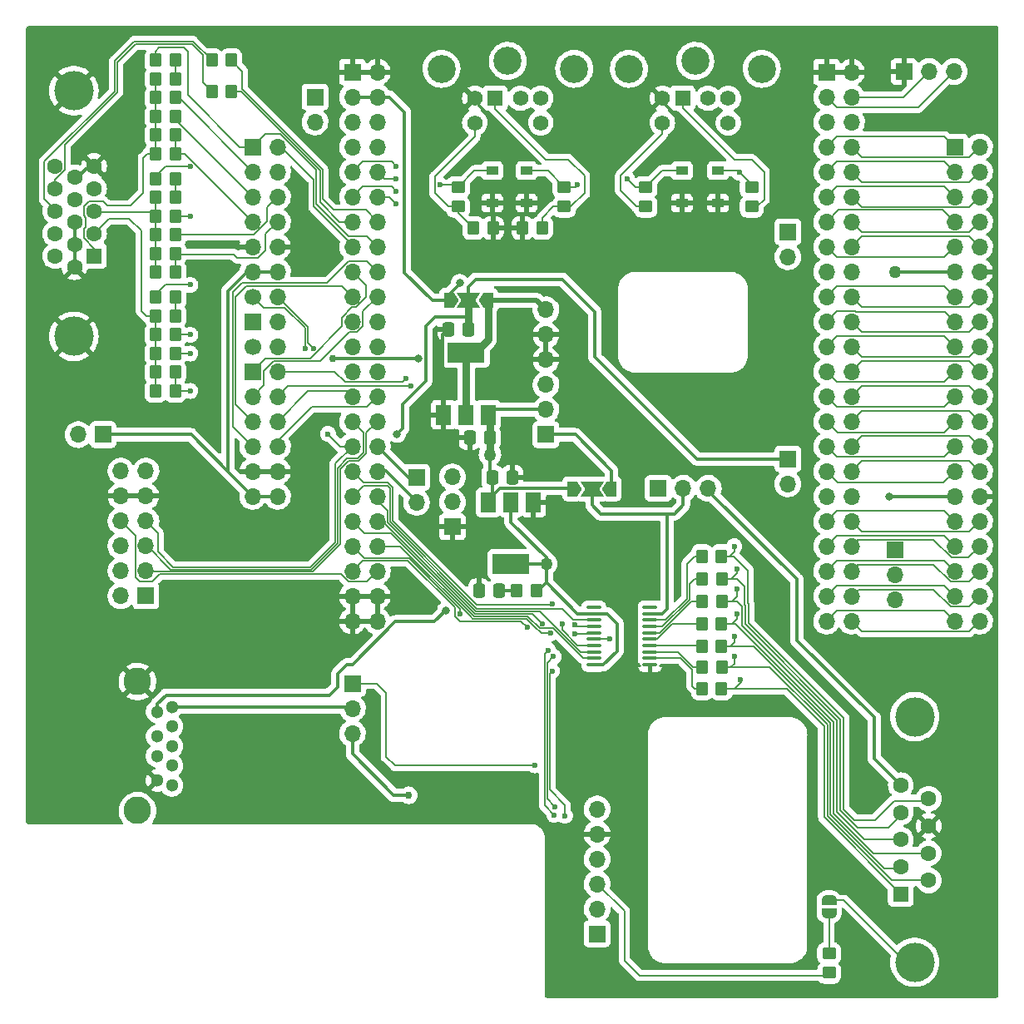
<source format=gbr>
%TF.GenerationSoftware,KiCad,Pcbnew,6.0.9-8da3e8f707~117~ubuntu20.04.1*%
%TF.CreationDate,2022-12-25T13:31:21+01:00*%
%TF.ProjectId,arrow_deca_retro_cape,6172726f-775f-4646-9563-615f72657472,0.90*%
%TF.SameCoordinates,Original*%
%TF.FileFunction,Copper,L1,Top*%
%TF.FilePolarity,Positive*%
%FSLAX46Y46*%
G04 Gerber Fmt 4.6, Leading zero omitted, Abs format (unit mm)*
G04 Created by KiCad (PCBNEW 6.0.9-8da3e8f707~117~ubuntu20.04.1) date 2022-12-25 13:31:21*
%MOMM*%
%LPD*%
G01*
G04 APERTURE LIST*
G04 Aperture macros list*
%AMRoundRect*
0 Rectangle with rounded corners*
0 $1 Rounding radius*
0 $2 $3 $4 $5 $6 $7 $8 $9 X,Y pos of 4 corners*
0 Add a 4 corners polygon primitive as box body*
4,1,4,$2,$3,$4,$5,$6,$7,$8,$9,$2,$3,0*
0 Add four circle primitives for the rounded corners*
1,1,$1+$1,$2,$3*
1,1,$1+$1,$4,$5*
1,1,$1+$1,$6,$7*
1,1,$1+$1,$8,$9*
0 Add four rect primitives between the rounded corners*
20,1,$1+$1,$2,$3,$4,$5,0*
20,1,$1+$1,$4,$5,$6,$7,0*
20,1,$1+$1,$6,$7,$8,$9,0*
20,1,$1+$1,$8,$9,$2,$3,0*%
%AMFreePoly0*
4,1,6,1.000000,0.000000,0.500000,-0.750000,-0.500000,-0.750000,-0.500000,0.750000,0.500000,0.750000,1.000000,0.000000,1.000000,0.000000,$1*%
%AMFreePoly1*
4,1,7,0.700000,0.000000,1.200000,-0.750000,-1.200000,-0.750000,-0.700000,0.000000,-1.200000,0.750000,1.200000,0.750000,0.700000,0.000000,0.700000,0.000000,$1*%
%AMFreePoly2*
4,1,22,0.500000,-0.750000,0.000000,-0.750000,0.000000,-0.745033,-0.079941,-0.743568,-0.215256,-0.701293,-0.333266,-0.622738,-0.424486,-0.514219,-0.481581,-0.384460,-0.499164,-0.250000,-0.500000,-0.250000,-0.500000,0.250000,-0.499164,0.250000,-0.499963,0.256109,-0.478152,0.396186,-0.417904,0.524511,-0.324060,0.630769,-0.204165,0.706417,-0.067858,0.745374,0.000000,0.744959,0.000000,0.750000,
0.500000,0.750000,0.500000,-0.750000,0.500000,-0.750000,$1*%
%AMFreePoly3*
4,1,20,0.000000,0.744959,0.073905,0.744508,0.209726,0.703889,0.328688,0.626782,0.421226,0.519385,0.479903,0.390333,0.500000,0.250000,0.500000,-0.250000,0.499851,-0.262216,0.476331,-0.402017,0.414519,-0.529596,0.319384,-0.634700,0.198574,-0.708877,0.061801,-0.746166,0.000000,-0.745033,0.000000,-0.750000,-0.500000,-0.750000,-0.500000,0.750000,0.000000,0.750000,0.000000,0.744959,
0.000000,0.744959,$1*%
G04 Aperture macros list end*
%TA.AperFunction,ComponentPad*%
%ADD10R,1.700000X1.700000*%
%TD*%
%TA.AperFunction,ComponentPad*%
%ADD11O,1.700000X1.700000*%
%TD*%
%TA.AperFunction,SMDPad,CuDef*%
%ADD12R,1.500000X2.000000*%
%TD*%
%TA.AperFunction,SMDPad,CuDef*%
%ADD13R,3.800000X2.000000*%
%TD*%
%TA.AperFunction,SMDPad,CuDef*%
%ADD14RoundRect,0.250000X0.337500X0.475000X-0.337500X0.475000X-0.337500X-0.475000X0.337500X-0.475000X0*%
%TD*%
%TA.AperFunction,SMDPad,CuDef*%
%ADD15RoundRect,0.250000X0.350000X0.450000X-0.350000X0.450000X-0.350000X-0.450000X0.350000X-0.450000X0*%
%TD*%
%TA.AperFunction,SMDPad,CuDef*%
%ADD16RoundRect,0.250000X-0.350000X-0.450000X0.350000X-0.450000X0.350000X0.450000X-0.350000X0.450000X0*%
%TD*%
%TA.AperFunction,ComponentPad*%
%ADD17C,1.700000*%
%TD*%
%TA.AperFunction,SMDPad,CuDef*%
%ADD18RoundRect,0.250000X-0.450000X0.350000X-0.450000X-0.350000X0.450000X-0.350000X0.450000X0.350000X0*%
%TD*%
%TA.AperFunction,ComponentPad*%
%ADD19C,1.300000*%
%TD*%
%TA.AperFunction,ComponentPad*%
%ADD20C,2.800000*%
%TD*%
%TA.AperFunction,SMDPad,CuDef*%
%ADD21FreePoly0,0.000000*%
%TD*%
%TA.AperFunction,SMDPad,CuDef*%
%ADD22FreePoly1,0.000000*%
%TD*%
%TA.AperFunction,SMDPad,CuDef*%
%ADD23FreePoly0,180.000000*%
%TD*%
%TA.AperFunction,SMDPad,CuDef*%
%ADD24R,1.200000X0.900000*%
%TD*%
%TA.AperFunction,SMDPad,CuDef*%
%ADD25RoundRect,0.250000X0.450000X-0.350000X0.450000X0.350000X-0.450000X0.350000X-0.450000X-0.350000X0*%
%TD*%
%TA.AperFunction,ComponentPad*%
%ADD26R,1.574800X1.574800*%
%TD*%
%TA.AperFunction,ComponentPad*%
%ADD27C,1.574800*%
%TD*%
%TA.AperFunction,ComponentPad*%
%ADD28C,2.844800*%
%TD*%
%TA.AperFunction,SMDPad,CuDef*%
%ADD29FreePoly2,90.000000*%
%TD*%
%TA.AperFunction,SMDPad,CuDef*%
%ADD30FreePoly3,90.000000*%
%TD*%
%TA.AperFunction,ComponentPad*%
%ADD31C,4.000000*%
%TD*%
%TA.AperFunction,ComponentPad*%
%ADD32R,1.600000X1.600000*%
%TD*%
%TA.AperFunction,ComponentPad*%
%ADD33C,1.600000*%
%TD*%
%TA.AperFunction,SMDPad,CuDef*%
%ADD34RoundRect,0.100000X-0.637500X-0.100000X0.637500X-0.100000X0.637500X0.100000X-0.637500X0.100000X0*%
%TD*%
%TA.AperFunction,SMDPad,CuDef*%
%ADD35RoundRect,0.250000X-0.337500X-0.475000X0.337500X-0.475000X0.337500X0.475000X-0.337500X0.475000X0*%
%TD*%
%TA.AperFunction,ViaPad*%
%ADD36C,1.016000*%
%TD*%
%TA.AperFunction,ViaPad*%
%ADD37C,1.270000*%
%TD*%
%TA.AperFunction,ViaPad*%
%ADD38C,0.762000*%
%TD*%
%TA.AperFunction,ViaPad*%
%ADD39C,0.800000*%
%TD*%
%TA.AperFunction,ViaPad*%
%ADD40C,0.600000*%
%TD*%
%TA.AperFunction,Conductor*%
%ADD41C,0.350000*%
%TD*%
%TA.AperFunction,Conductor*%
%ADD42C,0.254000*%
%TD*%
%TA.AperFunction,Conductor*%
%ADD43C,0.762000*%
%TD*%
%TA.AperFunction,Conductor*%
%ADD44C,0.127000*%
%TD*%
%TA.AperFunction,Conductor*%
%ADD45C,0.500000*%
%TD*%
%TA.AperFunction,Conductor*%
%ADD46C,0.200000*%
%TD*%
G04 APERTURE END LIST*
D10*
%TO.P,J9,1,Pin_1*%
%TO.N,GND*%
X116840000Y-45720000D03*
D11*
%TO.P,J9,2,Pin_2*%
X119380000Y-45720000D03*
%TO.P,J9,3,Pin_3*%
%TO.N,+3.3VP*%
X116840000Y-48260000D03*
%TO.P,J9,4,Pin_4*%
X119380000Y-48260000D03*
%TO.P,J9,5,Pin_5*%
%TO.N,+5V*%
X116840000Y-50800000D03*
%TO.P,J9,6,Pin_6*%
X119380000Y-50800000D03*
%TO.P,J9,7,Pin_7*%
X116840000Y-53340000D03*
%TO.P,J9,8,Pin_8*%
X119380000Y-53340000D03*
%TO.P,J9,9,Pin_9*%
%TO.N,/PS2_MOUSE_DAT*%
X116840000Y-55880000D03*
%TO.P,J9,10,Pin_10*%
%TO.N,/PS2_MOUSE_CLK*%
X119380000Y-55880000D03*
%TO.P,J9,11,Pin_11*%
%TO.N,/PS2_KEYB_CLK*%
X116840000Y-58420000D03*
%TO.P,J9,12,Pin_12*%
%TO.N,/PS2_KEYB_DAT*%
X119380000Y-58420000D03*
%TO.P,J9,13,Pin_13*%
%TO.N,/VGA_VS*%
X116840000Y-60960000D03*
%TO.P,J9,14,Pin_14*%
%TO.N,/VGA_HS*%
X119380000Y-60960000D03*
%TO.P,J9,15,Pin_15*%
%TO.N,/VGA_B0*%
X116840000Y-63500000D03*
%TO.P,J9,16,Pin_16*%
%TO.N,/VGA_R0*%
X119380000Y-63500000D03*
%TO.P,J9,17,Pin_17*%
%TO.N,/VGA_G0*%
X116840000Y-66040000D03*
%TO.P,J9,18,Pin_18*%
%TO.N,/VGA_G3*%
X119380000Y-66040000D03*
%TO.P,J9,19,Pin_19*%
%TO.N,/VGA_G2*%
X116840000Y-68580000D03*
%TO.P,J9,20,Pin_20*%
%TO.N,/VGA_G1*%
X119380000Y-68580000D03*
%TO.P,J9,21,Pin_21*%
%TO.N,/VGA_B3*%
X116840000Y-71120000D03*
%TO.P,J9,22,Pin_22*%
%TO.N,/VGA_R3*%
X119380000Y-71120000D03*
%TO.P,J9,23,Pin_23*%
%TO.N,/VGA_B2*%
X116840000Y-73660000D03*
%TO.P,J9,24,Pin_24*%
%TO.N,/VGA_R2*%
X119380000Y-73660000D03*
%TO.P,J9,25,Pin_25*%
%TO.N,/VGA_B1*%
X116840000Y-76200000D03*
%TO.P,J9,26,Pin_26*%
%TO.N,/VGA_R1*%
X119380000Y-76200000D03*
%TO.P,J9,27,Pin_27*%
%TO.N,/DETO1*%
X116840000Y-78740000D03*
%TO.P,J9,28,Pin_28*%
%TO.N,/DETO2*%
X119380000Y-78740000D03*
%TO.P,J9,29,Pin_29*%
%TO.N,/SPI_MISO_WSDB*%
X116840000Y-81280000D03*
%TO.P,J9,30,Pin_30*%
%TO.N,/SPI_MOSI*%
X119380000Y-81280000D03*
%TO.P,J9,31,Pin_31*%
%TO.N,/SPI_SCLK_DABD*%
X116840000Y-83820000D03*
%TO.P,J9,32,Pin_32*%
%TO.N,+1V8*%
X119380000Y-83820000D03*
%TO.P,J9,33,Pin_33*%
%TO.N,/JOYX_SEL_O*%
X116840000Y-86360000D03*
%TO.P,J9,34,Pin_34*%
%TO.N,GNDA*%
X119380000Y-86360000D03*
%TO.P,J9,35,Pin_35*%
%TO.N,/JOY1_B2_P9*%
X116840000Y-88900000D03*
%TO.P,J9,36,Pin_36*%
%TO.N,/JOY1_B1_P6*%
X119380000Y-88900000D03*
%TO.P,J9,37,Pin_37*%
%TO.N,/JOY1_UP*%
X116840000Y-91440000D03*
%TO.P,J9,38,Pin_38*%
%TO.N,/JOY1_DOWN*%
X119380000Y-91440000D03*
%TO.P,J9,39,Pin_39*%
%TO.N,/JOY1_RIGHT*%
X116840000Y-93980000D03*
%TO.P,J9,40,Pin_40*%
%TO.N,/JOY1_LEFT*%
X119380000Y-93980000D03*
%TO.P,J9,41,Pin_41*%
%TO.N,/DETO3_JOY_MUX*%
X116840000Y-96520000D03*
%TO.P,J9,42,Pin_42*%
%TO.N,/SPI_CS2*%
X119380000Y-96520000D03*
%TO.P,J9,43,Pin_43*%
%TO.N,GND*%
X116840000Y-99060000D03*
%TO.P,J9,44,Pin_44*%
X119380000Y-99060000D03*
%TO.P,J9,45,Pin_45*%
X116840000Y-101600000D03*
%TO.P,J9,46,Pin_46*%
X119380000Y-101600000D03*
%TD*%
D10*
%TO.P,J8,1,Pin_1*%
%TO.N,GND*%
X165100000Y-45720000D03*
D11*
%TO.P,J8,2,Pin_2*%
X167640000Y-45720000D03*
%TO.P,J8,3,Pin_3*%
%TO.N,/UART_TXD*%
X165100000Y-48260000D03*
%TO.P,J8,4,Pin_4*%
%TO.N,/UART_RXD*%
X167640000Y-48260000D03*
%TO.P,J8,5,Pin_5*%
%TO.N,/SPI_CS0_CLKBD*%
X165100000Y-50800000D03*
%TO.P,J8,6,Pin_6*%
%TO.N,/SPI_CS1*%
X167640000Y-50800000D03*
%TO.P,J8,7,Pin_7*%
%TO.N,/DQ0*%
X165100000Y-53340000D03*
%TO.P,J8,8,Pin_8*%
%TO.N,/DQ1*%
X167640000Y-53340000D03*
%TO.P,J8,9,Pin_9*%
%TO.N,/DQ2*%
X165100000Y-55880000D03*
%TO.P,J8,10,Pin_10*%
%TO.N,/DQ3*%
X167640000Y-55880000D03*
%TO.P,J8,11,Pin_11*%
%TO.N,/DQ4*%
X165100000Y-58420000D03*
%TO.P,J8,12,Pin_12*%
%TO.N,/DQ5*%
X167640000Y-58420000D03*
%TO.P,J8,13,Pin_13*%
%TO.N,/DQ6*%
X165100000Y-60960000D03*
%TO.P,J8,14,Pin_14*%
%TO.N,/DQ7*%
X167640000Y-60960000D03*
%TO.P,J8,15,Pin_15*%
%TO.N,/DQ14*%
X165100000Y-63500000D03*
%TO.P,J8,16,Pin_16*%
%TO.N,/DQ15*%
X167640000Y-63500000D03*
%TO.P,J8,17,Pin_17*%
%TO.N,/LDQM*%
X165100000Y-66040000D03*
%TO.P,J8,18,Pin_18*%
%TO.N,/UDQM*%
X167640000Y-66040000D03*
%TO.P,J8,19,Pin_19*%
%TO.N,/DQ13*%
X165100000Y-68580000D03*
%TO.P,J8,20,Pin_20*%
%TO.N,/DQ12*%
X167640000Y-68580000D03*
%TO.P,J8,21,Pin_21*%
%TO.N,/DQ11*%
X165100000Y-71120000D03*
%TO.P,J8,22,Pin_22*%
%TO.N,/DQ10*%
X167640000Y-71120000D03*
%TO.P,J8,23,Pin_23*%
%TO.N,/DQ9*%
X165100000Y-73660000D03*
%TO.P,J8,24,Pin_24*%
%TO.N,/DQ8*%
X167640000Y-73660000D03*
%TO.P,J8,25,Pin_25*%
%TO.N,/A12*%
X165100000Y-76200000D03*
%TO.P,J8,26,Pin_26*%
%TO.N,/CLK*%
X167640000Y-76200000D03*
%TO.P,J8,27,Pin_27*%
%TO.N,/A9*%
X165100000Y-78740000D03*
%TO.P,J8,28,Pin_28*%
%TO.N,/A11*%
X167640000Y-78740000D03*
%TO.P,J8,29,Pin_29*%
%TO.N,/A7*%
X165100000Y-81280000D03*
%TO.P,J8,30,Pin_30*%
%TO.N,/A8*%
X167640000Y-81280000D03*
%TO.P,J8,31,Pin_31*%
%TO.N,/A5*%
X165100000Y-83820000D03*
%TO.P,J8,32,Pin_32*%
%TO.N,/A6*%
X167640000Y-83820000D03*
%TO.P,J8,33,Pin_33*%
%TO.N,/nWE*%
X165100000Y-86360000D03*
%TO.P,J8,34,Pin_34*%
%TO.N,/A4*%
X167640000Y-86360000D03*
%TO.P,J8,35,Pin_35*%
%TO.N,/DETO4*%
X165100000Y-88900000D03*
%TO.P,J8,36,Pin_36*%
%TO.N,/CKE*%
X167640000Y-88900000D03*
%TO.P,J8,37,Pin_37*%
%TO.N,/nCAS*%
X165100000Y-91440000D03*
%TO.P,J8,38,Pin_38*%
%TO.N,/nRAS*%
X167640000Y-91440000D03*
%TO.P,J8,39,Pin_39*%
%TO.N,/nCS0*%
X165100000Y-93980000D03*
%TO.P,J8,40,Pin_40*%
%TO.N,/BA0*%
X167640000Y-93980000D03*
%TO.P,J8,41,Pin_41*%
%TO.N,/BA1*%
X165100000Y-96520000D03*
%TO.P,J8,42,Pin_42*%
%TO.N,/A10*%
X167640000Y-96520000D03*
%TO.P,J8,43,Pin_43*%
%TO.N,/A0*%
X165100000Y-99060000D03*
%TO.P,J8,44,Pin_44*%
%TO.N,/A1*%
X167640000Y-99060000D03*
%TO.P,J8,45,Pin_45*%
%TO.N,/A2*%
X165100000Y-101600000D03*
%TO.P,J8,46,Pin_46*%
%TO.N,/A3*%
X167640000Y-101600000D03*
%TD*%
D12*
%TO.P,U3,1,GND*%
%TO.N,GND*%
X126097000Y-80595000D03*
D13*
%TO.P,U3,2,VO*%
%TO.N,/3V3_LDO*%
X128397000Y-74295000D03*
D12*
X128397000Y-80595000D03*
%TO.P,U3,3,VI*%
%TO.N,+5V*%
X130697000Y-80595000D03*
%TD*%
D14*
%TO.P,C18,1*%
%TO.N,+5V*%
X130845500Y-82956400D03*
%TO.P,C18,2*%
%TO.N,GND*%
X128770500Y-82956400D03*
%TD*%
%TO.P,C19,1*%
%TO.N,+3V3*%
X128663500Y-71882000D03*
%TO.P,C19,2*%
%TO.N,GND*%
X126588500Y-71882000D03*
%TD*%
D15*
%TO.P,R29,1*%
%TO.N,/VGA_G3*%
X98804669Y-76275000D03*
%TO.P,R29,2*%
%TO.N,/VGAG*%
X96804669Y-76275000D03*
%TD*%
%TO.P,R31,1*%
%TO.N,Net-(R31-Pad1)*%
X98804669Y-56590000D03*
%TO.P,R31,2*%
%TO.N,/VGA_B0*%
X96804669Y-56590000D03*
%TD*%
D10*
%TO.P,J20,1,Pin_1*%
%TO.N,/SPI_CS0_CLKBD*%
X95823469Y-99033400D03*
D11*
%TO.P,J20,2,Pin_2*%
%TO.N,/SPI_MOSI*%
X95823469Y-96493400D03*
%TO.P,J20,3,Pin_3*%
%TO.N,/SPI_MISO_WSDB*%
X95823469Y-93953400D03*
%TO.P,J20,4,Pin_4*%
%TO.N,/SPI_SCLK_DABD*%
X95823469Y-91413400D03*
%TO.P,J20,5,Pin_5*%
%TO.N,GND*%
X95823469Y-88873400D03*
%TO.P,J20,6,Pin_6*%
%TO.N,/VH_PMOD*%
X95823469Y-86333400D03*
%TO.P,J20,7,Pin_7*%
%TO.N,/UART_RXD*%
X93283469Y-99033400D03*
%TO.P,J20,8,Pin_8*%
%TO.N,/UART_TXD*%
X93283469Y-96493400D03*
%TO.P,J20,9,Pin_9*%
%TO.N,/SPI_CS1*%
X93283469Y-93953400D03*
%TO.P,J20,10,Pin_10*%
%TO.N,/SPI_CS2*%
X93283469Y-91413400D03*
%TO.P,J20,11,Pin_11*%
%TO.N,GND*%
X93283469Y-88873400D03*
%TO.P,J20,12,Pin_12*%
%TO.N,/VH_PMOD*%
X93283469Y-86333400D03*
%TD*%
D10*
%TO.P,JP5,1,Pin_1*%
%TO.N,+5V*%
X161163000Y-61971000D03*
D11*
%TO.P,JP5,2,Pin_2*%
%TO.N,Net-(J6-Pad11)*%
X161163000Y-64511000D03*
%TD*%
D16*
%TO.P,R13,1*%
%TO.N,Net-(R13-Pad1)*%
X152416000Y-104140000D03*
%TO.P,R13,2*%
%TO.N,/D+*%
X154416000Y-104140000D03*
%TD*%
D15*
%TO.P,R19,1*%
%TO.N,Net-(R19-Pad1)*%
X98804669Y-44525000D03*
%TO.P,R19,2*%
%TO.N,/VGA_R0*%
X96804669Y-44525000D03*
%TD*%
D17*
%TO.P,J2,1,Pin_1*%
%TO.N,/SPI_MISO_WSDB*%
X106680000Y-68580000D03*
D11*
%TO.P,J2,2,Pin_2*%
%TO.N,/SPI_MOSI*%
X109220000Y-68580000D03*
%TD*%
D10*
%TO.P,J16,1,Pin_1*%
%TO.N,/DETO1*%
X141745000Y-133426200D03*
D11*
%TO.P,J16,2,Pin_2*%
%TO.N,/DETO2*%
X141745000Y-130886200D03*
%TO.P,J16,3,Pin_3*%
%TO.N,/DETO3_JOY_MUX*%
X141745000Y-128346200D03*
%TO.P,J16,4,Pin_4*%
%TO.N,/DETO4*%
X141745000Y-125806200D03*
%TO.P,J16,5,Pin_5*%
%TO.N,GND*%
X141745000Y-123266200D03*
%TO.P,J16,6,Pin_6*%
%TO.N,+3V3*%
X141745000Y-120726200D03*
%TD*%
D18*
%TO.P,R5,1*%
%TO.N,/PS2_MOUSE_CLK*%
X146685000Y-57420000D03*
%TO.P,R5,2*%
%TO.N,Net-(J19-Pad5)*%
X146685000Y-59420000D03*
%TD*%
D19*
%TO.P,J21,1,VBUS*%
%TO.N,/+JOY_PWR_USB3*%
X96965342Y-110820989D03*
%TO.P,J21,2,D-*%
%TO.N,/D-*%
X96965342Y-113320989D03*
%TO.P,J21,3,D+*%
%TO.N,/D+*%
X96965342Y-115320989D03*
%TO.P,J21,4,GND*%
%TO.N,GND*%
X96965342Y-117820989D03*
%TO.P,J21,5,SSRX-*%
%TO.N,/RX-*%
X98465342Y-118320989D03*
%TO.P,J21,6,SSRX+*%
%TO.N,/RX+*%
X98465342Y-116320989D03*
%TO.P,J21,7,DRAIN*%
%TO.N,/DRAIN*%
X98465342Y-114320989D03*
%TO.P,J21,8,SSTX-*%
%TO.N,/TX-*%
X98465342Y-112320989D03*
%TO.P,J21,9,SSTX+*%
%TO.N,/TX+*%
X98465342Y-110320989D03*
D20*
%TO.P,J21,10,SHIELD*%
%TO.N,GND*%
X94965342Y-107750989D03*
%TO.P,J21,11*%
%TO.N,N/C*%
X94965342Y-120890989D03*
%TD*%
D21*
%TO.P,JP2,1,A*%
%TO.N,+3.3VP*%
X126651000Y-68961000D03*
D22*
%TO.P,JP2,2,C*%
%TO.N,+3V3*%
X128651000Y-68961000D03*
D23*
%TO.P,JP2,3,B*%
%TO.N,/3V3_LDO*%
X130651000Y-68961000D03*
%TD*%
D10*
%TO.P,JP8,1,Pin_1*%
%TO.N,/+JOY_PWR_USB3*%
X147980400Y-88087200D03*
D11*
%TO.P,JP8,2,Pin_2*%
%TO.N,/+JOY_PWR*%
X150520400Y-88087200D03*
%TO.P,JP8,3,Pin_3*%
%TO.N,/+JOY_PWR_DB9*%
X153060400Y-88087200D03*
%TD*%
D15*
%TO.P,R3,1*%
%TO.N,Net-(J5-Pad1)*%
X136142669Y-61595000D03*
%TO.P,R3,2*%
%TO.N,GND*%
X134142669Y-61595000D03*
%TD*%
D24*
%TO.P,D3,1,K*%
%TO.N,/PS2_MOUSE_CLK*%
X150368000Y-55754000D03*
%TO.P,D3,2,A*%
%TO.N,GND*%
X150368000Y-59054000D03*
%TD*%
D10*
%TO.P,J10,1,Pin_1*%
%TO.N,+2V5*%
X136539669Y-82625000D03*
D11*
%TO.P,J10,2,Pin_2*%
%TO.N,+5V*%
X136539669Y-80085000D03*
%TO.P,J10,3,Pin_3*%
%TO.N,+3.3VP*%
X136539669Y-77545000D03*
%TO.P,J10,4,Pin_4*%
%TO.N,GND*%
X136539669Y-75005000D03*
%TO.P,J10,5,Pin_5*%
X136539669Y-72465000D03*
%TO.P,J10,6,Pin_6*%
%TO.N,/3V3_LDO*%
X136539669Y-69925000D03*
%TD*%
D15*
%TO.P,R35,1*%
%TO.N,/VGA_B3*%
X98804669Y-64210000D03*
%TO.P,R35,2*%
%TO.N,/VGAB*%
X96804669Y-64210000D03*
%TD*%
D10*
%TO.P,J11,1,Pin_1*%
%TO.N,/VGA_R0*%
X106680000Y-53340000D03*
D11*
%TO.P,J11,2,Pin_2*%
%TO.N,/VGA_R1*%
X106680000Y-55880000D03*
%TO.P,J11,3,Pin_3*%
%TO.N,/VGA_R2*%
X106680000Y-58420000D03*
%TO.P,J11,4,Pin_4*%
%TO.N,/VGA_R3*%
X106680000Y-60960000D03*
%TO.P,J11,5,Pin_5*%
%TO.N,GND*%
X106680000Y-63500000D03*
%TO.P,J11,6,Pin_6*%
%TO.N,+3V3*%
X106680000Y-66040000D03*
%TO.P,J11,7,Pin_7*%
%TO.N,/VGA_B0*%
X109220000Y-53340000D03*
%TO.P,J11,8,Pin_8*%
%TO.N,/VGA_B1*%
X109220000Y-55880000D03*
%TO.P,J11,9,Pin_9*%
%TO.N,/VGA_B2*%
X109220000Y-58420000D03*
%TO.P,J11,10,Pin_10*%
%TO.N,/VGA_B3*%
X109220000Y-60960000D03*
%TO.P,J11,11,Pin_11*%
%TO.N,GND*%
X109220000Y-63500000D03*
%TO.P,J11,12,Pin_12*%
%TO.N,+3V3*%
X109220000Y-66040000D03*
%TD*%
D16*
%TO.P,R12,1*%
%TO.N,Net-(R12-Pad1)*%
X152416000Y-101854000D03*
%TO.P,R12,2*%
%TO.N,/RX+*%
X154416000Y-101854000D03*
%TD*%
D10*
%TO.P,JP4,1,Pin_1*%
%TO.N,Net-(J1-Pad9)*%
X113030000Y-48255000D03*
D11*
%TO.P,JP4,2,Pin_2*%
%TO.N,+5V*%
X113030000Y-50795000D03*
%TD*%
D16*
%TO.P,R15,1*%
%TO.N,Net-(R15-Pad1)*%
X152416000Y-108458000D03*
%TO.P,R15,2*%
%TO.N,/D-*%
X154416000Y-108458000D03*
%TD*%
D15*
%TO.P,R30,1*%
%TO.N,/VGA_G3*%
X98804669Y-78180000D03*
%TO.P,R30,2*%
%TO.N,/VGAG*%
X96804669Y-78180000D03*
%TD*%
D25*
%TO.P,R16,1*%
%TO.N,/DETO3_JOY_MUX*%
X165354000Y-137398000D03*
%TO.P,R16,2*%
%TO.N,Net-(JP3-Pad1)*%
X165354000Y-135398000D03*
%TD*%
D15*
%TO.P,R18,1*%
%TO.N,/VGA_VS*%
X104519669Y-47700000D03*
%TO.P,R18,2*%
%TO.N,/VGAVS*%
X102519669Y-47700000D03*
%TD*%
%TO.P,R32,1*%
%TO.N,Net-(R31-Pad1)*%
X98804669Y-58495000D03*
%TO.P,R32,2*%
%TO.N,/VGAB*%
X96804669Y-58495000D03*
%TD*%
D26*
%TO.P,J5,1,1*%
%TO.N,Net-(J5-Pad1)*%
X131359200Y-48387000D03*
D27*
%TO.P,J5,2,2*%
%TO.N,unconnected-(J5-Pad2)*%
X133950000Y-48387000D03*
%TO.P,J5,3,3*%
%TO.N,GND*%
X129301800Y-48387000D03*
%TO.P,J5,4,4*%
%TO.N,+5V*%
X136007400Y-48387000D03*
%TO.P,J5,5,5*%
%TO.N,Net-(J5-Pad5)*%
X129301800Y-50876200D03*
%TO.P,J5,6,6*%
%TO.N,unconnected-(J5-Pad6)*%
X136007400Y-50876200D03*
D28*
%TO.P,J5,7*%
%TO.N,N/C*%
X125898200Y-45389800D03*
%TO.P,J5,8*%
X132654600Y-44577000D03*
%TO.P,J5,9*%
X139411000Y-45389800D03*
%TD*%
D29*
%TO.P,JP3,1,A*%
%TO.N,Net-(JP3-Pad1)*%
X165354000Y-131318000D03*
D30*
%TO.P,JP3,2,B*%
%TO.N,/MUX*%
X165354000Y-130018000D03*
%TD*%
D31*
%TO.P,J1,0*%
%TO.N,GND*%
X88490269Y-47623600D03*
X88490269Y-72623600D03*
D32*
%TO.P,J1,1*%
%TO.N,/VGAR*%
X90540269Y-64438600D03*
D33*
%TO.P,J1,2*%
%TO.N,/VGAG*%
X90540269Y-62148600D03*
%TO.P,J1,3*%
%TO.N,/VGAB*%
X90540269Y-59858600D03*
%TO.P,J1,4*%
%TO.N,unconnected-(J1-Pad4)*%
X90540269Y-57568600D03*
%TO.P,J1,5*%
%TO.N,GND*%
X90540269Y-55278600D03*
%TO.P,J1,6*%
X88560269Y-65583600D03*
%TO.P,J1,7*%
X88560269Y-63293600D03*
%TO.P,J1,8*%
X88560269Y-61003600D03*
%TO.P,J1,9*%
%TO.N,Net-(J1-Pad9)*%
X88560269Y-58713600D03*
%TO.P,J1,10*%
%TO.N,GND*%
X88560269Y-56423600D03*
%TO.P,J1,11*%
%TO.N,unconnected-(J1-Pad11)*%
X86580269Y-64438600D03*
%TO.P,J1,12*%
%TO.N,unconnected-(J1-Pad12)*%
X86580269Y-62148600D03*
%TO.P,J1,13*%
%TO.N,/VGAHS*%
X86580269Y-59858600D03*
%TO.P,J1,14*%
%TO.N,/VGAVS*%
X86580269Y-57568600D03*
%TO.P,J1,15*%
%TO.N,unconnected-(J1-Pad15)*%
X86580269Y-55278600D03*
%TD*%
D12*
%TO.P,U2,1,GND*%
%TO.N,GND*%
X135282000Y-89509200D03*
%TO.P,U2,2,VO*%
%TO.N,+2V5*%
X132982000Y-89509200D03*
D13*
X132982000Y-95809200D03*
D12*
%TO.P,U2,3,VI*%
%TO.N,+5V*%
X130682000Y-89509200D03*
%TD*%
D15*
%TO.P,R27,1*%
%TO.N,/VGA_G1*%
X98804669Y-72465000D03*
%TO.P,R27,2*%
%TO.N,/VGAG*%
X96804669Y-72465000D03*
%TD*%
%TO.P,R23,1*%
%TO.N,/VGA_R3*%
X98804669Y-52145000D03*
%TO.P,R23,2*%
%TO.N,/VGAR*%
X96804669Y-52145000D03*
%TD*%
D16*
%TO.P,R4,1*%
%TO.N,Net-(J5-Pad5)*%
X129140000Y-61595000D03*
%TO.P,R4,2*%
%TO.N,GND*%
X131140000Y-61595000D03*
%TD*%
D21*
%TO.P,JP7,1,A*%
%TO.N,+5V*%
X139224000Y-88138000D03*
D22*
%TO.P,JP7,2,C*%
%TO.N,/+JOY_PWR*%
X141224000Y-88138000D03*
D23*
%TO.P,JP7,3,B*%
%TO.N,+2V5*%
X143224000Y-88138000D03*
%TD*%
D17*
%TO.P,J3,1,Pin_1*%
%TO.N,/SPI_CS2*%
X106680000Y-73660000D03*
D11*
%TO.P,J3,2,Pin_2*%
%TO.N,/SPI_SCLK_DABD*%
X109220000Y-73660000D03*
%TD*%
D16*
%TO.P,R10,1*%
%TO.N,Net-(R10-Pad1)*%
X152432000Y-97282000D03*
%TO.P,R10,2*%
%TO.N,/DRAIN*%
X154432000Y-97282000D03*
%TD*%
%TO.P,R14,1*%
%TO.N,Net-(R14-Pad1)*%
X152432000Y-106293000D03*
%TO.P,R14,2*%
%TO.N,/TX-*%
X154432000Y-106293000D03*
%TD*%
%TO.P,R9,1*%
%TO.N,Net-(R9-Pad1)*%
X152416000Y-94996000D03*
%TO.P,R9,2*%
%TO.N,/TX+b*%
X154416000Y-94996000D03*
%TD*%
D15*
%TO.P,R26,1*%
%TO.N,Net-(R25-Pad1)*%
X98804669Y-70560000D03*
%TO.P,R26,2*%
%TO.N,/VGAG*%
X96804669Y-70560000D03*
%TD*%
%TO.P,R33,1*%
%TO.N,/VGA_B1*%
X98804669Y-60400000D03*
%TO.P,R33,2*%
%TO.N,/VGAB*%
X96804669Y-60400000D03*
%TD*%
%TO.P,R22,1*%
%TO.N,/VGA_R2*%
X98804669Y-50240000D03*
%TO.P,R22,2*%
%TO.N,/VGAR*%
X96804669Y-50240000D03*
%TD*%
D10*
%TO.P,J14,1,Pin_1*%
%TO.N,+1V8*%
X123355000Y-86964200D03*
D11*
%TO.P,J14,2,Pin_2*%
%TO.N,GNDA*%
X123355000Y-89504200D03*
%TD*%
D26*
%TO.P,J19,1,1*%
%TO.N,Net-(J19-Pad1)*%
X150444200Y-48387000D03*
D27*
%TO.P,J19,2,2*%
%TO.N,unconnected-(J19-Pad2)*%
X153035000Y-48387000D03*
%TO.P,J19,3,3*%
%TO.N,GND*%
X148386800Y-48387000D03*
%TO.P,J19,4,4*%
%TO.N,+5V*%
X155092400Y-48387000D03*
%TO.P,J19,5,5*%
%TO.N,Net-(J19-Pad5)*%
X148386800Y-50876200D03*
%TO.P,J19,6,6*%
%TO.N,unconnected-(J19-Pad6)*%
X155092400Y-50876200D03*
D28*
%TO.P,J19,7*%
%TO.N,N/C*%
X144983200Y-45389800D03*
%TO.P,J19,8*%
X151739600Y-44577000D03*
%TO.P,J19,9*%
X158496000Y-45389800D03*
%TD*%
D10*
%TO.P,J15,1,Pin_1*%
%TO.N,GND*%
X172987000Y-45669200D03*
D11*
%TO.P,J15,2,Pin_2*%
%TO.N,/UART_RXD*%
X175527000Y-45669200D03*
%TO.P,J15,3,Pin_3*%
%TO.N,/UART_TXD*%
X178067000Y-45669200D03*
%TD*%
D31*
%TO.P,J4,0,PAD*%
%TO.N,/MUX*%
X174074338Y-136335000D03*
X174074338Y-111335000D03*
D32*
%TO.P,J4,1,1*%
%TO.N,/D-*%
X172654338Y-129375000D03*
D33*
%TO.P,J4,2,2*%
%TO.N,/D+*%
X172654338Y-126605000D03*
%TO.P,J4,3,3*%
%TO.N,/RX-*%
X172654338Y-123835000D03*
%TO.P,J4,4,4*%
%TO.N,/DRAIN*%
X172654338Y-121065000D03*
%TO.P,J4,5,5*%
%TO.N,/+JOY_PWR_DB9*%
X172654338Y-118295000D03*
%TO.P,J4,6,6*%
%TO.N,/TX-*%
X175494338Y-127990000D03*
%TO.P,J4,7,7*%
%TO.N,/RX+*%
X175494338Y-125220000D03*
%TO.P,J4,8,8*%
%TO.N,GND*%
X175494338Y-122450000D03*
%TO.P,J4,9,9*%
%TO.N,/TX+b*%
X175494338Y-119680000D03*
%TD*%
D15*
%TO.P,R20,1*%
%TO.N,Net-(R19-Pad1)*%
X98804669Y-46430000D03*
%TO.P,R20,2*%
%TO.N,/VGAR*%
X96804669Y-46430000D03*
%TD*%
D24*
%TO.P,D1,1,K*%
%TO.N,/PS2_KEYB_CLK*%
X131064000Y-55754000D03*
%TO.P,D1,2,A*%
%TO.N,GND*%
X131064000Y-59054000D03*
%TD*%
D15*
%TO.P,R24,1*%
%TO.N,/VGA_R3*%
X98804669Y-54050000D03*
%TO.P,R24,2*%
%TO.N,/VGAR*%
X96804669Y-54050000D03*
%TD*%
D18*
%TO.P,R2,1*%
%TO.N,/PS2_KEYB_DAT*%
X138395000Y-57420000D03*
%TO.P,R2,2*%
%TO.N,Net-(J5-Pad1)*%
X138395000Y-59420000D03*
%TD*%
D10*
%TO.P,J18,1,Pin_1*%
%TO.N,GND*%
X127013000Y-92009200D03*
D11*
%TO.P,J18,2,Pin_2*%
%TO.N,/VGA_HS*%
X127013000Y-89469200D03*
%TO.P,J18,3,Pin_3*%
%TO.N,/VGA_VS*%
X127013000Y-86929200D03*
%TD*%
D10*
%TO.P,JP6,1,Pin_1*%
%TO.N,+3V3*%
X161163000Y-85090000D03*
D11*
%TO.P,JP6,2,Pin_2*%
%TO.N,Net-(J6-Pad29)*%
X161163000Y-87630000D03*
%TD*%
D10*
%TO.P,J17,1,Pin_1*%
%TO.N,+5V*%
X106680000Y-71120000D03*
D11*
%TO.P,J17,2,Pin_2*%
%TO.N,GND*%
X109220000Y-71120000D03*
%TD*%
D10*
%TO.P,JP9,1,Pin_1*%
%TO.N,/TX+b*%
X116840000Y-107950000D03*
D11*
%TO.P,JP9,2,Pin_2*%
%TO.N,/TX+*%
X116840000Y-110490000D03*
%TO.P,JP9,3,Pin_3*%
%TO.N,+3V3*%
X116840000Y-113030000D03*
%TD*%
D14*
%TO.P,C21,1*%
%TO.N,Net-(C21-Pad1)*%
X131796700Y-98500000D03*
%TO.P,C21,2*%
%TO.N,GND*%
X129721700Y-98500000D03*
%TD*%
D34*
%TO.P,U1,1,A1*%
%TO.N,unconnected-(U1-Pad1)*%
X141409500Y-100199000D03*
%TO.P,U1,2,VCCA*%
%TO.N,+2V5*%
X141409500Y-100849000D03*
%TO.P,U1,3,A2*%
%TO.N,/JOY1_B2_P9*%
X141409500Y-101499000D03*
%TO.P,U1,4,A3*%
%TO.N,/JOY1_RIGHT*%
X141409500Y-102149000D03*
%TO.P,U1,5,A4*%
%TO.N,/JOY1_LEFT*%
X141409500Y-102799000D03*
%TO.P,U1,6,A5*%
%TO.N,/JOYX_SEL_O*%
X141409500Y-103449000D03*
%TO.P,U1,7,A6*%
%TO.N,/JOY1_DOWN*%
X141409500Y-104099000D03*
%TO.P,U1,8,A7*%
%TO.N,/JOY1_B1_P6*%
X141409500Y-104749000D03*
%TO.P,U1,9,A8*%
%TO.N,/JOY1_UP*%
X141409500Y-105399000D03*
%TO.P,U1,10,OE*%
%TO.N,+2V5*%
X141409500Y-106049000D03*
%TO.P,U1,11,GND*%
%TO.N,GND*%
X147134500Y-106049000D03*
%TO.P,U1,12,B8*%
%TO.N,Net-(R15-Pad1)*%
X147134500Y-105399000D03*
%TO.P,U1,13,B7*%
%TO.N,Net-(R14-Pad1)*%
X147134500Y-104749000D03*
%TO.P,U1,14,B6*%
%TO.N,Net-(R13-Pad1)*%
X147134500Y-104099000D03*
%TO.P,U1,15,B5*%
%TO.N,Net-(R12-Pad1)*%
X147134500Y-103449000D03*
%TO.P,U1,16,B4*%
%TO.N,Net-(R11-Pad1)*%
X147134500Y-102799000D03*
%TO.P,U1,17,B3*%
%TO.N,Net-(R10-Pad1)*%
X147134500Y-102149000D03*
%TO.P,U1,18,B2*%
%TO.N,Net-(R9-Pad1)*%
X147134500Y-101499000D03*
%TO.P,U1,19,VCCB*%
%TO.N,/+JOY_PWR*%
X147134500Y-100849000D03*
%TO.P,U1,20,B1*%
%TO.N,unconnected-(U1-Pad20)*%
X147134500Y-100199000D03*
%TD*%
D10*
%TO.P,J12,1,Pin_1*%
%TO.N,/VGA_G0*%
X106680000Y-76200000D03*
D11*
%TO.P,J12,2,Pin_2*%
%TO.N,/VGA_G1*%
X106680000Y-78740000D03*
%TO.P,J12,3,Pin_3*%
%TO.N,/VGA_G2*%
X106680000Y-81280000D03*
%TO.P,J12,4,Pin_4*%
%TO.N,/VGA_G3*%
X106680000Y-83820000D03*
%TO.P,J12,5,Pin_5*%
%TO.N,GND*%
X106680000Y-86360000D03*
%TO.P,J12,6,Pin_6*%
%TO.N,+3V3*%
X106680000Y-88900000D03*
%TO.P,J12,7,Pin_7*%
%TO.N,/VGA_HS*%
X109220000Y-76200000D03*
%TO.P,J12,8,Pin_8*%
%TO.N,/VGA_VS*%
X109220000Y-78740000D03*
%TO.P,J12,9,Pin_9*%
%TO.N,/DETO1*%
X109220000Y-81280000D03*
%TO.P,J12,10,Pin_10*%
%TO.N,/DETO2*%
X109220000Y-83820000D03*
%TO.P,J12,11,Pin_11*%
%TO.N,GND*%
X109220000Y-86360000D03*
%TO.P,J12,12,Pin_12*%
%TO.N,+3V3*%
X109220000Y-88900000D03*
%TD*%
D15*
%TO.P,R21,1*%
%TO.N,/VGA_R1*%
X98804669Y-48335000D03*
%TO.P,R21,2*%
%TO.N,/VGAR*%
X96804669Y-48335000D03*
%TD*%
D10*
%TO.P,JP1,1,Pin_1*%
%TO.N,+3V3*%
X91459669Y-82625000D03*
D11*
%TO.P,JP1,2,Pin_2*%
%TO.N,/VH_PMOD*%
X88919669Y-82625000D03*
%TD*%
D15*
%TO.P,R28,1*%
%TO.N,/VGA_G2*%
X98804669Y-74370000D03*
%TO.P,R28,2*%
%TO.N,/VGAG*%
X96804669Y-74370000D03*
%TD*%
D18*
%TO.P,R1,1*%
%TO.N,/PS2_KEYB_CLK*%
X127600000Y-57420000D03*
%TO.P,R1,2*%
%TO.N,Net-(J5-Pad5)*%
X127600000Y-59420000D03*
%TD*%
D24*
%TO.P,D4,1,K*%
%TO.N,/PS2_MOUSE_DAT*%
X154051000Y-55755000D03*
%TO.P,D4,2,A*%
%TO.N,GND*%
X154051000Y-59055000D03*
%TD*%
D15*
%TO.P,R17,1*%
%TO.N,/VGA_HS*%
X104519669Y-44525000D03*
%TO.P,R17,2*%
%TO.N,/VGAHS*%
X102519669Y-44525000D03*
%TD*%
D35*
%TO.P,C20,1*%
%TO.N,+5V*%
X131055500Y-86944200D03*
%TO.P,C20,2*%
%TO.N,GND*%
X133130500Y-86944200D03*
%TD*%
D24*
%TO.P,D2,1,K*%
%TO.N,/PS2_KEYB_DAT*%
X134569200Y-55754000D03*
%TO.P,D2,2,A*%
%TO.N,GND*%
X134569200Y-59054000D03*
%TD*%
D15*
%TO.P,R7,1*%
%TO.N,+2V5*%
X135569200Y-98501200D03*
%TO.P,R7,2*%
%TO.N,Net-(C21-Pad1)*%
X133569200Y-98501200D03*
%TD*%
D18*
%TO.P,R6,1*%
%TO.N,/PS2_MOUSE_DAT*%
X157480000Y-57420000D03*
%TO.P,R6,2*%
%TO.N,Net-(J19-Pad1)*%
X157480000Y-59420000D03*
%TD*%
D15*
%TO.P,R25,1*%
%TO.N,Net-(R25-Pad1)*%
X98804669Y-68655000D03*
%TO.P,R25,2*%
%TO.N,/VGA_G0*%
X96804669Y-68655000D03*
%TD*%
D16*
%TO.P,R11,1*%
%TO.N,Net-(R11-Pad1)*%
X152432000Y-99568000D03*
%TO.P,R11,2*%
%TO.N,/RX-*%
X154432000Y-99568000D03*
%TD*%
D15*
%TO.P,R36,1*%
%TO.N,/VGA_B3*%
X98804669Y-66115000D03*
%TO.P,R36,2*%
%TO.N,/VGAB*%
X96804669Y-66115000D03*
%TD*%
D10*
%TO.P,J7,1,Pin_1*%
%TO.N,/CKE*%
X172043185Y-94360000D03*
D11*
%TO.P,J7,2,Pin_2*%
%TO.N,/UDQM*%
X172043185Y-96900000D03*
%TO.P,J7,3,Pin_3*%
%TO.N,/LDQM*%
X172043185Y-99440000D03*
%TD*%
D10*
%TO.P,J6,1,Pin_1*%
%TO.N,/DQ0*%
X178138185Y-53340000D03*
D11*
%TO.P,J6,2,Pin_2*%
%TO.N,/DQ1*%
X180678185Y-53340000D03*
%TO.P,J6,3,Pin_3*%
%TO.N,/DQ2*%
X178138185Y-55880000D03*
%TO.P,J6,4,Pin_4*%
%TO.N,/DQ3*%
X180678185Y-55880000D03*
%TO.P,J6,5,Pin_5*%
%TO.N,/DQ4*%
X178138185Y-58420000D03*
%TO.P,J6,6,Pin_6*%
%TO.N,/DQ5*%
X180678185Y-58420000D03*
%TO.P,J6,7,Pin_7*%
%TO.N,/DQ6*%
X178138185Y-60960000D03*
%TO.P,J6,8,Pin_8*%
%TO.N,/DQ7*%
X180678185Y-60960000D03*
%TO.P,J6,9,Pin_9*%
%TO.N,/DQ14*%
X178138185Y-63500000D03*
%TO.P,J6,10,Pin_10*%
%TO.N,/DQ15*%
X180678185Y-63500000D03*
%TO.P,J6,11,Pin_11*%
%TO.N,Net-(J6-Pad11)*%
X178138185Y-66040000D03*
%TO.P,J6,12,Pin_12*%
%TO.N,GND*%
X180678185Y-66040000D03*
%TO.P,J6,13,Pin_13*%
%TO.N,/DQ13*%
X178138185Y-68580000D03*
%TO.P,J6,14,Pin_14*%
%TO.N,/DQ12*%
X180678185Y-68580000D03*
%TO.P,J6,15,Pin_15*%
%TO.N,/DQ11*%
X178138185Y-71120000D03*
%TO.P,J6,16,Pin_16*%
%TO.N,/DQ10*%
X180678185Y-71120000D03*
%TO.P,J6,17,Pin_17*%
%TO.N,/DQ9*%
X178138185Y-73660000D03*
%TO.P,J6,18,Pin_18*%
%TO.N,/DQ8*%
X180678185Y-73660000D03*
%TO.P,J6,19,Pin_19*%
%TO.N,/A12*%
X178138185Y-76200000D03*
%TO.P,J6,20,Pin_20*%
%TO.N,/CLK*%
X180678185Y-76200000D03*
%TO.P,J6,21,Pin_21*%
%TO.N,/A9*%
X178138185Y-78740000D03*
%TO.P,J6,22,Pin_22*%
%TO.N,/A11*%
X180678185Y-78740000D03*
%TO.P,J6,23,Pin_23*%
%TO.N,/A7*%
X178138185Y-81280000D03*
%TO.P,J6,24,Pin_24*%
%TO.N,/A8*%
X180678185Y-81280000D03*
%TO.P,J6,25,Pin_25*%
%TO.N,/A5*%
X178138185Y-83820000D03*
%TO.P,J6,26,Pin_26*%
%TO.N,/A6*%
X180678185Y-83820000D03*
%TO.P,J6,27,Pin_27*%
%TO.N,/nWE*%
X178138185Y-86360000D03*
%TO.P,J6,28,Pin_28*%
%TO.N,/A4*%
X180678185Y-86360000D03*
%TO.P,J6,29,Pin_29*%
%TO.N,Net-(J6-Pad29)*%
X178138185Y-88900000D03*
%TO.P,J6,30,Pin_30*%
%TO.N,GND*%
X180678185Y-88900000D03*
%TO.P,J6,31,Pin_31*%
%TO.N,/nCAS*%
X178138185Y-91440000D03*
%TO.P,J6,32,Pin_32*%
%TO.N,/nRAS*%
X180678185Y-91440000D03*
%TO.P,J6,33,Pin_33*%
%TO.N,/nCS0*%
X178138185Y-93980000D03*
%TO.P,J6,34,Pin_34*%
%TO.N,/BA0*%
X180678185Y-93980000D03*
%TO.P,J6,35,Pin_35*%
%TO.N,/BA1*%
X178138185Y-96520000D03*
%TO.P,J6,36,Pin_36*%
%TO.N,/A10*%
X180678185Y-96520000D03*
%TO.P,J6,37,Pin_37*%
%TO.N,/A0*%
X178138185Y-99060000D03*
%TO.P,J6,38,Pin_38*%
%TO.N,/A1*%
X180678185Y-99060000D03*
%TO.P,J6,39,Pin_39*%
%TO.N,/A2*%
X178138185Y-101600000D03*
%TO.P,J6,40,Pin_40*%
%TO.N,/A3*%
X180678185Y-101600000D03*
%TD*%
D15*
%TO.P,R34,1*%
%TO.N,/VGA_B2*%
X98804669Y-62305000D03*
%TO.P,R34,2*%
%TO.N,/VGAB*%
X96804669Y-62305000D03*
%TD*%
D36*
%TO.N,GND*%
X130824669Y-92404000D03*
X158496000Y-96520000D03*
D37*
X142254669Y-48970000D03*
D36*
X168656000Y-117906800D03*
X133299200Y-84683600D03*
X142889669Y-96849000D03*
D38*
%TO.N,+5V*%
X114822669Y-74878000D03*
D37*
X130835400Y-84658200D03*
D39*
X123520200Y-74879200D03*
D38*
%TO.N,+3V3*%
X122569669Y-119328000D03*
D39*
X121386600Y-82550000D03*
D40*
%TO.N,/PS2_KEYB_DAT*%
X139714669Y-57225000D03*
X121299669Y-59130000D03*
D39*
%TO.N,+3.3VP*%
X127762000Y-67183000D03*
D40*
%TO.N,/JOY1_DOWN*%
X136144000Y-101854000D03*
X138176000Y-101854000D03*
%TO.N,/JOY1_LEFT*%
X137006162Y-102834500D03*
X139446000Y-102870000D03*
%TO.N,/JOY1_RIGHT*%
X127762000Y-100838000D03*
X139446000Y-101989000D03*
%TO.N,/JOYX_SEL_O*%
X143002000Y-103378000D03*
X137160000Y-99822000D03*
%TO.N,/VGA_VS*%
X122823669Y-77672000D03*
%TO.N,/VGA_HS*%
X122315669Y-76910000D03*
%TO.N,/VGA_B0*%
X100344669Y-55320000D03*
%TO.N,/VGA_G0*%
X100344669Y-67385000D03*
%TO.N,/VGA_G3*%
X100344669Y-78180000D03*
%TO.N,/VGA_G2*%
X100344669Y-74370000D03*
%TO.N,/VGA_G1*%
X100344669Y-72465000D03*
%TO.N,/VGA_B1*%
X100344669Y-60400000D03*
%TO.N,/DETO1*%
X137377869Y-121334600D03*
X136793669Y-104596000D03*
%TO.N,/DETO2*%
X137478073Y-120481347D03*
X137301669Y-105231000D03*
%TO.N,/DETO3_JOY_MUX*%
X137160000Y-106680000D03*
X138480800Y-121412000D03*
X134620000Y-102242400D03*
%TO.N,/SPI_SCLK_DABD*%
X114350800Y-82550000D03*
%TO.N,/SPI_MOSI*%
X112852200Y-73863200D03*
%TO.N,/PS2_KEYB_CLK*%
X121299669Y-57860000D03*
X125744669Y-57225000D03*
%TO.N,/PS2_MOUSE_DAT*%
X121299669Y-55320000D03*
X156224669Y-55955000D03*
%TO.N,/PS2_MOUSE_CLK*%
X121299669Y-56590000D03*
X144794669Y-56590000D03*
D37*
%TO.N,+2V5*%
X136565069Y-95782200D03*
D40*
%TO.N,/D+*%
X155702000Y-103124000D03*
%TO.N,/DRAIN*%
X155956000Y-96266000D03*
%TO.N,/TX-*%
X155702000Y-105156000D03*
%TO.N,/RX-*%
X155956000Y-98298000D03*
%TO.N,/D-*%
X156355088Y-107587088D03*
%TO.N,/RX+*%
X155956000Y-100838000D03*
%TO.N,/SPI_MISO_WSDB*%
X112014000Y-73837800D03*
D37*
%TO.N,Net-(J6-Pad11)*%
X172099669Y-66115000D03*
D39*
%TO.N,Net-(J6-Pad29)*%
X171450000Y-88900000D03*
%TO.N,/+JOY_PWR_USB3*%
X126365000Y-100507800D03*
D40*
%TO.N,/TX+b*%
X135432800Y-116281200D03*
X155702000Y-93980000D03*
%TD*%
D41*
%TO.N,/+JOY_PWR*%
X148793200Y-90678000D02*
X149606000Y-90678000D01*
X149606000Y-90678000D02*
X150520400Y-89763600D01*
X150520400Y-89763600D02*
X150520400Y-88087200D01*
D42*
%TO.N,GND*%
X129301800Y-48387000D02*
X129554669Y-48639869D01*
D41*
X126009400Y-80507400D02*
X126097000Y-80595000D01*
X88560269Y-56423600D02*
X88864400Y-56423600D01*
X126009400Y-72440800D02*
X126009400Y-80507400D01*
X88560269Y-63293600D02*
X88560269Y-61003600D01*
D42*
X129554669Y-48639869D02*
X129554669Y-48970000D01*
X148386800Y-48387000D02*
X148386800Y-48752131D01*
X148386800Y-48752131D02*
X149874669Y-50240000D01*
X129554669Y-48970000D02*
X130824669Y-50240000D01*
D41*
X88560269Y-65583600D02*
X88560269Y-63293600D01*
X126588500Y-71882000D02*
X126568200Y-71882000D01*
X90009400Y-55278600D02*
X90540269Y-55278600D01*
X126568200Y-71882000D02*
X126009400Y-72440800D01*
X88864400Y-56423600D02*
X90009400Y-55278600D01*
D43*
%TO.N,+5V*%
X130835400Y-84658200D02*
X130810000Y-84632800D01*
D41*
X130682000Y-89509200D02*
X130682000Y-89244669D01*
X136539669Y-80085000D02*
X131207000Y-80085000D01*
D43*
X130810000Y-84632800D02*
X130810000Y-82827000D01*
D41*
X130810000Y-84683600D02*
X130810000Y-86698700D01*
X123494800Y-74904600D02*
X114849269Y-74904600D01*
X131840669Y-88086000D02*
X139172000Y-88086000D01*
X131055500Y-88976200D02*
X130682000Y-89349700D01*
X130682000Y-89349700D02*
X130682000Y-89509200D01*
X131055500Y-86944200D02*
X131055500Y-88976200D01*
X123520200Y-74879200D02*
X123494800Y-74904600D01*
D43*
X130833000Y-82804000D02*
X130833000Y-80731000D01*
D42*
X130810000Y-82827000D02*
X130833000Y-82804000D01*
D41*
X130682000Y-89244669D02*
X131840669Y-88086000D01*
D42*
X130833000Y-80731000D02*
X130697000Y-80595000D01*
D41*
X114849269Y-74904600D02*
X114822669Y-74878000D01*
X139172000Y-88086000D02*
X139224000Y-88138000D01*
D42*
X131207000Y-80085000D02*
X130697000Y-80595000D01*
X130810000Y-86698700D02*
X131055500Y-86944200D01*
D41*
X130835400Y-84658200D02*
X130810000Y-84683600D01*
%TO.N,+3V3*%
X121386600Y-82550000D02*
X121945400Y-81991200D01*
X122569669Y-119328000D02*
X121045669Y-119328000D01*
X151892000Y-85090000D02*
X141478000Y-74676000D01*
X104154669Y-68020000D02*
X104154669Y-86374669D01*
X100405000Y-82625000D02*
X104154669Y-86374669D01*
X106680000Y-66040000D02*
X106134669Y-66040000D01*
X121045669Y-119328000D02*
X116840000Y-115122331D01*
X116840000Y-115122331D02*
X116840000Y-113030000D01*
D43*
X128651000Y-70612000D02*
X128651000Y-68961000D01*
D41*
X128651000Y-67564000D02*
X128651000Y-68961000D01*
X106680000Y-88900000D02*
X109220000Y-88900000D01*
X141478000Y-74676000D02*
X141478000Y-70104000D01*
X91459669Y-82625000D02*
X100405000Y-82625000D01*
X104154669Y-86374669D02*
X106680000Y-88900000D01*
X141478000Y-70104000D02*
X138176000Y-66802000D01*
D43*
X128651000Y-71882000D02*
X128651000Y-70612000D01*
D41*
X121945400Y-81991200D02*
X121945400Y-79504173D01*
X106680000Y-66040000D02*
X109220000Y-66040000D01*
X129413000Y-66802000D02*
X128651000Y-67564000D01*
X125247400Y-70612000D02*
X128651000Y-70612000D01*
X161163000Y-85090000D02*
X151892000Y-85090000D01*
X124294711Y-71564689D02*
X125247400Y-70612000D01*
X124294711Y-77154862D02*
X124294711Y-71564689D01*
X138176000Y-66802000D02*
X129413000Y-66802000D01*
X121945400Y-79504173D02*
X124294711Y-77154862D01*
X106134669Y-66040000D02*
X104154669Y-68020000D01*
D44*
%TO.N,/A3*%
X167640000Y-101600000D02*
X168725000Y-102685000D01*
X168725000Y-102685000D02*
X179593185Y-102685000D01*
X179593185Y-102685000D02*
X180678185Y-101600000D01*
%TO.N,/A2*%
X166140011Y-100559989D02*
X177098174Y-100559989D01*
X165100000Y-101600000D02*
X166140011Y-100559989D01*
X177098174Y-100559989D02*
X178138185Y-101600000D01*
%TO.N,/A1*%
X175982386Y-98375000D02*
X177707397Y-100100011D01*
X179638174Y-100100011D02*
X180678185Y-99060000D01*
X168325000Y-98375000D02*
X175982386Y-98375000D01*
X167640000Y-99060000D02*
X168325000Y-98375000D01*
X177707397Y-100100011D02*
X179638174Y-100100011D01*
%TO.N,/A0*%
X166140011Y-98019989D02*
X177098174Y-98019989D01*
X165100000Y-99060000D02*
X166140011Y-98019989D01*
X177098174Y-98019989D02*
X178138185Y-99060000D01*
%TO.N,/A10*%
X176007375Y-95859989D02*
X177707397Y-97560011D01*
X167640000Y-96520000D02*
X168300011Y-95859989D01*
X177707397Y-97560011D02*
X179638174Y-97560011D01*
X179638174Y-97560011D02*
X180678185Y-96520000D01*
X168300011Y-95859989D02*
X176007375Y-95859989D01*
%TO.N,/BA1*%
X166140011Y-95479989D02*
X177098174Y-95479989D01*
X177098174Y-95479989D02*
X178138185Y-96520000D01*
X165100000Y-96520000D02*
X166140011Y-95479989D01*
%TO.N,/BA0*%
X179553185Y-95105000D02*
X180678185Y-93980000D01*
X168300011Y-93319989D02*
X176007375Y-93319989D01*
X176007375Y-93319989D02*
X177792386Y-95105000D01*
X177792386Y-95105000D02*
X179553185Y-95105000D01*
X167640000Y-93980000D02*
X168300011Y-93319989D01*
%TO.N,/nCS0*%
X165100000Y-93980000D02*
X166140011Y-92939989D01*
X166140011Y-92939989D02*
X177098174Y-92939989D01*
X177098174Y-92939989D02*
X178138185Y-93980000D01*
%TO.N,/nRAS*%
X168680011Y-92480011D02*
X179638174Y-92480011D01*
X179638174Y-92480011D02*
X180678185Y-91440000D01*
X167640000Y-91440000D02*
X168680011Y-92480011D01*
%TO.N,/nCAS*%
X177098174Y-90399989D02*
X178138185Y-91440000D01*
X166140011Y-90399989D02*
X177098174Y-90399989D01*
X165100000Y-91440000D02*
X166140011Y-90399989D01*
%TO.N,/A4*%
X179638174Y-85319989D02*
X180678185Y-86360000D01*
X168680011Y-85319989D02*
X179638174Y-85319989D01*
X167640000Y-86360000D02*
X168680011Y-85319989D01*
%TO.N,/nWE*%
X166215000Y-87475000D02*
X177023185Y-87475000D01*
X165100000Y-86360000D02*
X166215000Y-87475000D01*
X177023185Y-87475000D02*
X178138185Y-86360000D01*
%TO.N,/A6*%
X179638174Y-82779989D02*
X180678185Y-83820000D01*
X167640000Y-83820000D02*
X168680011Y-82779989D01*
X168680011Y-82779989D02*
X179638174Y-82779989D01*
%TO.N,/A5*%
X165100000Y-83820000D02*
X166165000Y-84885000D01*
X166165000Y-84885000D02*
X177073185Y-84885000D01*
X177073185Y-84885000D02*
X178138185Y-83820000D01*
%TO.N,/A8*%
X168680011Y-80239989D02*
X179638174Y-80239989D01*
X167640000Y-81280000D02*
X168680011Y-80239989D01*
X179638174Y-80239989D02*
X180678185Y-81280000D01*
%TO.N,/A7*%
X165100000Y-81280000D02*
X166192200Y-82372200D01*
X177045985Y-82372200D02*
X178138185Y-81280000D01*
X166192200Y-82372200D02*
X177045985Y-82372200D01*
%TO.N,/A11*%
X179638174Y-77699989D02*
X180678185Y-78740000D01*
X168680011Y-77699989D02*
X179638174Y-77699989D01*
X167640000Y-78740000D02*
X168680011Y-77699989D01*
%TO.N,/A9*%
X165100000Y-78740000D02*
X166165000Y-79805000D01*
X177073185Y-79805000D02*
X178138185Y-78740000D01*
X166165000Y-79805000D02*
X177073185Y-79805000D01*
%TO.N,/CLK*%
X179623185Y-75145000D02*
X180678185Y-76200000D01*
X167640000Y-76200000D02*
X168695000Y-75145000D01*
X168695000Y-75145000D02*
X179623185Y-75145000D01*
%TO.N,/A12*%
X165100000Y-76200000D02*
X166175000Y-77275000D01*
X166175000Y-77275000D02*
X177063185Y-77275000D01*
X177063185Y-77275000D02*
X178138185Y-76200000D01*
%TO.N,/DQ9*%
X165100000Y-73660000D02*
X166145000Y-72615000D01*
X177093185Y-72615000D02*
X178138185Y-73660000D01*
X166145000Y-72615000D02*
X177093185Y-72615000D01*
%TO.N,/DQ10*%
X168685000Y-72165000D02*
X179633185Y-72165000D01*
X167640000Y-71120000D02*
X168685000Y-72165000D01*
X179633185Y-72165000D02*
X180678185Y-71120000D01*
%TO.N,/DQ11*%
X168070788Y-70079989D02*
X168085799Y-70095000D01*
X166140011Y-70079989D02*
X168070788Y-70079989D01*
X165100000Y-71120000D02*
X166140011Y-70079989D01*
X168085799Y-70095000D02*
X177113185Y-70095000D01*
X177113185Y-70095000D02*
X178138185Y-71120000D01*
%TO.N,/DQ12*%
X179638174Y-69620011D02*
X180678185Y-68580000D01*
X167640000Y-68580000D02*
X168680011Y-69620011D01*
X168680011Y-69620011D02*
X179638174Y-69620011D01*
%TO.N,/DQ13*%
X166140501Y-67539499D02*
X177097684Y-67539499D01*
X177097684Y-67539499D02*
X178138185Y-68580000D01*
X165100000Y-68580000D02*
X166140501Y-67539499D01*
%TO.N,/DQ15*%
X167640000Y-63500000D02*
X168680011Y-62459989D01*
X179638174Y-62459989D02*
X180678185Y-63500000D01*
X168680011Y-62459989D02*
X179638174Y-62459989D01*
%TO.N,/DQ14*%
X165100000Y-63500000D02*
X166140011Y-64540011D01*
X166140011Y-64540011D02*
X177098174Y-64540011D01*
X177098174Y-64540011D02*
X178138185Y-63500000D01*
%TO.N,/DQ7*%
X180678185Y-60960000D02*
X179593185Y-62045000D01*
X168725000Y-62045000D02*
X167640000Y-60960000D01*
X179593185Y-62045000D02*
X168725000Y-62045000D01*
%TO.N,/DQ6*%
X166346469Y-59713531D02*
X176891716Y-59713531D01*
X176891716Y-59713531D02*
X178138185Y-60960000D01*
X165100000Y-60960000D02*
X166346469Y-59713531D01*
%TO.N,/DQ5*%
X168680011Y-59460011D02*
X179638174Y-59460011D01*
X167640000Y-58420000D02*
X168680011Y-59460011D01*
X179638174Y-59460011D02*
X180678185Y-58420000D01*
%TO.N,/DQ4*%
X165100000Y-58420000D02*
X166140011Y-57379989D01*
X166140011Y-57379989D02*
X177098174Y-57379989D01*
X177098174Y-57379989D02*
X178138185Y-58420000D01*
%TO.N,/DQ3*%
X179638174Y-56920011D02*
X180678185Y-55880000D01*
X168680011Y-56920011D02*
X179638174Y-56920011D01*
X167640000Y-55880000D02*
X168680011Y-56920011D01*
%TO.N,/DQ2*%
X177098174Y-54839989D02*
X178138185Y-55880000D01*
X166140011Y-54839989D02*
X177098174Y-54839989D01*
X165100000Y-55880000D02*
X166140011Y-54839989D01*
%TO.N,/DQ1*%
X168680011Y-54380011D02*
X179638174Y-54380011D01*
X167640000Y-53340000D02*
X168680011Y-54380011D01*
X179638174Y-54380011D02*
X180678185Y-53340000D01*
%TO.N,/DQ0*%
X177098174Y-52299989D02*
X178138185Y-53340000D01*
X165100000Y-53340000D02*
X166140011Y-52299989D01*
X166140011Y-52299989D02*
X177098174Y-52299989D01*
%TO.N,/DQ8*%
X179638174Y-74700011D02*
X180678185Y-73660000D01*
X167640000Y-73660000D02*
X168680011Y-74700011D01*
X168680011Y-74700011D02*
X179638174Y-74700011D01*
%TO.N,/PS2_KEYB_DAT*%
X136729000Y-55754000D02*
X138395000Y-57420000D01*
X139714669Y-57225000D02*
X139519669Y-57420000D01*
X120589669Y-58420000D02*
X121299669Y-59130000D01*
X136729000Y-55754000D02*
X134620000Y-55754000D01*
X119380000Y-58420000D02*
X120589669Y-58420000D01*
X139519669Y-57420000D02*
X138395000Y-57420000D01*
D41*
%TO.N,+3.3VP*%
X122123200Y-66116200D02*
X124968000Y-68961000D01*
X116840000Y-48260000D02*
X119380000Y-48260000D01*
X124968000Y-68961000D02*
X126651000Y-68961000D01*
D42*
X127762000Y-67183000D02*
X126651000Y-68294000D01*
D41*
X122123200Y-49793531D02*
X122123200Y-66116200D01*
X120589669Y-48260000D02*
X122123200Y-49793531D01*
D42*
X126651000Y-68294000D02*
X126651000Y-68961000D01*
D41*
X119380000Y-48260000D02*
X120589669Y-48260000D01*
D43*
%TO.N,/3V3_LDO*%
X130651000Y-72930000D02*
X130651000Y-68961000D01*
D45*
X136539669Y-69925000D02*
X135575669Y-68961000D01*
D42*
X128397000Y-74295000D02*
X129286000Y-74295000D01*
D45*
X135575669Y-68961000D02*
X130651000Y-68961000D01*
D43*
X128397000Y-80595000D02*
X128397000Y-74295000D01*
X129286000Y-74295000D02*
X130651000Y-72930000D01*
D42*
%TO.N,+1V8*%
X122524200Y-86964200D02*
X123355000Y-86964200D01*
D41*
X119380000Y-83820000D02*
X122524200Y-86964200D01*
%TO.N,GNDA*%
X121114000Y-87134000D02*
X123420000Y-89440000D01*
X121109000Y-87134000D02*
X121114000Y-87134000D01*
X119445000Y-86295800D02*
X120270800Y-86295800D01*
X120270800Y-86295800D02*
X121109000Y-87134000D01*
D44*
%TO.N,/JOY1_UP*%
X118059200Y-92659200D02*
X116840000Y-91440000D01*
X141409500Y-105399000D02*
X140345790Y-105399000D01*
X134688328Y-101092000D02*
X129198073Y-101092000D01*
X137291290Y-102344500D02*
X135940828Y-102344500D01*
X135940828Y-102344500D02*
X134688328Y-101092000D01*
X120765273Y-92659200D02*
X118059200Y-92659200D01*
X129198073Y-101092000D02*
X120765273Y-92659200D01*
X140345790Y-105399000D02*
X137291290Y-102344500D01*
%TO.N,/JOY1_DOWN*%
X120166491Y-91701886D02*
X129302605Y-100838000D01*
X139764210Y-104099000D02*
X141409500Y-104099000D01*
X138176000Y-101854000D02*
X138176000Y-102510790D01*
X119989600Y-91440000D02*
X120166491Y-91616891D01*
X129302605Y-100838000D02*
X135128000Y-100838000D01*
X119380000Y-91440000D02*
X119989600Y-91440000D01*
X135128000Y-100838000D02*
X136144000Y-101854000D01*
X138176000Y-102510790D02*
X139764210Y-104099000D01*
X120166491Y-91616891D02*
X120166491Y-91701886D01*
%TO.N,/JOY1_LEFT*%
X132588000Y-101346000D02*
X134583118Y-101346000D01*
X129093542Y-101346000D02*
X132588000Y-101346000D01*
X135363559Y-102126441D02*
X136071618Y-102834500D01*
X141338500Y-102870000D02*
X141409500Y-102799000D01*
X121727541Y-93980000D02*
X128947279Y-101199737D01*
X136071618Y-102834500D02*
X137006162Y-102834500D01*
X119380000Y-93980000D02*
X121727541Y-93980000D01*
X134583118Y-101346000D02*
X135363559Y-102126441D01*
X139446000Y-102870000D02*
X141338500Y-102870000D01*
X128947279Y-101199737D02*
X129093542Y-101346000D01*
%TO.N,/JOY1_RIGHT*%
X122588209Y-95199200D02*
X118059200Y-95199200D01*
X141368500Y-102108000D02*
X141409500Y-102149000D01*
X118059200Y-95199200D02*
X116840000Y-93980000D01*
X127762000Y-100372991D02*
X127762000Y-100838000D01*
X139565000Y-102108000D02*
X141368500Y-102108000D01*
X139446000Y-101989000D02*
X139565000Y-102108000D01*
X122588209Y-95199200D02*
X127762000Y-100372991D01*
%TO.N,/JOY1_B1_P6*%
X129262314Y-100439177D02*
X129407137Y-100584000D01*
X135890000Y-100584000D02*
X140055000Y-104749000D01*
X129407137Y-100584000D02*
X135890000Y-100584000D01*
X140055000Y-104749000D02*
X141409500Y-104749000D01*
X119380000Y-89344200D02*
X120420011Y-90384211D01*
X119380000Y-88900000D02*
X119380000Y-89344200D01*
X120420011Y-91596875D02*
X129262314Y-100439177D01*
X120420011Y-90384211D02*
X120420011Y-91596875D01*
%TO.N,/JOYX_SEL_O*%
X120462731Y-87528400D02*
X120927051Y-87992720D01*
X116840000Y-86360000D02*
X118008400Y-87528400D01*
X143002000Y-103378000D02*
X141480500Y-103378000D01*
X120927051Y-91386851D02*
X129472337Y-99932137D01*
X141480500Y-103378000D02*
X141409500Y-103449000D01*
X129472337Y-99932137D02*
X137049863Y-99932137D01*
X120927051Y-87992720D02*
X120927051Y-91386851D01*
X137049863Y-99932137D02*
X137160000Y-99822000D01*
X118008400Y-87528400D02*
X120462731Y-87528400D01*
%TO.N,/JOY1_B2_P9*%
X139345000Y-101499000D02*
X141409500Y-101499000D01*
X117932200Y-87807800D02*
X120383600Y-87807800D01*
X120383600Y-87807800D02*
X120673531Y-88097731D01*
X129511668Y-100330000D02*
X138176000Y-100330000D01*
X116840000Y-88900000D02*
X117932200Y-87807800D01*
X120673531Y-91491863D02*
X129511668Y-100330000D01*
X138176000Y-100330000D02*
X139345000Y-101499000D01*
X120673531Y-88097731D02*
X120673531Y-91491863D01*
%TO.N,/UART_TXD*%
X165100000Y-48260000D02*
X166140011Y-49300011D01*
X174436189Y-49300011D02*
X178067000Y-45669200D01*
X166140011Y-49300011D02*
X174436189Y-49300011D01*
%TO.N,/UART_RXD*%
X172936200Y-48260000D02*
X175527000Y-45669200D01*
X167640000Y-48260000D02*
X172936200Y-48260000D01*
%TO.N,/VGA_VS*%
X122823669Y-77672000D02*
X110288000Y-77672000D01*
X113552669Y-59003000D02*
X113552669Y-55723468D01*
X110288000Y-77672000D02*
X109220000Y-78740000D01*
X116840000Y-60960000D02*
X115509669Y-60960000D01*
X105529201Y-47700000D02*
X104519669Y-47700000D01*
X115509669Y-60960000D02*
X113552669Y-59003000D01*
X113552669Y-55723468D02*
X105529201Y-47700000D01*
%TO.N,/VGA_HS*%
X122315669Y-76910000D02*
X121934669Y-77291000D01*
X121934669Y-77291000D02*
X116092669Y-77291000D01*
X116092669Y-77291000D02*
X115001669Y-76200000D01*
X115001669Y-76200000D02*
X109220000Y-76200000D01*
X105634212Y-47446480D02*
X105634212Y-45639543D01*
X113806189Y-55618457D02*
X105634212Y-47446480D01*
X118185000Y-59765000D02*
X114927201Y-59765000D01*
X113806189Y-58643988D02*
X113806189Y-55618457D01*
X119380000Y-60960000D02*
X118185000Y-59765000D01*
X105634212Y-45639543D02*
X104519669Y-44525000D01*
X114927201Y-59765000D02*
X113806189Y-58643988D01*
%TO.N,/VGA_B0*%
X116840000Y-63500000D02*
X116840000Y-63339666D01*
X112917669Y-56686834D02*
X109570835Y-53340000D01*
X116840000Y-63339666D02*
X112917669Y-59417335D01*
X97804669Y-55320000D02*
X100344669Y-55320000D01*
X112917669Y-59417335D02*
X112917669Y-56686834D01*
X109570835Y-53340000D02*
X109220000Y-53340000D01*
X96804669Y-56320000D02*
X97804669Y-55320000D01*
X96804669Y-56590000D02*
X96804669Y-56320000D01*
%TO.N,/VGA_R0*%
X96804669Y-43620000D02*
X97169669Y-43255000D01*
X106680000Y-53340000D02*
X108002000Y-52018000D01*
X105349669Y-53340000D02*
X106680000Y-53340000D01*
X96804669Y-44525000D02*
X96804669Y-43620000D01*
X109488669Y-52018000D02*
X113171189Y-55700520D01*
X113171189Y-55700520D02*
X113171189Y-59129520D01*
X113171189Y-59129520D02*
X116473669Y-62432000D01*
X108002000Y-52018000D02*
X109488669Y-52018000D01*
X116473669Y-62432000D02*
X118312000Y-62432000D01*
X100090669Y-48081000D02*
X105349669Y-53340000D01*
X97169669Y-43255000D02*
X99709669Y-43255000D01*
X100090669Y-43636000D02*
X100090669Y-48081000D01*
X118312000Y-62432000D02*
X119380000Y-63500000D01*
X99709669Y-43255000D02*
X100090669Y-43636000D01*
%TO.N,/VGA_G0*%
X112508680Y-74905989D02*
X115799989Y-71614680D01*
X96804669Y-68655000D02*
X96804669Y-68385000D01*
X117235669Y-69671000D02*
X118251669Y-68655000D01*
X97804669Y-67385000D02*
X100344669Y-67385000D01*
X106680000Y-76200000D02*
X107974011Y-74905989D01*
X96804669Y-68385000D02*
X97804669Y-67385000D01*
X116818201Y-69671000D02*
X117235669Y-69671000D01*
X107974011Y-74905989D02*
X112508680Y-74905989D01*
X118251669Y-67451669D02*
X116840000Y-66040000D01*
X118251669Y-68655000D02*
X118251669Y-67451669D01*
X115799989Y-71614680D02*
X115799989Y-70689212D01*
X115799989Y-70689212D02*
X116818201Y-69671000D01*
%TO.N,/VGA_G3*%
X98804669Y-76275000D02*
X98804669Y-78180000D01*
X105636523Y-67157600D02*
X114249200Y-67157600D01*
X98804669Y-78180000D02*
X100344669Y-78180000D01*
X118331531Y-64991531D02*
X119380000Y-66040000D01*
X116415269Y-64991531D02*
X118331531Y-64991531D01*
X106680000Y-83820000D02*
X104648000Y-81788000D01*
X114249200Y-67157600D02*
X116415269Y-64991531D01*
X104648000Y-81788000D02*
X104648000Y-68146123D01*
X104648000Y-68146123D02*
X105636523Y-67157600D01*
%TO.N,/VGA_G2*%
X104901520Y-79501520D02*
X104901520Y-68580480D01*
X98804669Y-74370000D02*
X100344669Y-74370000D01*
X106680000Y-81280000D02*
X104901520Y-79501520D01*
X104901520Y-68580480D02*
X105994200Y-67487800D01*
X115747800Y-67487800D02*
X116840000Y-68580000D01*
X105994200Y-67487800D02*
X115747800Y-67487800D01*
%TO.N,/VGA_G1*%
X113524680Y-75159989D02*
X116524658Y-72160011D01*
X117880011Y-70079989D02*
X119380000Y-68580000D01*
X98804669Y-72465000D02*
X100344669Y-72465000D01*
X117880011Y-71550788D02*
X117880011Y-70079989D01*
X107837669Y-76111532D02*
X108789212Y-75159989D01*
X116524658Y-72160011D02*
X117270788Y-72160011D01*
X107837669Y-77582331D02*
X107837669Y-76111532D01*
X108789212Y-75159989D02*
X113524680Y-75159989D01*
X117270788Y-72160011D02*
X117880011Y-71550788D01*
X106680000Y-78740000D02*
X107837669Y-77582331D01*
%TO.N,/VGA_B3*%
X98856669Y-64262000D02*
X104749982Y-64262000D01*
X98804669Y-66115000D02*
X98804669Y-64210000D01*
X105130982Y-64643000D02*
X107206234Y-64643000D01*
X107964669Y-62215331D02*
X109220000Y-60960000D01*
X104749982Y-64262000D02*
X105130982Y-64643000D01*
X107964669Y-63884565D02*
X107964669Y-62215331D01*
X107206234Y-64643000D02*
X107964669Y-63884565D01*
X98804669Y-64210000D02*
X98856669Y-64262000D01*
%TO.N,/VGA_R3*%
X98804669Y-52145000D02*
X98804669Y-54050000D01*
X99770000Y-54050000D02*
X106680000Y-60960000D01*
X98804669Y-54050000D02*
X99770000Y-54050000D01*
%TO.N,/VGA_B2*%
X98804669Y-62305000D02*
X106805799Y-62305000D01*
X108179989Y-60930810D02*
X108179989Y-59460011D01*
X108179989Y-59460011D02*
X109220000Y-58420000D01*
X106805799Y-62305000D02*
X108179989Y-60930810D01*
%TO.N,/VGA_R2*%
X98804669Y-50544669D02*
X106680000Y-58420000D01*
X98804669Y-50240000D02*
X98804669Y-50544669D01*
%TO.N,/VGA_B1*%
X98804669Y-60400000D02*
X100344669Y-60400000D01*
%TO.N,/VGA_R1*%
X98804669Y-48335000D02*
X99135000Y-48335000D01*
X99135000Y-48335000D02*
X106680000Y-55880000D01*
%TO.N,/DETO1*%
X136412669Y-120369400D02*
X136412669Y-104977000D01*
X116280000Y-78180000D02*
X116840000Y-78740000D01*
X112320000Y-78180000D02*
X116280000Y-78180000D01*
X136412669Y-104977000D02*
X136793669Y-104596000D01*
X109220000Y-81280000D02*
X112320000Y-78180000D01*
X137377869Y-121334600D02*
X136412669Y-120369400D01*
%TO.N,/DETO2*%
X137478073Y-120481347D02*
X136666669Y-119669943D01*
X112714658Y-79780011D02*
X118339989Y-79780011D01*
X118339989Y-79780011D02*
X119380000Y-78740000D01*
X109220000Y-83820000D02*
X109220000Y-83274669D01*
X136666669Y-119669943D02*
X136666669Y-105866000D01*
X136666669Y-105866000D02*
X137301669Y-105231000D01*
X109220000Y-83274669D02*
X112714658Y-79780011D01*
%TO.N,/SPI_CS2*%
X116409212Y-97560011D02*
X115698201Y-96849000D01*
X115698201Y-96849000D02*
X97202799Y-96849000D01*
X94756669Y-92886600D02*
X93283469Y-91413400D01*
X94756669Y-97155000D02*
X94756669Y-92886600D01*
X119380000Y-96520000D02*
X118339989Y-97560011D01*
X97202799Y-96849000D02*
X96491788Y-97560011D01*
X96491788Y-97560011D02*
X95161680Y-97560011D01*
X95161680Y-97560011D02*
X94756669Y-97155000D01*
X118339989Y-97560011D02*
X116409212Y-97560011D01*
%TO.N,/DETO3_JOY_MUX*%
X146050000Y-137668000D02*
X165084000Y-137668000D01*
X136920669Y-106919331D02*
X136920669Y-108712000D01*
X117906800Y-95453200D02*
X122482999Y-95453200D01*
X133977600Y-101600000D02*
X134620000Y-102242400D01*
X144526000Y-136144000D02*
X146050000Y-137668000D01*
X127762000Y-101600000D02*
X133977600Y-101600000D01*
X136920189Y-118768720D02*
X136920189Y-108660480D01*
X138480800Y-121412000D02*
X138480800Y-120329331D01*
X116840000Y-96520000D02*
X117906800Y-95453200D01*
X127254000Y-100224201D02*
X127254000Y-101092000D01*
X127254000Y-101092000D02*
X127762000Y-101600000D01*
X144526000Y-131127200D02*
X144526000Y-136144000D01*
X165084000Y-137668000D02*
X165354000Y-137398000D01*
X138480800Y-120329331D02*
X136920189Y-118768720D01*
X137160000Y-106680000D02*
X136920669Y-106919331D01*
X141745000Y-128346200D02*
X144526000Y-131127200D01*
X122482999Y-95453200D02*
X127254000Y-100224201D01*
%TO.N,/SPI_SCLK_DABD*%
X97042669Y-94563000D02*
X98567629Y-96087960D01*
X115620800Y-83820000D02*
X116840000Y-83820000D01*
X95823469Y-91413400D02*
X97042669Y-92632600D01*
X114350800Y-82550000D02*
X115620800Y-83820000D01*
X98567629Y-96087960D02*
X112558177Y-96087960D01*
X115077629Y-85582371D02*
X116840000Y-83820000D01*
X112558177Y-96087960D02*
X115077629Y-93568508D01*
X97042669Y-92632600D02*
X97042669Y-94563000D01*
X115077629Y-93568508D02*
X115077629Y-85582371D01*
%TO.N,/SPI_MOSI*%
X115584669Y-93778531D02*
X115584669Y-86144532D01*
X115584669Y-86144532D02*
X116409212Y-85319989D01*
X96061000Y-96520000D02*
X96673409Y-96520000D01*
X116409212Y-85319989D02*
X117489669Y-85319989D01*
X118262400Y-82397600D02*
X119380000Y-81280000D01*
X117489669Y-85319989D02*
X117489669Y-85292000D01*
X112293400Y-73304400D02*
X112293400Y-71653400D01*
X118262400Y-84519269D02*
X118262400Y-82397600D01*
X96673409Y-96520000D02*
X96748409Y-96595000D01*
X112852200Y-73863200D02*
X112293400Y-73304400D01*
X96748409Y-96595000D02*
X112768200Y-96595000D01*
X112293400Y-71653400D02*
X109220000Y-68580000D01*
X112768200Y-96595000D02*
X115584669Y-93778531D01*
X117489669Y-85292000D02*
X118262400Y-84519269D01*
%TO.N,/PS2_KEYB_CLK*%
X129266000Y-55754000D02*
X130937000Y-55754000D01*
X117880011Y-57379989D02*
X116840000Y-58420000D01*
X120819658Y-57379989D02*
X117880011Y-57379989D01*
X121299669Y-57860000D02*
X120819658Y-57379989D01*
X127600000Y-57420000D02*
X129266000Y-55754000D01*
X127405000Y-57225000D02*
X125744669Y-57225000D01*
X127600000Y-57420000D02*
X127405000Y-57225000D01*
%TO.N,/PS2_MOUSE_DAT*%
X157480000Y-57210331D02*
X156224669Y-55955000D01*
X121299669Y-55320000D02*
X120819658Y-54839989D01*
X120819658Y-54839989D02*
X117880011Y-54839989D01*
X157480000Y-57420000D02*
X157480000Y-57210331D01*
X156023669Y-55754000D02*
X156224669Y-55955000D01*
X153924000Y-55754000D02*
X156023669Y-55754000D01*
X117880011Y-54839989D02*
X116840000Y-55880000D01*
%TO.N,/PS2_MOUSE_CLK*%
X146685000Y-57420000D02*
X145624669Y-57420000D01*
X145624669Y-57420000D02*
X144794669Y-56590000D01*
X148351000Y-55754000D02*
X146685000Y-57420000D01*
X150241000Y-55754000D02*
X148351000Y-55754000D01*
X121299669Y-56590000D02*
X120090000Y-56590000D01*
X120090000Y-56590000D02*
X119380000Y-55880000D01*
D41*
%TO.N,+2V5*%
X136565069Y-95112269D02*
X136565069Y-95782200D01*
X136538069Y-95809200D02*
X132982000Y-95809200D01*
X141409500Y-100849000D02*
X142759000Y-100849000D01*
X143764000Y-104648000D02*
X142363000Y-106049000D01*
X132982000Y-89509200D02*
X132982000Y-91529200D01*
X142759000Y-100849000D02*
X143764000Y-101854000D01*
X136565069Y-97652269D02*
X139761800Y-100849000D01*
X143764000Y-101854000D02*
X143764000Y-104648000D01*
X143224000Y-86328000D02*
X143224000Y-88138000D01*
X135716138Y-98501200D02*
X136565069Y-97652269D01*
X136565069Y-95782200D02*
X136538069Y-95809200D01*
X139521000Y-82625000D02*
X143224000Y-86328000D01*
X139761800Y-100849000D02*
X141409500Y-100849000D01*
X136565069Y-95782200D02*
X136565069Y-97652269D01*
X135569200Y-98501200D02*
X135716138Y-98501200D01*
X136539669Y-82625000D02*
X139521000Y-82625000D01*
X142363000Y-106049000D02*
X141409500Y-106049000D01*
X132982000Y-91529200D02*
X136565069Y-95112269D01*
D44*
%TO.N,/VGAR*%
X96804669Y-54050000D02*
X95962400Y-54050000D01*
X95554800Y-58013600D02*
X94234000Y-59334400D01*
X89509600Y-60325000D02*
X89712800Y-60528200D01*
X95554800Y-54457600D02*
X95554800Y-58013600D01*
X94234000Y-59334400D02*
X91897200Y-59334400D01*
X89712800Y-60528200D02*
X89712800Y-61474698D01*
X89712800Y-61474698D02*
X89484200Y-61703298D01*
X89484200Y-62636400D02*
X90540269Y-63692469D01*
X91430900Y-58868100D02*
X90042119Y-58868100D01*
X90042119Y-58868100D02*
X89509600Y-59400619D01*
X95962400Y-54050000D02*
X95554800Y-54457600D01*
X90540269Y-63692469D02*
X90540269Y-64438600D01*
X96804669Y-50240000D02*
X96804669Y-48335000D01*
X96804669Y-48335000D02*
X96804669Y-46430000D01*
X96804669Y-54050000D02*
X96804669Y-52145000D01*
X89509600Y-59400619D02*
X89509600Y-60325000D01*
X89484200Y-61703298D02*
X89484200Y-62636400D01*
X91897200Y-59334400D02*
X91430900Y-58868100D01*
X96804669Y-52145000D02*
X96804669Y-50240000D01*
%TO.N,/VGAG*%
X94132400Y-60655200D02*
X92033669Y-60655200D01*
X95351600Y-61874400D02*
X94132400Y-60655200D01*
X95351600Y-70011931D02*
X95351600Y-61874400D01*
X96804669Y-74370000D02*
X96804669Y-76275000D01*
X96804669Y-70560000D02*
X95899669Y-70560000D01*
X96804669Y-70560000D02*
X96804669Y-72465000D01*
X96804669Y-76275000D02*
X96804669Y-78180000D01*
X95899669Y-70560000D02*
X95351600Y-70011931D01*
X96804669Y-72465000D02*
X96804669Y-74370000D01*
X92033669Y-60655200D02*
X90540269Y-62148600D01*
%TO.N,/VGAB*%
X90700669Y-60019000D02*
X90540269Y-59858600D01*
X96804669Y-60400000D02*
X96423669Y-60019000D01*
X96804669Y-64210000D02*
X96804669Y-66115000D01*
X96804669Y-60400000D02*
X96804669Y-62305000D01*
X96423669Y-60019000D02*
X90700669Y-60019000D01*
X96804669Y-58495000D02*
X96804669Y-60400000D01*
X96804669Y-62305000D02*
X96804669Y-64210000D01*
%TO.N,/VGAHS*%
X94629669Y-42620000D02*
X92650415Y-44599255D01*
X92650415Y-47692725D02*
X85489754Y-54853386D01*
X85489754Y-54853386D02*
X85489754Y-58651154D01*
X92650415Y-44599255D02*
X92650415Y-47692725D01*
X86580269Y-59741669D02*
X86580269Y-59858600D01*
X85489754Y-58651154D02*
X86580269Y-59741669D01*
X100614669Y-42620000D02*
X94629669Y-42620000D01*
X102519669Y-44525000D02*
X100614669Y-42620000D01*
%TO.N,/VGAVS*%
X100509657Y-42873520D02*
X101614669Y-43978532D01*
X92903935Y-47798415D02*
X92903935Y-44704266D01*
X86580269Y-57568600D02*
X86580269Y-56679379D01*
X94734681Y-42873520D02*
X100509657Y-42873520D01*
X101614669Y-46795000D02*
X102519669Y-47700000D01*
X87570769Y-53131581D02*
X92903935Y-47798415D01*
X101614669Y-43978532D02*
X101614669Y-46795000D01*
X86580269Y-56679379D02*
X87570769Y-55688879D01*
X87570769Y-55688879D02*
X87570769Y-53131581D01*
X92903935Y-44704266D02*
X94734681Y-42873520D01*
D46*
%TO.N,/D+*%
X172513338Y-126746000D02*
X170950234Y-126746000D01*
D44*
X155702000Y-103124000D02*
X155702000Y-103733600D01*
D46*
X172654338Y-126605000D02*
X172513338Y-126746000D01*
D44*
X155702000Y-103733600D02*
X155295600Y-104140000D01*
D46*
X165500000Y-111997104D02*
X157642896Y-104140000D01*
D44*
X155295600Y-104140000D02*
X154416000Y-104140000D01*
D46*
X165500000Y-121295766D02*
X165500000Y-111997104D01*
X170950234Y-126746000D02*
X165500000Y-121295766D01*
X157642896Y-104140000D02*
X154416000Y-104140000D01*
%TO.N,/DRAIN*%
X166481000Y-120889422D02*
X166481000Y-111590760D01*
X156810000Y-101919760D02*
X156810000Y-99959552D01*
X156810000Y-99959552D02*
X156773500Y-99923052D01*
X172654338Y-121065000D02*
X172654338Y-121376062D01*
X172654338Y-121376062D02*
X171399200Y-122631200D01*
X166481000Y-111590760D02*
X156810000Y-101919760D01*
X156773500Y-98099500D02*
X155956000Y-97282000D01*
D44*
X155384500Y-97282000D02*
X154432000Y-97282000D01*
D46*
X156773500Y-99923052D02*
X156773500Y-98099500D01*
X171399200Y-122631200D02*
X168222778Y-122631200D01*
X168222778Y-122631200D02*
X166481000Y-120889422D01*
X155956000Y-97282000D02*
X154432000Y-97282000D01*
D44*
X155956000Y-96710500D02*
X155384500Y-97282000D01*
X155956000Y-96266000D02*
X155956000Y-96710500D01*
D46*
%TO.N,/TX-*%
X159314048Y-106273600D02*
X154451400Y-106273600D01*
X175494338Y-127990000D02*
X171731786Y-127990000D01*
X165173000Y-112132552D02*
X159314048Y-106273600D01*
X171731786Y-127990000D02*
X165173000Y-121431214D01*
D44*
X155702000Y-105156000D02*
X155702000Y-105918000D01*
X155702000Y-105918000D02*
X155327000Y-106293000D01*
D46*
X165173000Y-121431214D02*
X165173000Y-112132552D01*
D44*
X155327000Y-106293000D02*
X154432000Y-106293000D01*
D46*
X154451400Y-106273600D02*
X154432000Y-106293000D01*
D44*
%TO.N,/RX-*%
X155956000Y-98298000D02*
X155956000Y-99060000D01*
D46*
X166154000Y-121024870D02*
X166154000Y-111726208D01*
X156483000Y-102055208D02*
X156483000Y-100095000D01*
X172654338Y-123835000D02*
X168964130Y-123835000D01*
D44*
X155448000Y-99568000D02*
X154432000Y-99568000D01*
D46*
X156483000Y-100095000D02*
X155956000Y-99568000D01*
X166154000Y-111726208D02*
X156483000Y-102055208D01*
X168964130Y-123835000D02*
X166154000Y-121024870D01*
X155956000Y-99568000D02*
X154432000Y-99568000D01*
D44*
X155956000Y-99060000D02*
X155448000Y-99568000D01*
D46*
%TO.N,/D-*%
X161036000Y-108458000D02*
X154416000Y-108458000D01*
D44*
X156355088Y-107587088D02*
X156464000Y-107696000D01*
X155702000Y-108458000D02*
X154416000Y-108458000D01*
D46*
X164846000Y-112268000D02*
X161036000Y-108458000D01*
D44*
X156464000Y-107696000D02*
X155702000Y-108458000D01*
D46*
X164846000Y-121566662D02*
X164846000Y-112268000D01*
X172654338Y-129375000D02*
X164846000Y-121566662D01*
%TO.N,/RX+*%
X165827000Y-121160318D02*
X165827000Y-111861656D01*
D44*
X155956000Y-100838000D02*
X155956000Y-101346000D01*
D46*
X175494338Y-125220000D02*
X169886682Y-125220000D01*
D44*
X155448000Y-101854000D02*
X154416000Y-101854000D01*
X155956000Y-101346000D02*
X155448000Y-101854000D01*
D46*
X155819344Y-101854000D02*
X154416000Y-101854000D01*
X165827000Y-111861656D02*
X155819344Y-101854000D01*
X169886682Y-125220000D02*
X165827000Y-121160318D01*
D44*
%TO.N,/SPI_MISO_WSDB*%
X112663189Y-96341480D02*
X115331149Y-93673520D01*
X107772200Y-69672200D02*
X109953668Y-69672200D01*
X117957600Y-82397600D02*
X116840000Y-81280000D01*
X117356668Y-85066469D02*
X117957600Y-84465537D01*
X95823469Y-93953400D02*
X95925069Y-93953400D01*
X109953668Y-69672200D02*
X112014000Y-71732532D01*
X116304201Y-85066469D02*
X117356668Y-85066469D01*
X117957600Y-84465537D02*
X117957600Y-82397600D01*
X106680000Y-68580000D02*
X107772200Y-69672200D01*
X112014000Y-71732532D02*
X112014000Y-73837800D01*
X115331149Y-93673520D02*
X115331149Y-86039521D01*
X115331149Y-86039521D02*
X116304201Y-85066469D01*
X98313149Y-96341480D02*
X112663189Y-96341480D01*
X95925069Y-93953400D02*
X98313149Y-96341480D01*
%TO.N,/MUX*%
X165354000Y-130018000D02*
X166848000Y-130018000D01*
X166848000Y-130018000D02*
X173165000Y-136335000D01*
X173165000Y-136335000D02*
X174074338Y-136335000D01*
D41*
%TO.N,/TX+*%
X98465342Y-110320989D02*
X116670989Y-110320989D01*
D46*
X116670989Y-110320989D02*
X116840000Y-110490000D01*
D44*
%TO.N,Net-(R19-Pad1)*%
X98804669Y-44525000D02*
X98804669Y-46430000D01*
%TO.N,Net-(R25-Pad1)*%
X98804669Y-68655000D02*
X98804669Y-70560000D01*
%TO.N,Net-(R31-Pad1)*%
X98804669Y-58495000D02*
X98804669Y-56590000D01*
%TO.N,Net-(J5-Pad1)*%
X138811000Y-54610000D02*
X140462000Y-56261000D01*
X136142669Y-60580331D02*
X136142669Y-61595000D01*
X140462000Y-58039000D02*
X139081000Y-59420000D01*
X140462000Y-56261000D02*
X140462000Y-58039000D01*
X131359200Y-48387000D02*
X131359200Y-49444200D01*
X136525000Y-54610000D02*
X138811000Y-54610000D01*
X138395000Y-59420000D02*
X137303000Y-59420000D01*
X131359200Y-49444200D02*
X136525000Y-54610000D01*
X139081000Y-59420000D02*
X138395000Y-59420000D01*
X137303000Y-59420000D02*
X136142669Y-60580331D01*
%TO.N,Net-(J5-Pad5)*%
X127600000Y-60055000D02*
X129140000Y-61595000D01*
X125254169Y-56355831D02*
X125254169Y-58071169D01*
X127600000Y-59420000D02*
X127600000Y-60055000D01*
X126603000Y-59420000D02*
X127600000Y-59420000D01*
X129301800Y-52308200D02*
X125254169Y-56355831D01*
X125254169Y-58071169D02*
X126603000Y-59420000D01*
X129301800Y-50876200D02*
X129301800Y-52308200D01*
%TO.N,Net-(J19-Pad1)*%
X158750000Y-58674000D02*
X158004000Y-59420000D01*
X157480000Y-54610000D02*
X158750000Y-55880000D01*
X150444200Y-49352200D02*
X155702000Y-54610000D01*
X158004000Y-59420000D02*
X157480000Y-59420000D01*
X155702000Y-54610000D02*
X157480000Y-54610000D01*
X150444200Y-48387000D02*
X150444200Y-49352200D01*
X158750000Y-55880000D02*
X158750000Y-58674000D01*
%TO.N,Net-(J19-Pad5)*%
X144145000Y-56261000D02*
X144145000Y-57801000D01*
X148386800Y-50876200D02*
X148386800Y-52019200D01*
X145764000Y-59420000D02*
X146685000Y-59420000D01*
X144145000Y-57801000D02*
X145764000Y-59420000D01*
X148386800Y-52019200D02*
X144145000Y-56261000D01*
%TO.N,Net-(JP3-Pad1)*%
X165354000Y-131318000D02*
X165354000Y-135398000D01*
D42*
%TO.N,Net-(J6-Pad11)*%
X172099669Y-66115000D02*
X172174669Y-66040000D01*
D41*
X172174669Y-66040000D02*
X178138185Y-66040000D01*
%TO.N,Net-(J6-Pad29)*%
X171450000Y-88900000D02*
X178138185Y-88900000D01*
%TO.N,/+JOY_PWR*%
X141224000Y-89789000D02*
X142113000Y-90678000D01*
X142113000Y-90678000D02*
X148793200Y-90678000D01*
X148325000Y-100849000D02*
X148844000Y-100330000D01*
X147134500Y-100849000D02*
X148325000Y-100849000D01*
X148844000Y-90728800D02*
X148793200Y-90678000D01*
X141224000Y-88138000D02*
X141224000Y-89789000D01*
X148844000Y-100330000D02*
X148844000Y-90728800D01*
%TO.N,/+JOY_PWR_DB9*%
X169926000Y-115566662D02*
X169926000Y-111404400D01*
X172654338Y-118295000D02*
X169926000Y-115566662D01*
X162066669Y-103545069D02*
X162066669Y-97357000D01*
X153060400Y-88350731D02*
X153060400Y-88087200D01*
X169926000Y-111404400D02*
X162066669Y-103545069D01*
X162066669Y-97357000D02*
X153060400Y-88350731D01*
%TO.N,/+JOY_PWR_USB3*%
X97877011Y-109132989D02*
X114488611Y-109132989D01*
X125197800Y-101675000D02*
X121210000Y-101675000D01*
X115341400Y-106999578D02*
X115341400Y-108280200D01*
X121210000Y-101675000D02*
X116840000Y-106045000D01*
X116295978Y-106045000D02*
X115341400Y-106999578D01*
X116840000Y-106045000D02*
X116295978Y-106045000D01*
X96973342Y-110036658D02*
X96973342Y-110835989D01*
X114488611Y-109132989D02*
X115341400Y-108280200D01*
X97877011Y-109132989D02*
X96973342Y-110036658D01*
X126365000Y-100507800D02*
X125197800Y-101675000D01*
D44*
%TO.N,Net-(R11-Pad1)*%
X148109420Y-102799000D02*
X151340420Y-99568000D01*
X151340420Y-99568000D02*
X152432000Y-99568000D01*
X147134500Y-102799000D02*
X148109420Y-102799000D01*
%TO.N,Net-(R12-Pad1)*%
X147818630Y-103449000D02*
X149413630Y-101854000D01*
X147134500Y-103449000D02*
X147818630Y-103449000D01*
X149413630Y-101854000D02*
X152416000Y-101854000D01*
%TO.N,Net-(R13-Pad1)*%
X147134500Y-104099000D02*
X152375000Y-104099000D01*
X152375000Y-104099000D02*
X152416000Y-104140000D01*
%TO.N,Net-(R14-Pad1)*%
X151505000Y-106293000D02*
X152432000Y-106293000D01*
X149961000Y-104749000D02*
X151505000Y-106293000D01*
X147134500Y-104749000D02*
X149961000Y-104749000D01*
%TO.N,Net-(R15-Pad1)*%
X151384000Y-106531210D02*
X151384000Y-108204000D01*
X147134500Y-105399000D02*
X150251790Y-105399000D01*
X150251790Y-105399000D02*
X151384000Y-106531210D01*
X151638000Y-108458000D02*
X152416000Y-108458000D01*
X151384000Y-108204000D02*
X151638000Y-108458000D01*
%TO.N,/TX+b*%
X120283669Y-108904469D02*
X120283669Y-115406869D01*
D46*
X157100500Y-99787604D02*
X157100500Y-96445300D01*
X167923226Y-121869200D02*
X166808000Y-120753974D01*
D44*
X155702000Y-94488000D02*
X155194000Y-94996000D01*
D46*
X157100500Y-96445300D02*
X155651200Y-94996000D01*
D44*
X116840000Y-107950000D02*
X119329200Y-107950000D01*
X120283669Y-115406869D02*
X121158000Y-116281200D01*
D46*
X175286338Y-119888000D02*
X172008800Y-119888000D01*
X166808000Y-120753974D02*
X166808000Y-111455312D01*
D44*
X155702000Y-93980000D02*
X155702000Y-94488000D01*
D46*
X172008800Y-119888000D02*
X170027600Y-121869200D01*
X166808000Y-111455312D02*
X157137000Y-101784312D01*
X155651200Y-94996000D02*
X155194000Y-94996000D01*
X170027600Y-121869200D02*
X167923226Y-121869200D01*
D44*
X119329200Y-107950000D02*
X120283669Y-108904469D01*
X121158000Y-116281200D02*
X135432800Y-116281200D01*
D46*
X175494338Y-119680000D02*
X175286338Y-119888000D01*
X157137000Y-101784312D02*
X157137000Y-99824104D01*
X157137000Y-99824104D02*
X157100500Y-99787604D01*
X155194000Y-94996000D02*
X154416000Y-94996000D01*
D44*
%TO.N,Net-(R9-Pad1)*%
X150876000Y-95758000D02*
X151638000Y-94996000D01*
X150876000Y-99314000D02*
X150876000Y-95758000D01*
X151638000Y-94996000D02*
X152416000Y-94996000D01*
X148691000Y-101499000D02*
X150876000Y-99314000D01*
X147134500Y-101499000D02*
X148691000Y-101499000D01*
%TO.N,Net-(R10-Pad1)*%
X151130000Y-97790000D02*
X151638000Y-97282000D01*
X147134500Y-102149000D02*
X148400210Y-102149000D01*
X151130000Y-99419210D02*
X151130000Y-97790000D01*
X148400210Y-102149000D02*
X151130000Y-99419210D01*
X151638000Y-97282000D02*
X152432000Y-97282000D01*
%TO.N,Net-(C21-Pad1)*%
X133568000Y-98500000D02*
X133569200Y-98501200D01*
D41*
X131796700Y-98500000D02*
X133568000Y-98500000D01*
%TD*%
%TA.AperFunction,Conductor*%
%TO.N,GND*%
G36*
X182311211Y-41009000D02*
G01*
X182326045Y-41011310D01*
X182326049Y-41011310D01*
X182334919Y-41012691D01*
X182343823Y-41011527D01*
X182352794Y-41011636D01*
X182352784Y-41012452D01*
X182374293Y-41012742D01*
X182399822Y-41016785D01*
X182437312Y-41028965D01*
X182472419Y-41046852D01*
X182504313Y-41070024D01*
X182532176Y-41097887D01*
X182555344Y-41129775D01*
X182573231Y-41164878D01*
X182585415Y-41202375D01*
X182589305Y-41226938D01*
X182590741Y-41246718D01*
X182589494Y-41254724D01*
X182590658Y-41263626D01*
X182590658Y-41263628D01*
X182593621Y-41286283D01*
X182594685Y-41302621D01*
X182594685Y-139650633D01*
X182593185Y-139670018D01*
X182590875Y-139684851D01*
X182590875Y-139684855D01*
X182589494Y-139693724D01*
X182590658Y-139702628D01*
X182590549Y-139711599D01*
X182589733Y-139711589D01*
X182589442Y-139733098D01*
X182585400Y-139758620D01*
X182573216Y-139796117D01*
X182555331Y-139831216D01*
X182532161Y-139863105D01*
X182504303Y-139890963D01*
X182472412Y-139914134D01*
X182437306Y-139932021D01*
X182399814Y-139944202D01*
X182375084Y-139948118D01*
X182355410Y-139949546D01*
X182347471Y-139948309D01*
X182338568Y-139949473D01*
X182338567Y-139949473D01*
X182315896Y-139952437D01*
X182299562Y-139953500D01*
X136701367Y-139953500D01*
X136681982Y-139952000D01*
X136667149Y-139949690D01*
X136667145Y-139949690D01*
X136658276Y-139948309D01*
X136649371Y-139949473D01*
X136640402Y-139949364D01*
X136640412Y-139948550D01*
X136618902Y-139948257D01*
X136593378Y-139944215D01*
X136555884Y-139932033D01*
X136520776Y-139914145D01*
X136488883Y-139890973D01*
X136461027Y-139863117D01*
X136437855Y-139831225D01*
X136419966Y-139796116D01*
X136407785Y-139758622D01*
X136404661Y-139738894D01*
X136403769Y-139712554D01*
X136403576Y-139712552D01*
X136403627Y-139708357D01*
X136403729Y-139700000D01*
X136399773Y-139672376D01*
X136398500Y-139654514D01*
X136398500Y-130852895D01*
X140382251Y-130852895D01*
X140382548Y-130858048D01*
X140382548Y-130858051D01*
X140388011Y-130952790D01*
X140395110Y-131075915D01*
X140396247Y-131080961D01*
X140396248Y-131080967D01*
X140408513Y-131135388D01*
X140444222Y-131293839D01*
X140528266Y-131500816D01*
X140544757Y-131527727D01*
X140631656Y-131669533D01*
X140644987Y-131691288D01*
X140791250Y-131860138D01*
X140795230Y-131863442D01*
X140799981Y-131867387D01*
X140839616Y-131926290D01*
X140841113Y-131997271D01*
X140803997Y-132057793D01*
X140763724Y-132082312D01*
X140648295Y-132125585D01*
X140531739Y-132212939D01*
X140444385Y-132329495D01*
X140393255Y-132465884D01*
X140386500Y-132528066D01*
X140386500Y-134324334D01*
X140393255Y-134386516D01*
X140444385Y-134522905D01*
X140531739Y-134639461D01*
X140648295Y-134726815D01*
X140784684Y-134777945D01*
X140846866Y-134784700D01*
X142643134Y-134784700D01*
X142705316Y-134777945D01*
X142841705Y-134726815D01*
X142958261Y-134639461D01*
X143045615Y-134522905D01*
X143096745Y-134386516D01*
X143103500Y-134324334D01*
X143103500Y-132528066D01*
X143096745Y-132465884D01*
X143045615Y-132329495D01*
X142958261Y-132212939D01*
X142841705Y-132125585D01*
X142829132Y-132120872D01*
X142723203Y-132081160D01*
X142666439Y-132038518D01*
X142641739Y-131971956D01*
X142656947Y-131902608D01*
X142678493Y-131873927D01*
X142732472Y-131820136D01*
X142783096Y-131769689D01*
X142842594Y-131686889D01*
X142910435Y-131592477D01*
X142913453Y-131588277D01*
X142931402Y-131551961D01*
X143010136Y-131392653D01*
X143010137Y-131392651D01*
X143012430Y-131388011D01*
X143077370Y-131174269D01*
X143106529Y-130952790D01*
X143108156Y-130886200D01*
X143104881Y-130846362D01*
X143103335Y-130827554D01*
X143117688Y-130758024D01*
X143167354Y-130707291D01*
X143236564Y-130691464D01*
X143303344Y-130715566D01*
X143318006Y-130728136D01*
X143917095Y-131327225D01*
X143951121Y-131389537D01*
X143954000Y-131416320D01*
X143954000Y-136098256D01*
X143952922Y-136114702D01*
X143949065Y-136144000D01*
X143954000Y-136181486D01*
X143954000Y-136181492D01*
X143968723Y-136293322D01*
X144026359Y-136432468D01*
X144068184Y-136486975D01*
X144113016Y-136545402D01*
X144113019Y-136545405D01*
X144118045Y-136551955D01*
X144124596Y-136556982D01*
X144124597Y-136556983D01*
X144141497Y-136569951D01*
X144153886Y-136580817D01*
X145613188Y-138040119D01*
X145624055Y-138052510D01*
X145642045Y-138075955D01*
X145672040Y-138098971D01*
X145672045Y-138098976D01*
X145719430Y-138135335D01*
X145761532Y-138167641D01*
X145900678Y-138225277D01*
X145931375Y-138229318D01*
X146012497Y-138239999D01*
X146012506Y-138240000D01*
X146012509Y-138240000D01*
X146012521Y-138240001D01*
X146041811Y-138243857D01*
X146041812Y-138243857D01*
X146050000Y-138244935D01*
X146058188Y-138243857D01*
X146058189Y-138243857D01*
X146079298Y-138241078D01*
X146095744Y-138240000D01*
X164271078Y-138240000D01*
X164339199Y-138260002D01*
X164360096Y-138276827D01*
X164430697Y-138347305D01*
X164436927Y-138351145D01*
X164436928Y-138351146D01*
X164574090Y-138435694D01*
X164581262Y-138440115D01*
X164625708Y-138454857D01*
X164742611Y-138493632D01*
X164742613Y-138493632D01*
X164749139Y-138495797D01*
X164755975Y-138496497D01*
X164755978Y-138496498D01*
X164799031Y-138500909D01*
X164853600Y-138506500D01*
X165854400Y-138506500D01*
X165857646Y-138506163D01*
X165857650Y-138506163D01*
X165953308Y-138496238D01*
X165953312Y-138496237D01*
X165960166Y-138495526D01*
X165966702Y-138493345D01*
X165966704Y-138493345D01*
X166098806Y-138449272D01*
X166127946Y-138439550D01*
X166278348Y-138346478D01*
X166403305Y-138221303D01*
X166496115Y-138070738D01*
X166551797Y-137902861D01*
X166562500Y-137798400D01*
X166562500Y-136997600D01*
X166558606Y-136960072D01*
X166552238Y-136898692D01*
X166552237Y-136898688D01*
X166551526Y-136891834D01*
X166495550Y-136724054D01*
X166402478Y-136573652D01*
X166315891Y-136487216D01*
X166281812Y-136424934D01*
X166286815Y-136354114D01*
X166315736Y-136309025D01*
X166398134Y-136226483D01*
X166403305Y-136221303D01*
X166445908Y-136152188D01*
X166492275Y-136076968D01*
X166492276Y-136076966D01*
X166496115Y-136070738D01*
X166526368Y-135979528D01*
X166549632Y-135909389D01*
X166549632Y-135909387D01*
X166551797Y-135902861D01*
X166562500Y-135798400D01*
X166562500Y-134997600D01*
X166551526Y-134891834D01*
X166495550Y-134724054D01*
X166402478Y-134573652D01*
X166277303Y-134448695D01*
X166271072Y-134444854D01*
X166132968Y-134359725D01*
X166132966Y-134359724D01*
X166126738Y-134355885D01*
X166012332Y-134317939D01*
X165953973Y-134277509D01*
X165926736Y-134211945D01*
X165926000Y-134198346D01*
X165926000Y-132366101D01*
X165946002Y-132297980D01*
X166001253Y-132250772D01*
X166070916Y-132220119D01*
X166077841Y-132217072D01*
X166152955Y-132170317D01*
X166197694Y-132142470D01*
X166197698Y-132142467D01*
X166201496Y-132140103D01*
X166218768Y-132125585D01*
X166307699Y-132050831D01*
X166307700Y-132050830D01*
X166311131Y-132047946D01*
X166408218Y-131939361D01*
X166419151Y-131922938D01*
X166485099Y-131823865D01*
X166485100Y-131823863D01*
X166487581Y-131820136D01*
X166550289Y-131688667D01*
X166592999Y-131551961D01*
X166596225Y-131532047D01*
X166615570Y-131412604D01*
X166616287Y-131408179D01*
X166618383Y-131293839D01*
X166618830Y-131269461D01*
X166618830Y-131269459D01*
X166618912Y-131264980D01*
X166618359Y-131260535D01*
X166618122Y-131256056D01*
X166618249Y-131256049D01*
X166617729Y-131247661D01*
X166617729Y-130900849D01*
X166637731Y-130832728D01*
X166691387Y-130786235D01*
X166761661Y-130776131D01*
X166826241Y-130805625D01*
X166832824Y-130811754D01*
X171607851Y-135586781D01*
X171641877Y-135649093D01*
X171640802Y-135706975D01*
X171639843Y-135709928D01*
X171580697Y-136019980D01*
X171560878Y-136335000D01*
X171580697Y-136650020D01*
X171639843Y-136960072D01*
X171737382Y-137260266D01*
X171739069Y-137263852D01*
X171739071Y-137263856D01*
X171870088Y-137542283D01*
X171870092Y-137542290D01*
X171871776Y-137545869D01*
X172040906Y-137812375D01*
X172043431Y-137815427D01*
X172239564Y-138052510D01*
X172242105Y-138055582D01*
X172472198Y-138271654D01*
X172727559Y-138457184D01*
X172731028Y-138459091D01*
X172731031Y-138459093D01*
X172799070Y-138496498D01*
X173004159Y-138609247D01*
X173007828Y-138610700D01*
X173007833Y-138610702D01*
X173293966Y-138723990D01*
X173297636Y-138725443D01*
X173603363Y-138803940D01*
X173916517Y-138843500D01*
X174232159Y-138843500D01*
X174545313Y-138803940D01*
X174851040Y-138725443D01*
X174854710Y-138723990D01*
X175140843Y-138610702D01*
X175140848Y-138610700D01*
X175144517Y-138609247D01*
X175349606Y-138496498D01*
X175417645Y-138459093D01*
X175417648Y-138459091D01*
X175421117Y-138457184D01*
X175676478Y-138271654D01*
X175906571Y-138055582D01*
X175909113Y-138052510D01*
X176105245Y-137815427D01*
X176107770Y-137812375D01*
X176276900Y-137545869D01*
X176278584Y-137542290D01*
X176278588Y-137542283D01*
X176409605Y-137263856D01*
X176409607Y-137263852D01*
X176411294Y-137260266D01*
X176508833Y-136960072D01*
X176567979Y-136650020D01*
X176587798Y-136335000D01*
X176567979Y-136019980D01*
X176508833Y-135709928D01*
X176411294Y-135409734D01*
X176403643Y-135393474D01*
X176278588Y-135127717D01*
X176278584Y-135127710D01*
X176276900Y-135124131D01*
X176107770Y-134857625D01*
X175997270Y-134724054D01*
X175909096Y-134617470D01*
X175909095Y-134617469D01*
X175906571Y-134614418D01*
X175879764Y-134589244D01*
X175811764Y-134525388D01*
X175676478Y-134398346D01*
X175660196Y-134386516D01*
X175536761Y-134296836D01*
X175421117Y-134212816D01*
X175394797Y-134198346D01*
X175147986Y-134062660D01*
X175147985Y-134062659D01*
X175144517Y-134060753D01*
X175140848Y-134059300D01*
X175140843Y-134059298D01*
X174854710Y-133946010D01*
X174854709Y-133946010D01*
X174851040Y-133944557D01*
X174545313Y-133866060D01*
X174232159Y-133826500D01*
X173916517Y-133826500D01*
X173603363Y-133866060D01*
X173297636Y-133944557D01*
X173293967Y-133946010D01*
X173293966Y-133946010D01*
X173007833Y-134059298D01*
X173007828Y-134059300D01*
X173004159Y-134060753D01*
X173000691Y-134062659D01*
X173000690Y-134062660D01*
X172753880Y-134198346D01*
X172727559Y-134212816D01*
X172611915Y-134296836D01*
X172488481Y-134386516D01*
X172472198Y-134398346D01*
X172469312Y-134401056D01*
X172469311Y-134401057D01*
X172336911Y-134525388D01*
X172273560Y-134557439D01*
X172202939Y-134550152D01*
X172161563Y-134522633D01*
X167284816Y-129645886D01*
X167273949Y-129633495D01*
X167260984Y-129616598D01*
X167260981Y-129616595D01*
X167255955Y-129610045D01*
X167190938Y-129560155D01*
X167136468Y-129518359D01*
X166997322Y-129460723D01*
X166966625Y-129456682D01*
X166885503Y-129446001D01*
X166885494Y-129446000D01*
X166885491Y-129446000D01*
X166885479Y-129445999D01*
X166856189Y-129442143D01*
X166856188Y-129442143D01*
X166848000Y-129441065D01*
X166839812Y-129442143D01*
X166839811Y-129442143D01*
X166818702Y-129444922D01*
X166802256Y-129446000D01*
X166505771Y-129446000D01*
X166437650Y-129425998D01*
X166408826Y-129400484D01*
X166340270Y-129317907D01*
X166340268Y-129317905D01*
X166337408Y-129314460D01*
X166231224Y-129218346D01*
X166125284Y-129146889D01*
X166114183Y-129139401D01*
X166114178Y-129139398D01*
X166110464Y-129136893D01*
X166090456Y-129127199D01*
X165985613Y-129076404D01*
X165981572Y-129074446D01*
X165842812Y-129030162D01*
X165701574Y-129006400D01*
X165622627Y-128999318D01*
X165620205Y-128999288D01*
X165620198Y-128999288D01*
X165616884Y-128999248D01*
X165610285Y-128999167D01*
X165539620Y-129003767D01*
X165535964Y-129004005D01*
X165527779Y-129004271D01*
X165183481Y-129004271D01*
X165172223Y-129003767D01*
X165168249Y-129003411D01*
X165122627Y-128999318D01*
X165120205Y-128999288D01*
X165120198Y-128999288D01*
X165116884Y-128999248D01*
X165110285Y-128999167D01*
X165073993Y-129001529D01*
X165033592Y-129004159D01*
X165033582Y-129004160D01*
X165031171Y-129004317D01*
X165028762Y-129004662D01*
X164893839Y-129023984D01*
X164893833Y-129023985D01*
X164889394Y-129024621D01*
X164885089Y-129025880D01*
X164885084Y-129025881D01*
X164756372Y-129063520D01*
X164749590Y-129065503D01*
X164619211Y-129124783D01*
X164615440Y-129127195D01*
X164615432Y-129127199D01*
X164500279Y-129200843D01*
X164496503Y-129203258D01*
X164388002Y-129296748D01*
X164292250Y-129406511D01*
X164289812Y-129410272D01*
X164289810Y-129410275D01*
X164255063Y-129463884D01*
X164214350Y-129526696D01*
X164153252Y-129658924D01*
X164112216Y-129796142D01*
X164090688Y-129940196D01*
X164090661Y-129944673D01*
X164090150Y-130028338D01*
X164089813Y-130083417D01*
X164090148Y-130085861D01*
X164090271Y-130089656D01*
X164090271Y-130518000D01*
X164095500Y-130591111D01*
X164105683Y-130625788D01*
X164106167Y-130627438D01*
X164109988Y-130680868D01*
X164090271Y-130818000D01*
X164090271Y-131308008D01*
X164090269Y-131308778D01*
X164089813Y-131383417D01*
X164109580Y-131527727D01*
X164148937Y-131665436D01*
X164208414Y-131798398D01*
X164210800Y-131802180D01*
X164210804Y-131802187D01*
X164224482Y-131823865D01*
X164284840Y-131919526D01*
X164379246Y-132030452D01*
X164486597Y-132125260D01*
X164490334Y-132127715D01*
X164490337Y-132127717D01*
X164593054Y-132195189D01*
X164608334Y-132205226D01*
X164612391Y-132207131D01*
X164612395Y-132207133D01*
X164709549Y-132252747D01*
X164762711Y-132299804D01*
X164782000Y-132366802D01*
X164782000Y-134198285D01*
X164761998Y-134266406D01*
X164708342Y-134312899D01*
X164695882Y-134317806D01*
X164580054Y-134356450D01*
X164429652Y-134449522D01*
X164304695Y-134574697D01*
X164300855Y-134580927D01*
X164300854Y-134580928D01*
X164252542Y-134659305D01*
X164211885Y-134725262D01*
X164156203Y-134893139D01*
X164155503Y-134899975D01*
X164155502Y-134899978D01*
X164151091Y-134943031D01*
X164145500Y-134997600D01*
X164145500Y-135798400D01*
X164156474Y-135904166D01*
X164158655Y-135910702D01*
X164158655Y-135910704D01*
X164182517Y-135982226D01*
X164212450Y-136071946D01*
X164305522Y-136222348D01*
X164310704Y-136227521D01*
X164392109Y-136308784D01*
X164426188Y-136371066D01*
X164421185Y-136441886D01*
X164392264Y-136486975D01*
X164333939Y-136545402D01*
X164304695Y-136574697D01*
X164211885Y-136725262D01*
X164156203Y-136893139D01*
X164155503Y-136899975D01*
X164155502Y-136899978D01*
X164147012Y-136982843D01*
X164120171Y-137048570D01*
X164062056Y-137089352D01*
X164021668Y-137096000D01*
X146339121Y-137096000D01*
X146271000Y-137075998D01*
X146250026Y-137059095D01*
X145134905Y-135943975D01*
X145100880Y-135881663D01*
X145098000Y-135854880D01*
X145098000Y-134631963D01*
X146899419Y-134631963D01*
X146900108Y-134636775D01*
X146900108Y-134636777D01*
X146900113Y-134636813D01*
X146901064Y-134645681D01*
X146918228Y-134885723D01*
X146972303Y-135134317D01*
X146973878Y-135138539D01*
X147059634Y-135368469D01*
X147059637Y-135368476D01*
X147061207Y-135372685D01*
X147063361Y-135376630D01*
X147063362Y-135376632D01*
X147079477Y-135406144D01*
X147183131Y-135595973D01*
X147335593Y-135799636D01*
X147515487Y-135979528D01*
X147574821Y-136023943D01*
X147696065Y-136114702D01*
X147719153Y-136131985D01*
X147723101Y-136134141D01*
X147723103Y-136134142D01*
X147756153Y-136152188D01*
X147942443Y-136253906D01*
X147946649Y-136255475D01*
X147946652Y-136255476D01*
X148176592Y-136341232D01*
X148176595Y-136341233D01*
X148180813Y-136342806D01*
X148185212Y-136343763D01*
X148185216Y-136343764D01*
X148310740Y-136371066D01*
X148429408Y-136396877D01*
X148433898Y-136397198D01*
X148649838Y-136412635D01*
X148661732Y-136414056D01*
X148670615Y-136415550D01*
X148676891Y-136415627D01*
X148678309Y-136415644D01*
X148678312Y-136415644D01*
X148683167Y-136415703D01*
X148710785Y-136411747D01*
X148728650Y-136410474D01*
X161303920Y-136410474D01*
X161324825Y-136412221D01*
X161329831Y-136413063D01*
X161339808Y-136414742D01*
X161339810Y-136414742D01*
X161344611Y-136415550D01*
X161350887Y-136415627D01*
X161352295Y-136415644D01*
X161352299Y-136415644D01*
X161357163Y-136415703D01*
X161362039Y-136415005D01*
X161362320Y-136414965D01*
X161371183Y-136414015D01*
X161606431Y-136397194D01*
X161610920Y-136396873D01*
X161615311Y-136395918D01*
X161615317Y-136395917D01*
X161807494Y-136354114D01*
X161859512Y-136342799D01*
X161863722Y-136341229D01*
X161863728Y-136341227D01*
X162093660Y-136255469D01*
X162093662Y-136255468D01*
X162097877Y-136253896D01*
X162321163Y-136131975D01*
X162470772Y-136019980D01*
X162521224Y-135982213D01*
X162521227Y-135982210D01*
X162524825Y-135979517D01*
X162704717Y-135799625D01*
X162708043Y-135795183D01*
X162823365Y-135641128D01*
X162857175Y-135595963D01*
X162979096Y-135372677D01*
X163019201Y-135265149D01*
X163066427Y-135138528D01*
X163066429Y-135138522D01*
X163067999Y-135134312D01*
X163097737Y-134997600D01*
X163121117Y-134890117D01*
X163121118Y-134890111D01*
X163122073Y-134885720D01*
X163129296Y-134784700D01*
X163137834Y-134665297D01*
X163139258Y-134653387D01*
X163139942Y-134649317D01*
X163140750Y-134644515D01*
X163140903Y-134631963D01*
X163140008Y-134625709D01*
X163136947Y-134604344D01*
X163135674Y-134586479D01*
X163135674Y-113225213D01*
X163137420Y-113204311D01*
X163139943Y-113189314D01*
X163139943Y-113189310D01*
X163140750Y-113184515D01*
X163140903Y-113171963D01*
X163140212Y-113167138D01*
X163140189Y-113166789D01*
X163139317Y-113158661D01*
X163138510Y-113147373D01*
X163126174Y-112974948D01*
X163122436Y-112922693D01*
X163122436Y-112922692D01*
X163122115Y-112918207D01*
X163114081Y-112881276D01*
X163085282Y-112748906D01*
X163068032Y-112669616D01*
X163054582Y-112633556D01*
X162980691Y-112435462D01*
X162979121Y-112431253D01*
X162975802Y-112425174D01*
X162859351Y-112211921D01*
X162857193Y-112207969D01*
X162734307Y-112043819D01*
X162707424Y-112007909D01*
X162707421Y-112007905D01*
X162704730Y-112004311D01*
X162524834Y-111824422D01*
X162321169Y-111671967D01*
X162097880Y-111550048D01*
X161859514Y-111461148D01*
X161610921Y-111407075D01*
X161588207Y-111405451D01*
X161390497Y-111391314D01*
X161378587Y-111389890D01*
X161375740Y-111389411D01*
X161369715Y-111388398D01*
X161363332Y-111388320D01*
X161362022Y-111388304D01*
X161362019Y-111388304D01*
X161357163Y-111388245D01*
X161352355Y-111388934D01*
X161352350Y-111388934D01*
X161329544Y-111392201D01*
X161311679Y-111393474D01*
X148736411Y-111393474D01*
X148715501Y-111391727D01*
X148710503Y-111390886D01*
X148695719Y-111388398D01*
X148689443Y-111388321D01*
X148688032Y-111388304D01*
X148688028Y-111388304D01*
X148683167Y-111388245D01*
X148676975Y-111389132D01*
X148668105Y-111390082D01*
X148429417Y-111407144D01*
X148313095Y-111432444D01*
X148185230Y-111460254D01*
X148185224Y-111460256D01*
X148180832Y-111461211D01*
X148176616Y-111462783D01*
X148176617Y-111462783D01*
X147946685Y-111548534D01*
X147946680Y-111548536D01*
X147942471Y-111550106D01*
X147938523Y-111552262D01*
X147938520Y-111552263D01*
X147723139Y-111669861D01*
X147719187Y-111672019D01*
X147664331Y-111713081D01*
X147519189Y-111821726D01*
X147515527Y-111824467D01*
X147335635Y-112004348D01*
X147183175Y-112208000D01*
X147061249Y-112431276D01*
X147059679Y-112435485D01*
X146985798Y-112633556D01*
X146972341Y-112669632D01*
X146918259Y-112918214D01*
X146917939Y-112922693D01*
X146917938Y-112922700D01*
X146902491Y-113138619D01*
X146901065Y-113150540D01*
X146899572Y-113159411D01*
X146899419Y-113171963D01*
X146902422Y-113192939D01*
X146903376Y-113199598D01*
X146904648Y-113217458D01*
X146904648Y-134578720D01*
X146902901Y-134599625D01*
X146899572Y-134619411D01*
X146899419Y-134631963D01*
X145098000Y-134631963D01*
X145098000Y-131172951D01*
X145099078Y-131156504D01*
X145101858Y-131135388D01*
X145102936Y-131127200D01*
X145088824Y-131020007D01*
X145083277Y-130977878D01*
X145025641Y-130838732D01*
X144992654Y-130795743D01*
X144956976Y-130749246D01*
X144956975Y-130749245D01*
X144933955Y-130719245D01*
X144910505Y-130701251D01*
X144898114Y-130690384D01*
X143075952Y-128868222D01*
X143041926Y-128805910D01*
X143044488Y-128742499D01*
X143064869Y-128675416D01*
X143077370Y-128634269D01*
X143106529Y-128412790D01*
X143108156Y-128346200D01*
X143089852Y-128123561D01*
X143035431Y-127906902D01*
X142946354Y-127702040D01*
X142906906Y-127641062D01*
X142827822Y-127518817D01*
X142827820Y-127518814D01*
X142825014Y-127514477D01*
X142674670Y-127349251D01*
X142670619Y-127346052D01*
X142670615Y-127346048D01*
X142503414Y-127214000D01*
X142503410Y-127213998D01*
X142499359Y-127210798D01*
X142458053Y-127187996D01*
X142408084Y-127137564D01*
X142393312Y-127068121D01*
X142418428Y-127001716D01*
X142445780Y-126975109D01*
X142489603Y-126943850D01*
X142624860Y-126847373D01*
X142633863Y-126838402D01*
X142779435Y-126693337D01*
X142783096Y-126689689D01*
X142842594Y-126606889D01*
X142910435Y-126512477D01*
X142913453Y-126508277D01*
X142975669Y-126382393D01*
X143010136Y-126312653D01*
X143010137Y-126312651D01*
X143012430Y-126308011D01*
X143057075Y-126161067D01*
X143075865Y-126099223D01*
X143075865Y-126099221D01*
X143077370Y-126094269D01*
X143106529Y-125872790D01*
X143106997Y-125853632D01*
X143108074Y-125809565D01*
X143108074Y-125809561D01*
X143108156Y-125806200D01*
X143089852Y-125583561D01*
X143035431Y-125366902D01*
X142946354Y-125162040D01*
X142836294Y-124991913D01*
X142827822Y-124978817D01*
X142827820Y-124978814D01*
X142825014Y-124974477D01*
X142674670Y-124809251D01*
X142670619Y-124806052D01*
X142670615Y-124806048D01*
X142503414Y-124674000D01*
X142503410Y-124673998D01*
X142499359Y-124670798D01*
X142457569Y-124647729D01*
X142407598Y-124597297D01*
X142392826Y-124527854D01*
X142417942Y-124461448D01*
X142445294Y-124434841D01*
X142620328Y-124309992D01*
X142628200Y-124303339D01*
X142779052Y-124153012D01*
X142785730Y-124145165D01*
X142910003Y-123972220D01*
X142915313Y-123963383D01*
X143009670Y-123772467D01*
X143013469Y-123762872D01*
X143075377Y-123559110D01*
X143077555Y-123549037D01*
X143078986Y-123538162D01*
X143076775Y-123523978D01*
X143063617Y-123520200D01*
X140428225Y-123520200D01*
X140414694Y-123524173D01*
X140413257Y-123534166D01*
X140443565Y-123668646D01*
X140446645Y-123678475D01*
X140526770Y-123875803D01*
X140531413Y-123884994D01*
X140642694Y-124066588D01*
X140648777Y-124074899D01*
X140788213Y-124235867D01*
X140795580Y-124243083D01*
X140959434Y-124379116D01*
X140967881Y-124385031D01*
X141036969Y-124425403D01*
X141085693Y-124477042D01*
X141098764Y-124546825D01*
X141072033Y-124612596D01*
X141031584Y-124645952D01*
X141018607Y-124652707D01*
X141014474Y-124655810D01*
X141014471Y-124655812D01*
X140844100Y-124783730D01*
X140839965Y-124786835D01*
X140685629Y-124948338D01*
X140559743Y-125132880D01*
X140465688Y-125335505D01*
X140405989Y-125550770D01*
X140382251Y-125772895D01*
X140382548Y-125778048D01*
X140382548Y-125778051D01*
X140388008Y-125872745D01*
X140395110Y-125995915D01*
X140396247Y-126000961D01*
X140396248Y-126000967D01*
X140416119Y-126089139D01*
X140444222Y-126213839D01*
X140528266Y-126420816D01*
X140530965Y-126425220D01*
X140641134Y-126605000D01*
X140644987Y-126611288D01*
X140791250Y-126780138D01*
X140963126Y-126922832D01*
X141033595Y-126964011D01*
X141036445Y-126965676D01*
X141085169Y-127017314D01*
X141098240Y-127087097D01*
X141071509Y-127152869D01*
X141031055Y-127186227D01*
X141018607Y-127192707D01*
X141014474Y-127195810D01*
X141014471Y-127195812D01*
X140865261Y-127307842D01*
X140839965Y-127326835D01*
X140685629Y-127488338D01*
X140559743Y-127672880D01*
X140465688Y-127875505D01*
X140405989Y-128090770D01*
X140382251Y-128312895D01*
X140382548Y-128318048D01*
X140382548Y-128318051D01*
X140388011Y-128412790D01*
X140395110Y-128535915D01*
X140396247Y-128540961D01*
X140396248Y-128540967D01*
X140409214Y-128598500D01*
X140444222Y-128753839D01*
X140528266Y-128960816D01*
X140551786Y-128999197D01*
X140637703Y-129139401D01*
X140644987Y-129151288D01*
X140791250Y-129320138D01*
X140963126Y-129462832D01*
X141033595Y-129504011D01*
X141036445Y-129505676D01*
X141085169Y-129557314D01*
X141098240Y-129627097D01*
X141071509Y-129692869D01*
X141031055Y-129726227D01*
X141018607Y-129732707D01*
X141014474Y-129735810D01*
X141014471Y-129735812D01*
X140844100Y-129863730D01*
X140839965Y-129866835D01*
X140685629Y-130028338D01*
X140559743Y-130212880D01*
X140465688Y-130415505D01*
X140405989Y-130630770D01*
X140382251Y-130852895D01*
X136398500Y-130852895D01*
X136398500Y-123708430D01*
X136400246Y-123687526D01*
X136400631Y-123685236D01*
X136403576Y-123667733D01*
X136403729Y-123655181D01*
X136402833Y-123648919D01*
X136401208Y-123637579D01*
X136400268Y-123628872D01*
X136396993Y-123583931D01*
X136387672Y-123456008D01*
X136354898Y-123308189D01*
X136345435Y-123265511D01*
X136345434Y-123265509D01*
X136344444Y-123261042D01*
X136273414Y-123074400D01*
X136271186Y-123070408D01*
X136271183Y-123070402D01*
X136178316Y-122904027D01*
X136176082Y-122900024D01*
X136054505Y-122741596D01*
X135911248Y-122602462D01*
X135749339Y-122485561D01*
X135572196Y-122393362D01*
X135567873Y-122391860D01*
X135567869Y-122391858D01*
X135387882Y-122329313D01*
X135387883Y-122329313D01*
X135383560Y-122327811D01*
X135229604Y-122298363D01*
X135218098Y-122295597D01*
X135204709Y-122291704D01*
X135204708Y-122291704D01*
X135200045Y-122290348D01*
X135187596Y-122288739D01*
X135182741Y-122288865D01*
X135182739Y-122288865D01*
X135149600Y-122289726D01*
X135121455Y-122290457D01*
X135118193Y-122290499D01*
X96555289Y-122287490D01*
X96487172Y-122267483D01*
X96440683Y-122213823D01*
X96430585Y-122143549D01*
X96458850Y-122080415D01*
X96510428Y-122019055D01*
X96510435Y-122019045D01*
X96513295Y-122015643D01*
X96516220Y-122010954D01*
X96653956Y-121790100D01*
X96653957Y-121790098D01*
X96656317Y-121786314D01*
X96765600Y-121539122D01*
X96838962Y-121278997D01*
X96846476Y-121223057D01*
X96874514Y-121014313D01*
X96874515Y-121014305D01*
X96874941Y-121011131D01*
X96875904Y-120980504D01*
X96878616Y-120894211D01*
X96878616Y-120894206D01*
X96878717Y-120890989D01*
X96873516Y-120817523D01*
X96859944Y-120625841D01*
X96859629Y-120621392D01*
X96802744Y-120357174D01*
X96795494Y-120337520D01*
X96709198Y-120103608D01*
X96707084Y-120099690D01*
X96582971Y-119869667D01*
X96582971Y-119869666D01*
X96580858Y-119865751D01*
X96420284Y-119648351D01*
X96230680Y-119455745D01*
X96136495Y-119383865D01*
X96019370Y-119294478D01*
X96019366Y-119294476D01*
X96015829Y-119291776D01*
X95780017Y-119159716D01*
X95527951Y-119062199D01*
X95523626Y-119061196D01*
X95523621Y-119061195D01*
X95381434Y-119028238D01*
X95264660Y-119001171D01*
X94995396Y-118977850D01*
X94990961Y-118978094D01*
X94990957Y-118978094D01*
X94729976Y-118992457D01*
X94729969Y-118992458D01*
X94725533Y-118992702D01*
X94594615Y-119018743D01*
X94464826Y-119044559D01*
X94464821Y-119044560D01*
X94460454Y-119045429D01*
X94456251Y-119046905D01*
X94209657Y-119133502D01*
X94209654Y-119133503D01*
X94205449Y-119134980D01*
X94201496Y-119137033D01*
X94201490Y-119137036D01*
X94069034Y-119205842D01*
X93965606Y-119259569D01*
X93961991Y-119262152D01*
X93961985Y-119262156D01*
X93749332Y-119414120D01*
X93749328Y-119414123D01*
X93745711Y-119416708D01*
X93684894Y-119474725D01*
X93563218Y-119590798D01*
X93550150Y-119603264D01*
X93468502Y-119706835D01*
X93401790Y-119791459D01*
X93382827Y-119815513D01*
X93380595Y-119819355D01*
X93380592Y-119819360D01*
X93249316Y-120045366D01*
X93249313Y-120045373D01*
X93247078Y-120049220D01*
X93245404Y-120053353D01*
X93152731Y-120282154D01*
X93145614Y-120299724D01*
X93144543Y-120304037D01*
X93144541Y-120304042D01*
X93087567Y-120533405D01*
X93080458Y-120562024D01*
X93080004Y-120566452D01*
X93080004Y-120566454D01*
X93063292Y-120729565D01*
X93052911Y-120830888D01*
X93053086Y-120835340D01*
X93062941Y-121086154D01*
X93063522Y-121100952D01*
X93112079Y-121366826D01*
X93197614Y-121623206D01*
X93244643Y-121717325D01*
X93298446Y-121825001D01*
X93318420Y-121864976D01*
X93419311Y-122010954D01*
X93472086Y-122087313D01*
X93470929Y-122088113D01*
X93495585Y-122148152D01*
X93482768Y-122217982D01*
X93434233Y-122269798D01*
X93370259Y-122287242D01*
X85297252Y-122286611D01*
X83939281Y-122286505D01*
X83926044Y-122285063D01*
X83926026Y-122285301D01*
X83917068Y-122284631D01*
X83908307Y-122282701D01*
X83899354Y-122283307D01*
X83890402Y-122282638D01*
X83890463Y-122281824D01*
X83869016Y-122280193D01*
X83831705Y-122271870D01*
X83795048Y-122257373D01*
X83750472Y-122231036D01*
X83720087Y-122205921D01*
X83714303Y-122199366D01*
X83685830Y-122167096D01*
X83664693Y-122133820D01*
X83644110Y-122086308D01*
X83634291Y-122048129D01*
X83630762Y-122010954D01*
X83630564Y-121991180D01*
X83632299Y-121983307D01*
X83631313Y-121968737D01*
X83628788Y-121931453D01*
X83628500Y-121922941D01*
X83628500Y-117796312D01*
X95803158Y-117796312D01*
X95816321Y-117997148D01*
X95818122Y-118008518D01*
X95867665Y-118203593D01*
X95871506Y-118214440D01*
X95955771Y-118397227D01*
X95961520Y-118407184D01*
X95975254Y-118426617D01*
X95985843Y-118435005D01*
X95999144Y-118427977D01*
X96593320Y-117833801D01*
X96600934Y-117819857D01*
X96600803Y-117818024D01*
X96596552Y-117811409D01*
X95996862Y-117211719D01*
X95984482Y-117204959D01*
X95978516Y-117209425D01*
X95893599Y-117370825D01*
X95889190Y-117381468D01*
X95829509Y-117573673D01*
X95827115Y-117584935D01*
X95803459Y-117784810D01*
X95803158Y-117796312D01*
X83628500Y-117796312D01*
X83628500Y-109268795D01*
X93812703Y-109268795D01*
X93820093Y-109279097D01*
X93861972Y-109313192D01*
X93869251Y-109318307D01*
X94093098Y-109453074D01*
X94101012Y-109457107D01*
X94341628Y-109558995D01*
X94350033Y-109561872D01*
X94602599Y-109628839D01*
X94611331Y-109630505D01*
X94870816Y-109661216D01*
X94879682Y-109661634D01*
X95140903Y-109655479D01*
X95149756Y-109654642D01*
X95407504Y-109611741D01*
X95416138Y-109609668D01*
X95665272Y-109530877D01*
X95673534Y-109527606D01*
X95909073Y-109414502D01*
X95916797Y-109410096D01*
X96110610Y-109280595D01*
X96118898Y-109270677D01*
X96111641Y-109256498D01*
X94978154Y-108123011D01*
X94964210Y-108115397D01*
X94962377Y-108115528D01*
X94955762Y-108119779D01*
X93819869Y-109255672D01*
X93812703Y-109268795D01*
X83628500Y-109268795D01*
X83628500Y-107695356D01*
X93053587Y-107695356D01*
X93063845Y-107956448D01*
X93064820Y-107965277D01*
X93111764Y-108222321D01*
X93113973Y-108230923D01*
X93196666Y-108478785D01*
X93200070Y-108487003D01*
X93316861Y-108720739D01*
X93321385Y-108728387D01*
X93436694Y-108895224D01*
X93447015Y-108903578D01*
X93460665Y-108896456D01*
X94593320Y-107763801D01*
X94599698Y-107752121D01*
X95329750Y-107752121D01*
X95329881Y-107753954D01*
X95334132Y-107760569D01*
X96470859Y-108897296D01*
X96484259Y-108904613D01*
X96494163Y-108897626D01*
X96510028Y-108878752D01*
X96515247Y-108871569D01*
X96653513Y-108649865D01*
X96657675Y-108642006D01*
X96763330Y-108403019D01*
X96766336Y-108394669D01*
X96837263Y-108143181D01*
X96839064Y-108134488D01*
X96874014Y-107874281D01*
X96874542Y-107867888D01*
X96878115Y-107754211D01*
X96877988Y-107747768D01*
X96859448Y-107485912D01*
X96858195Y-107477108D01*
X96803200Y-107221666D01*
X96800721Y-107213133D01*
X96710283Y-106967991D01*
X96706628Y-106959896D01*
X96582548Y-106729936D01*
X96577789Y-106722438D01*
X96493101Y-106607779D01*
X96481973Y-106599337D01*
X96469380Y-106606161D01*
X95337364Y-107738177D01*
X95329750Y-107752121D01*
X94599698Y-107752121D01*
X94600934Y-107749857D01*
X94600803Y-107748024D01*
X94596552Y-107741409D01*
X93461161Y-106606018D01*
X93448320Y-106599006D01*
X93437631Y-106606802D01*
X93386005Y-106672288D01*
X93381000Y-106679652D01*
X93249762Y-106905594D01*
X93245858Y-106913564D01*
X93147762Y-107155752D01*
X93145018Y-107164196D01*
X93082025Y-107417789D01*
X93080498Y-107426540D01*
X93053866Y-107686472D01*
X93053587Y-107695356D01*
X83628500Y-107695356D01*
X83628500Y-106233677D01*
X93813387Y-106233677D01*
X93820367Y-106246804D01*
X94952530Y-107378967D01*
X94966474Y-107386581D01*
X94968307Y-107386450D01*
X94974922Y-107382199D01*
X96110146Y-106246975D01*
X96117000Y-106234423D01*
X96108792Y-106223352D01*
X96019104Y-106154905D01*
X96011655Y-106150012D01*
X95783695Y-106022348D01*
X95775645Y-106018560D01*
X95531959Y-105924284D01*
X95523469Y-105921672D01*
X95268920Y-105862672D01*
X95260142Y-105861282D01*
X94999820Y-105838735D01*
X94990949Y-105838595D01*
X94730038Y-105852954D01*
X94721228Y-105854068D01*
X94464949Y-105905044D01*
X94456392Y-105907385D01*
X94209838Y-105993969D01*
X94201704Y-105997489D01*
X93969819Y-106117944D01*
X93962247Y-106122583D01*
X93821789Y-106222956D01*
X93813387Y-106233677D01*
X83628500Y-106233677D01*
X83628500Y-101867966D01*
X115508257Y-101867966D01*
X115538565Y-102002446D01*
X115541645Y-102012275D01*
X115621770Y-102209603D01*
X115626413Y-102218794D01*
X115737694Y-102400388D01*
X115743777Y-102408699D01*
X115883213Y-102569667D01*
X115890580Y-102576883D01*
X116054434Y-102712916D01*
X116062881Y-102718831D01*
X116246756Y-102826279D01*
X116256042Y-102830729D01*
X116455001Y-102906703D01*
X116464899Y-102909579D01*
X116568250Y-102930606D01*
X116582299Y-102929410D01*
X116586000Y-102919065D01*
X116586000Y-101872115D01*
X116581525Y-101856876D01*
X116580135Y-101855671D01*
X116572452Y-101854000D01*
X115523225Y-101854000D01*
X115509694Y-101857973D01*
X115508257Y-101867966D01*
X83628500Y-101867966D01*
X83628500Y-101334183D01*
X115504389Y-101334183D01*
X115505912Y-101342607D01*
X115518292Y-101346000D01*
X116567885Y-101346000D01*
X116583124Y-101341525D01*
X116584329Y-101340135D01*
X116586000Y-101332452D01*
X116586000Y-101327885D01*
X117094000Y-101327885D01*
X117098475Y-101343124D01*
X117099865Y-101344329D01*
X117107548Y-101346000D01*
X119107885Y-101346000D01*
X119123124Y-101341525D01*
X119124329Y-101340135D01*
X119126000Y-101332452D01*
X119126000Y-99332115D01*
X119121525Y-99316876D01*
X119120135Y-99315671D01*
X119112452Y-99314000D01*
X117112115Y-99314000D01*
X117096876Y-99318475D01*
X117095671Y-99319865D01*
X117094000Y-99327548D01*
X117094000Y-101327885D01*
X116586000Y-101327885D01*
X116586000Y-99332115D01*
X116581525Y-99316876D01*
X116580135Y-99315671D01*
X116572452Y-99314000D01*
X115523225Y-99314000D01*
X115509694Y-99317973D01*
X115508257Y-99327966D01*
X115538565Y-99462446D01*
X115541645Y-99472275D01*
X115621770Y-99669603D01*
X115626413Y-99678794D01*
X115737694Y-99860388D01*
X115743777Y-99868699D01*
X115883213Y-100029667D01*
X115890580Y-100036883D01*
X116054434Y-100172916D01*
X116062881Y-100178831D01*
X116132479Y-100219501D01*
X116181203Y-100271140D01*
X116194274Y-100340923D01*
X116167543Y-100406694D01*
X116127087Y-100440053D01*
X116118462Y-100444542D01*
X116109738Y-100450036D01*
X115939433Y-100577905D01*
X115931726Y-100584748D01*
X115784590Y-100738717D01*
X115778104Y-100746727D01*
X115658098Y-100922649D01*
X115653000Y-100931623D01*
X115563338Y-101124783D01*
X115559775Y-101134470D01*
X115504389Y-101334183D01*
X83628500Y-101334183D01*
X83628500Y-86300095D01*
X91920720Y-86300095D01*
X91921017Y-86305248D01*
X91921017Y-86305251D01*
X91930892Y-86476507D01*
X91933579Y-86523115D01*
X91934716Y-86528161D01*
X91934717Y-86528167D01*
X91958773Y-86634908D01*
X91982691Y-86741039D01*
X92036856Y-86874432D01*
X92062186Y-86936812D01*
X92066735Y-86948016D01*
X92110158Y-87018876D01*
X92180760Y-87134088D01*
X92183456Y-87138488D01*
X92329719Y-87307338D01*
X92501595Y-87450032D01*
X92541460Y-87473327D01*
X92575424Y-87493174D01*
X92624148Y-87544812D01*
X92637219Y-87614595D01*
X92610488Y-87680367D01*
X92570031Y-87713727D01*
X92561926Y-87717946D01*
X92553207Y-87723436D01*
X92382902Y-87851305D01*
X92375195Y-87858148D01*
X92228059Y-88012117D01*
X92221573Y-88020127D01*
X92101567Y-88196049D01*
X92096469Y-88205023D01*
X92006807Y-88398183D01*
X92003244Y-88407870D01*
X91947858Y-88607583D01*
X91949381Y-88616007D01*
X91961761Y-88619400D01*
X97141813Y-88619400D01*
X97155344Y-88615427D01*
X97156649Y-88606347D01*
X97114683Y-88439275D01*
X97111363Y-88429524D01*
X97026441Y-88234214D01*
X97021574Y-88225139D01*
X96905895Y-88046326D01*
X96899605Y-88038157D01*
X96756275Y-87880640D01*
X96748742Y-87873615D01*
X96581608Y-87741622D01*
X96573025Y-87735920D01*
X96536071Y-87715520D01*
X96486100Y-87665087D01*
X96471328Y-87595645D01*
X96496444Y-87529239D01*
X96523796Y-87502632D01*
X96574684Y-87466334D01*
X96703329Y-87374573D01*
X96708332Y-87369588D01*
X96835096Y-87243266D01*
X96861565Y-87216889D01*
X96876777Y-87195720D01*
X96988904Y-87039677D01*
X96991922Y-87035477D01*
X97009580Y-86999750D01*
X97088605Y-86839853D01*
X97088606Y-86839851D01*
X97090899Y-86835211D01*
X97135831Y-86687324D01*
X97154334Y-86626423D01*
X97154334Y-86626421D01*
X97155839Y-86621469D01*
X97184998Y-86399990D01*
X97186057Y-86356646D01*
X97186543Y-86336765D01*
X97186543Y-86336761D01*
X97186625Y-86333400D01*
X97168321Y-86110761D01*
X97113900Y-85894102D01*
X97024823Y-85689240D01*
X96947313Y-85569428D01*
X96906291Y-85506017D01*
X96906289Y-85506014D01*
X96903483Y-85501677D01*
X96753139Y-85336451D01*
X96749088Y-85333252D01*
X96749084Y-85333248D01*
X96581883Y-85201200D01*
X96581879Y-85201198D01*
X96577828Y-85197998D01*
X96382258Y-85090038D01*
X96377389Y-85088314D01*
X96377385Y-85088312D01*
X96176556Y-85017195D01*
X96176552Y-85017194D01*
X96171681Y-85015469D01*
X96166588Y-85014562D01*
X96166585Y-85014561D01*
X95956842Y-84977200D01*
X95956836Y-84977199D01*
X95951753Y-84976294D01*
X95877921Y-84975392D01*
X95733550Y-84973628D01*
X95733548Y-84973628D01*
X95728380Y-84973565D01*
X95507560Y-85007355D01*
X95295225Y-85076757D01*
X95264912Y-85092537D01*
X95151907Y-85151364D01*
X95097076Y-85179907D01*
X95092943Y-85183010D01*
X95092940Y-85183012D01*
X94922569Y-85310930D01*
X94918434Y-85314035D01*
X94764098Y-85475538D01*
X94656670Y-85633021D01*
X94601762Y-85678021D01*
X94531237Y-85686192D01*
X94467490Y-85654938D01*
X94446793Y-85630454D01*
X94366291Y-85506017D01*
X94366289Y-85506014D01*
X94363483Y-85501677D01*
X94213139Y-85336451D01*
X94209088Y-85333252D01*
X94209084Y-85333248D01*
X94041883Y-85201200D01*
X94041879Y-85201198D01*
X94037828Y-85197998D01*
X93842258Y-85090038D01*
X93837389Y-85088314D01*
X93837385Y-85088312D01*
X93636556Y-85017195D01*
X93636552Y-85017194D01*
X93631681Y-85015469D01*
X93626588Y-85014562D01*
X93626585Y-85014561D01*
X93416842Y-84977200D01*
X93416836Y-84977199D01*
X93411753Y-84976294D01*
X93337921Y-84975392D01*
X93193550Y-84973628D01*
X93193548Y-84973628D01*
X93188380Y-84973565D01*
X92967560Y-85007355D01*
X92755225Y-85076757D01*
X92724912Y-85092537D01*
X92611907Y-85151364D01*
X92557076Y-85179907D01*
X92552943Y-85183010D01*
X92552940Y-85183012D01*
X92382569Y-85310930D01*
X92378434Y-85314035D01*
X92224098Y-85475538D01*
X92221189Y-85479803D01*
X92221183Y-85479811D01*
X92176797Y-85544879D01*
X92098212Y-85660080D01*
X92056327Y-85750313D01*
X92011374Y-85847158D01*
X92004157Y-85862705D01*
X91944458Y-86077970D01*
X91920720Y-86300095D01*
X83628500Y-86300095D01*
X83628500Y-74569587D01*
X86908990Y-74569587D01*
X86917817Y-74581205D01*
X87140550Y-74743030D01*
X87147230Y-74747270D01*
X87416841Y-74895490D01*
X87423976Y-74898847D01*
X87710039Y-75012108D01*
X87717565Y-75014553D01*
X88015548Y-75091062D01*
X88023319Y-75092545D01*
X88328547Y-75131103D01*
X88336438Y-75131600D01*
X88644100Y-75131600D01*
X88651991Y-75131103D01*
X88957219Y-75092545D01*
X88964990Y-75091062D01*
X89262973Y-75014553D01*
X89270499Y-75012108D01*
X89556562Y-74898847D01*
X89563697Y-74895490D01*
X89833308Y-74747270D01*
X89839988Y-74743030D01*
X90063092Y-74580936D01*
X90071515Y-74570013D01*
X90064611Y-74557152D01*
X88503081Y-72995622D01*
X88489137Y-72988008D01*
X88487304Y-72988139D01*
X88480689Y-72992390D01*
X86915603Y-74557476D01*
X86908990Y-74569587D01*
X83628500Y-74569587D01*
X83628500Y-72627558D01*
X85977559Y-72627558D01*
X85996876Y-72934594D01*
X85997869Y-72942455D01*
X86055515Y-73244646D01*
X86057486Y-73252323D01*
X86152553Y-73544909D01*
X86155468Y-73552272D01*
X86286458Y-73830641D01*
X86290270Y-73837574D01*
X86455120Y-74097336D01*
X86459764Y-74103729D01*
X86534766Y-74194390D01*
X86547283Y-74202845D01*
X86558021Y-74196638D01*
X88118247Y-72636412D01*
X88124625Y-72624732D01*
X88854677Y-72624732D01*
X88854808Y-72626565D01*
X88859059Y-72633180D01*
X90421414Y-74195535D01*
X90434676Y-74202777D01*
X90444781Y-74195588D01*
X90520774Y-74103729D01*
X90525418Y-74097336D01*
X90690268Y-73837574D01*
X90694080Y-73830641D01*
X90825070Y-73552272D01*
X90827985Y-73544909D01*
X90923052Y-73252323D01*
X90925023Y-73244646D01*
X90982669Y-72942455D01*
X90983662Y-72934594D01*
X91002979Y-72627558D01*
X91002979Y-72619642D01*
X90983662Y-72312606D01*
X90982669Y-72304745D01*
X90925023Y-72002554D01*
X90923052Y-71994877D01*
X90827985Y-71702291D01*
X90825070Y-71694928D01*
X90694080Y-71416559D01*
X90690268Y-71409626D01*
X90525418Y-71149864D01*
X90520774Y-71143471D01*
X90445772Y-71052810D01*
X90433255Y-71044355D01*
X90422517Y-71050562D01*
X88862291Y-72610788D01*
X88854677Y-72624732D01*
X88124625Y-72624732D01*
X88125861Y-72622468D01*
X88125730Y-72620635D01*
X88121479Y-72614020D01*
X86559124Y-71051665D01*
X86545862Y-71044423D01*
X86535757Y-71051612D01*
X86459764Y-71143471D01*
X86455120Y-71149864D01*
X86290270Y-71409626D01*
X86286458Y-71416559D01*
X86155468Y-71694928D01*
X86152553Y-71702291D01*
X86057486Y-71994877D01*
X86055515Y-72002554D01*
X85997869Y-72304745D01*
X85996876Y-72312606D01*
X85977559Y-72619642D01*
X85977559Y-72627558D01*
X83628500Y-72627558D01*
X83628500Y-70677187D01*
X86909023Y-70677187D01*
X86915927Y-70690048D01*
X88477457Y-72251578D01*
X88491401Y-72259192D01*
X88493234Y-72259061D01*
X88499849Y-72254810D01*
X90064935Y-70689724D01*
X90071548Y-70677613D01*
X90062721Y-70665995D01*
X89839988Y-70504170D01*
X89833308Y-70499930D01*
X89563697Y-70351710D01*
X89556562Y-70348353D01*
X89270499Y-70235092D01*
X89262973Y-70232647D01*
X88964990Y-70156138D01*
X88957219Y-70154655D01*
X88651991Y-70116097D01*
X88644100Y-70115600D01*
X88336438Y-70115600D01*
X88328547Y-70116097D01*
X88023319Y-70154655D01*
X88015548Y-70156138D01*
X87717565Y-70232647D01*
X87710039Y-70235092D01*
X87423976Y-70348353D01*
X87416841Y-70351710D01*
X87147230Y-70499930D01*
X87140550Y-70504170D01*
X86917446Y-70666264D01*
X86909023Y-70677187D01*
X83628500Y-70677187D01*
X83628500Y-66669662D01*
X87838762Y-66669662D01*
X87848058Y-66681677D01*
X87899263Y-66717531D01*
X87908758Y-66723014D01*
X88106216Y-66815090D01*
X88116508Y-66818836D01*
X88326957Y-66875225D01*
X88337750Y-66877128D01*
X88554794Y-66896117D01*
X88565744Y-66896117D01*
X88782788Y-66877128D01*
X88793581Y-66875225D01*
X89004030Y-66818836D01*
X89014322Y-66815090D01*
X89211780Y-66723014D01*
X89221275Y-66717531D01*
X89273317Y-66681091D01*
X89281693Y-66670612D01*
X89274625Y-66657166D01*
X88573081Y-65955622D01*
X88559137Y-65948008D01*
X88557304Y-65948139D01*
X88550689Y-65952390D01*
X87845192Y-66657887D01*
X87838762Y-66669662D01*
X83628500Y-66669662D01*
X83628500Y-58651154D01*
X84912819Y-58651154D01*
X84917754Y-58688640D01*
X84917754Y-58688646D01*
X84929577Y-58778448D01*
X84932477Y-58800476D01*
X84990113Y-58939622D01*
X84995140Y-58946173D01*
X84995141Y-58946175D01*
X85012670Y-58969019D01*
X85053280Y-59021942D01*
X85081799Y-59059109D01*
X85088349Y-59064135D01*
X85088352Y-59064138D01*
X85105249Y-59077103D01*
X85117640Y-59087970D01*
X85314427Y-59284757D01*
X85348453Y-59347069D01*
X85344270Y-59408898D01*
X85345985Y-59409357D01*
X85289113Y-59621606D01*
X85286726Y-59630513D01*
X85266771Y-59858600D01*
X85286726Y-60086687D01*
X85288150Y-60092000D01*
X85288150Y-60092002D01*
X85339498Y-60283632D01*
X85345985Y-60307843D01*
X85348308Y-60312824D01*
X85348308Y-60312825D01*
X85440420Y-60510362D01*
X85440423Y-60510367D01*
X85442746Y-60515349D01*
X85461305Y-60541854D01*
X85556071Y-60677193D01*
X85574071Y-60702900D01*
X85735969Y-60864798D01*
X85740477Y-60867955D01*
X85740480Y-60867957D01*
X85786795Y-60900387D01*
X85831123Y-60955844D01*
X85838432Y-61026464D01*
X85806401Y-61089824D01*
X85786795Y-61106813D01*
X85740480Y-61139243D01*
X85740477Y-61139245D01*
X85735969Y-61142402D01*
X85574071Y-61304300D01*
X85570914Y-61308808D01*
X85570912Y-61308811D01*
X85529720Y-61367639D01*
X85442746Y-61491851D01*
X85440423Y-61496833D01*
X85440420Y-61496838D01*
X85388760Y-61607625D01*
X85345985Y-61699357D01*
X85344563Y-61704665D01*
X85344562Y-61704667D01*
X85302434Y-61861889D01*
X85286726Y-61920513D01*
X85266771Y-62148600D01*
X85286726Y-62376687D01*
X85288150Y-62382000D01*
X85288150Y-62382002D01*
X85327019Y-62527060D01*
X85345985Y-62597843D01*
X85348308Y-62602824D01*
X85348308Y-62602825D01*
X85440420Y-62800362D01*
X85440423Y-62800367D01*
X85442746Y-62805349D01*
X85574071Y-62992900D01*
X85735969Y-63154798D01*
X85740477Y-63157955D01*
X85740480Y-63157957D01*
X85786795Y-63190387D01*
X85831123Y-63245844D01*
X85838432Y-63316464D01*
X85806401Y-63379824D01*
X85786795Y-63396813D01*
X85740480Y-63429243D01*
X85740477Y-63429245D01*
X85735969Y-63432402D01*
X85574071Y-63594300D01*
X85442746Y-63781851D01*
X85440423Y-63786833D01*
X85440420Y-63786838D01*
X85355939Y-63968011D01*
X85345985Y-63989357D01*
X85344563Y-63994665D01*
X85344562Y-63994667D01*
X85288150Y-64205198D01*
X85286726Y-64210513D01*
X85266771Y-64438600D01*
X85286726Y-64666687D01*
X85288150Y-64672000D01*
X85288150Y-64672002D01*
X85344452Y-64882120D01*
X85345985Y-64887843D01*
X85348308Y-64892824D01*
X85348308Y-64892825D01*
X85440420Y-65090362D01*
X85440423Y-65090367D01*
X85442746Y-65095349D01*
X85506726Y-65186722D01*
X85567787Y-65273925D01*
X85574071Y-65282900D01*
X85735969Y-65444798D01*
X85740477Y-65447955D01*
X85740480Y-65447957D01*
X85781811Y-65476897D01*
X85923520Y-65576123D01*
X85928502Y-65578446D01*
X85928507Y-65578449D01*
X86116668Y-65666189D01*
X86131026Y-65672884D01*
X86136334Y-65674306D01*
X86136336Y-65674307D01*
X86346867Y-65730719D01*
X86346869Y-65730719D01*
X86352182Y-65732143D01*
X86580269Y-65752098D01*
X86808356Y-65732143D01*
X86813669Y-65730719D01*
X86813671Y-65730719D01*
X87024202Y-65674307D01*
X87024204Y-65674306D01*
X87029512Y-65672884D01*
X87083155Y-65647870D01*
X87153347Y-65637209D01*
X87218160Y-65666189D01*
X87257016Y-65725609D01*
X87261926Y-65751084D01*
X87266741Y-65806120D01*
X87268644Y-65816912D01*
X87325033Y-66027361D01*
X87328779Y-66037653D01*
X87420855Y-66235111D01*
X87426338Y-66244606D01*
X87462778Y-66296648D01*
X87473257Y-66305024D01*
X87486703Y-66297956D01*
X88471174Y-65313485D01*
X88533486Y-65279459D01*
X88604301Y-65284524D01*
X88649364Y-65313485D01*
X89634556Y-66298677D01*
X89646331Y-66305107D01*
X89658346Y-66295811D01*
X89694200Y-66244606D01*
X89699683Y-66235111D01*
X89791759Y-66037653D01*
X89795505Y-66027361D01*
X89845577Y-65840489D01*
X89882529Y-65779866D01*
X89946389Y-65748845D01*
X89967284Y-65747100D01*
X91388403Y-65747100D01*
X91450585Y-65740345D01*
X91586974Y-65689215D01*
X91703530Y-65601861D01*
X91790884Y-65485305D01*
X91842014Y-65348916D01*
X91848769Y-65286734D01*
X91848769Y-63590466D01*
X91842014Y-63528284D01*
X91790884Y-63391895D01*
X91703530Y-63275339D01*
X91586974Y-63187985D01*
X91580024Y-63185379D01*
X91530430Y-63135674D01*
X91515416Y-63066283D01*
X91544307Y-62995060D01*
X91546467Y-62992900D01*
X91677792Y-62805349D01*
X91680115Y-62800367D01*
X91680118Y-62800362D01*
X91772230Y-62602825D01*
X91772230Y-62602824D01*
X91774553Y-62597843D01*
X91793520Y-62527060D01*
X91832388Y-62382002D01*
X91832388Y-62382000D01*
X91833812Y-62376687D01*
X91853767Y-62148600D01*
X91833812Y-61920513D01*
X91832388Y-61915198D01*
X91832387Y-61915191D01*
X91798430Y-61788465D01*
X91800119Y-61717488D01*
X91831041Y-61666758D01*
X92233694Y-61264105D01*
X92296006Y-61230079D01*
X92322789Y-61227200D01*
X93843280Y-61227200D01*
X93911401Y-61247202D01*
X93932375Y-61264105D01*
X94742695Y-62074425D01*
X94776721Y-62136737D01*
X94779600Y-62163520D01*
X94779600Y-69966187D01*
X94778522Y-69982633D01*
X94776127Y-70000829D01*
X94774665Y-70011931D01*
X94779600Y-70049417D01*
X94779600Y-70049423D01*
X94791943Y-70143176D01*
X94794323Y-70161253D01*
X94851959Y-70300399D01*
X94856986Y-70306950D01*
X94856987Y-70306952D01*
X94860291Y-70311258D01*
X94916613Y-70384657D01*
X94943645Y-70419886D01*
X94950195Y-70424912D01*
X94967095Y-70437880D01*
X94979486Y-70448747D01*
X95462853Y-70932114D01*
X95473720Y-70944505D01*
X95491714Y-70967955D01*
X95611201Y-71059641D01*
X95620754Y-71063598D01*
X95631146Y-71067903D01*
X95686426Y-71112452D01*
X95706087Y-71157713D01*
X95706431Y-71159307D01*
X95707143Y-71166166D01*
X95763119Y-71333946D01*
X95766975Y-71340177D01*
X95832536Y-71446123D01*
X95851374Y-71514575D01*
X95832652Y-71578542D01*
X95766394Y-71686032D01*
X95762554Y-71692262D01*
X95760250Y-71699209D01*
X95719497Y-71822077D01*
X95706872Y-71860139D01*
X95696169Y-71964600D01*
X95696169Y-72965400D01*
X95696506Y-72968646D01*
X95696506Y-72968650D01*
X95706329Y-73063316D01*
X95707143Y-73071166D01*
X95709324Y-73077702D01*
X95709324Y-73077704D01*
X95744359Y-73182715D01*
X95763119Y-73238946D01*
X95766975Y-73245177D01*
X95832536Y-73351123D01*
X95851374Y-73419575D01*
X95832652Y-73483542D01*
X95766394Y-73591032D01*
X95762554Y-73597262D01*
X95740629Y-73663365D01*
X95713246Y-73745923D01*
X95706872Y-73765139D01*
X95696169Y-73869600D01*
X95696169Y-74870400D01*
X95696506Y-74873646D01*
X95696506Y-74873650D01*
X95705781Y-74963037D01*
X95707143Y-74976166D01*
X95709324Y-74982702D01*
X95709324Y-74982704D01*
X95735814Y-75062104D01*
X95763119Y-75143946D01*
X95766975Y-75150177D01*
X95832536Y-75256123D01*
X95851374Y-75324575D01*
X95832652Y-75388542D01*
X95767139Y-75494823D01*
X95762554Y-75502262D01*
X95706872Y-75670139D01*
X95706172Y-75676975D01*
X95706171Y-75676978D01*
X95702709Y-75710766D01*
X95696169Y-75774600D01*
X95696169Y-76775400D01*
X95696506Y-76778646D01*
X95696506Y-76778650D01*
X95706166Y-76871747D01*
X95707143Y-76881166D01*
X95709324Y-76887702D01*
X95709324Y-76887704D01*
X95729179Y-76947217D01*
X95763119Y-77048946D01*
X95766975Y-77055177D01*
X95832536Y-77161123D01*
X95851374Y-77229575D01*
X95832652Y-77293542D01*
X95769794Y-77395516D01*
X95762554Y-77407262D01*
X95737315Y-77483357D01*
X95716869Y-77545000D01*
X95706872Y-77575139D01*
X95706172Y-77581975D01*
X95706171Y-77581978D01*
X95703480Y-77608240D01*
X95696169Y-77679600D01*
X95696169Y-78680400D01*
X95696506Y-78683646D01*
X95696506Y-78683650D01*
X95705916Y-78774338D01*
X95707143Y-78786166D01*
X95709324Y-78792702D01*
X95709324Y-78792704D01*
X95738712Y-78880791D01*
X95763119Y-78953946D01*
X95856191Y-79104348D01*
X95981366Y-79229305D01*
X95987596Y-79233145D01*
X95987597Y-79233146D01*
X96124759Y-79317694D01*
X96131931Y-79322115D01*
X96164583Y-79332945D01*
X96293280Y-79375632D01*
X96293282Y-79375632D01*
X96299808Y-79377797D01*
X96306644Y-79378497D01*
X96306647Y-79378498D01*
X96349700Y-79382909D01*
X96404269Y-79388500D01*
X97205069Y-79388500D01*
X97208315Y-79388163D01*
X97208319Y-79388163D01*
X97303977Y-79378238D01*
X97303981Y-79378237D01*
X97310835Y-79377526D01*
X97317371Y-79375345D01*
X97317373Y-79375345D01*
X97449475Y-79331272D01*
X97478615Y-79321550D01*
X97629017Y-79228478D01*
X97715453Y-79141891D01*
X97777735Y-79107812D01*
X97848555Y-79112815D01*
X97893644Y-79141736D01*
X97901689Y-79149767D01*
X97981366Y-79229305D01*
X97987596Y-79233145D01*
X97987597Y-79233146D01*
X98124759Y-79317694D01*
X98131931Y-79322115D01*
X98164583Y-79332945D01*
X98293280Y-79375632D01*
X98293282Y-79375632D01*
X98299808Y-79377797D01*
X98306644Y-79378497D01*
X98306647Y-79378498D01*
X98349700Y-79382909D01*
X98404269Y-79388500D01*
X99205069Y-79388500D01*
X99208315Y-79388163D01*
X99208319Y-79388163D01*
X99303977Y-79378238D01*
X99303981Y-79378237D01*
X99310835Y-79377526D01*
X99317371Y-79375345D01*
X99317373Y-79375345D01*
X99449475Y-79331272D01*
X99478615Y-79321550D01*
X99629017Y-79228478D01*
X99753974Y-79103303D01*
X99759833Y-79093799D01*
X99804660Y-79021075D01*
X99840289Y-78963275D01*
X99893060Y-78915783D01*
X99963132Y-78904359D01*
X99991463Y-78911293D01*
X100147837Y-78969448D01*
X100231664Y-78980633D01*
X100320649Y-78992507D01*
X100320653Y-78992507D01*
X100327630Y-78993438D01*
X100334641Y-78992800D01*
X100334645Y-78992800D01*
X100477128Y-78979832D01*
X100508269Y-78976998D01*
X100514971Y-78974820D01*
X100514973Y-78974820D01*
X100674078Y-78923124D01*
X100674081Y-78923123D01*
X100680777Y-78920947D01*
X100777182Y-78863478D01*
X100830529Y-78831677D01*
X100830531Y-78831676D01*
X100836581Y-78828069D01*
X100967935Y-78702982D01*
X101068312Y-78551902D01*
X101132724Y-78382338D01*
X101136708Y-78353990D01*
X101157417Y-78206639D01*
X101157417Y-78206636D01*
X101157968Y-78202717D01*
X101158285Y-78180000D01*
X101138066Y-77999745D01*
X101107725Y-77912617D01*
X101080733Y-77835106D01*
X101080731Y-77835103D01*
X101078414Y-77828448D01*
X101023051Y-77739848D01*
X100986028Y-77680598D01*
X100982295Y-77674624D01*
X100977333Y-77669627D01*
X100859447Y-77550915D01*
X100859443Y-77550912D01*
X100854484Y-77545918D01*
X100847753Y-77541646D01*
X100776831Y-77496638D01*
X100701335Y-77448727D01*
X100636637Y-77425689D01*
X100537094Y-77390243D01*
X100537089Y-77390242D01*
X100530459Y-77387881D01*
X100523471Y-77387048D01*
X100523468Y-77387047D01*
X100400367Y-77372368D01*
X100350349Y-77366404D01*
X100343346Y-77367140D01*
X100343345Y-77367140D01*
X100176957Y-77384628D01*
X100176955Y-77384629D01*
X100169957Y-77385364D01*
X99998248Y-77443818D01*
X99998029Y-77443952D01*
X99930529Y-77454444D01*
X99865616Y-77425689D01*
X99839897Y-77395837D01*
X99776801Y-77293876D01*
X99757964Y-77225425D01*
X99776686Y-77161458D01*
X99842944Y-77053968D01*
X99842945Y-77053966D01*
X99846784Y-77047738D01*
X99880125Y-76947217D01*
X99900301Y-76886389D01*
X99900301Y-76886387D01*
X99902466Y-76879861D01*
X99903298Y-76871747D01*
X99911468Y-76792002D01*
X99913169Y-76775400D01*
X99913169Y-75774600D01*
X99912832Y-75771350D01*
X99902907Y-75675692D01*
X99902906Y-75675688D01*
X99902195Y-75668834D01*
X99887169Y-75623794D01*
X99848537Y-75508002D01*
X99846219Y-75501054D01*
X99791553Y-75412715D01*
X99776802Y-75388877D01*
X99757964Y-75320425D01*
X99776686Y-75256458D01*
X99825338Y-75177530D01*
X99840289Y-75153275D01*
X99893060Y-75105783D01*
X99963132Y-75094359D01*
X99991463Y-75101293D01*
X100147837Y-75159448D01*
X100231664Y-75170633D01*
X100320649Y-75182507D01*
X100320653Y-75182507D01*
X100327630Y-75183438D01*
X100334641Y-75182800D01*
X100334645Y-75182800D01*
X100477128Y-75169832D01*
X100508269Y-75166998D01*
X100514971Y-75164820D01*
X100514973Y-75164820D01*
X100674078Y-75113124D01*
X100674081Y-75113123D01*
X100680777Y-75110947D01*
X100788886Y-75046501D01*
X100830529Y-75021677D01*
X100830531Y-75021676D01*
X100836581Y-75018069D01*
X100967935Y-74892982D01*
X101068312Y-74741902D01*
X101132724Y-74572338D01*
X101134300Y-74561124D01*
X101157417Y-74396639D01*
X101157417Y-74396636D01*
X101157968Y-74392717D01*
X101158285Y-74370000D01*
X101138066Y-74189745D01*
X101133950Y-74177926D01*
X101080733Y-74025106D01*
X101080731Y-74025103D01*
X101078414Y-74018448D01*
X101056938Y-73984079D01*
X100986028Y-73870598D01*
X100982295Y-73864624D01*
X100951341Y-73833453D01*
X100859447Y-73740915D01*
X100859443Y-73740912D01*
X100854484Y-73735918D01*
X100839786Y-73726590D01*
X100795207Y-73698300D01*
X100701335Y-73638727D01*
X100636075Y-73615489D01*
X100537094Y-73580243D01*
X100537089Y-73580242D01*
X100530459Y-73577881D01*
X100523471Y-73577048D01*
X100523468Y-73577047D01*
X100400367Y-73562368D01*
X100350349Y-73556404D01*
X100343346Y-73557140D01*
X100343345Y-73557140D01*
X100176957Y-73574628D01*
X100176955Y-73574629D01*
X100169957Y-73575364D01*
X99998248Y-73633818D01*
X99998029Y-73633952D01*
X99930529Y-73644444D01*
X99865616Y-73615689D01*
X99839897Y-73585837D01*
X99776801Y-73483876D01*
X99757964Y-73415425D01*
X99776686Y-73351458D01*
X99816108Y-73287503D01*
X99840289Y-73248275D01*
X99893060Y-73200783D01*
X99963132Y-73189359D01*
X99991463Y-73196293D01*
X100147837Y-73254448D01*
X100229827Y-73265388D01*
X100320649Y-73277507D01*
X100320653Y-73277507D01*
X100327630Y-73278438D01*
X100334641Y-73277800D01*
X100334645Y-73277800D01*
X100477128Y-73264832D01*
X100508269Y-73261998D01*
X100514971Y-73259820D01*
X100514973Y-73259820D01*
X100674078Y-73208124D01*
X100674081Y-73208123D01*
X100680777Y-73205947D01*
X100798607Y-73135706D01*
X100830529Y-73116677D01*
X100830531Y-73116676D01*
X100836581Y-73113069D01*
X100967935Y-72987982D01*
X101068312Y-72836902D01*
X101112007Y-72721876D01*
X101130224Y-72673920D01*
X101130225Y-72673918D01*
X101132724Y-72667338D01*
X101136913Y-72637530D01*
X101157417Y-72491639D01*
X101157417Y-72491636D01*
X101157968Y-72487717D01*
X101158285Y-72465000D01*
X101138066Y-72284745D01*
X101135749Y-72278091D01*
X101080733Y-72120106D01*
X101080731Y-72120103D01*
X101078414Y-72113448D01*
X101057711Y-72080316D01*
X100986028Y-71965598D01*
X100982295Y-71959624D01*
X100977333Y-71954627D01*
X100859447Y-71835915D01*
X100859443Y-71835912D01*
X100854484Y-71830918D01*
X100846442Y-71825814D01*
X100733280Y-71754000D01*
X100701335Y-71733727D01*
X100636637Y-71710689D01*
X100537094Y-71675243D01*
X100537089Y-71675242D01*
X100530459Y-71672881D01*
X100523471Y-71672048D01*
X100523468Y-71672047D01*
X100400367Y-71657368D01*
X100350349Y-71651404D01*
X100343346Y-71652140D01*
X100343345Y-71652140D01*
X100176957Y-71669628D01*
X100176955Y-71669629D01*
X100169957Y-71670364D01*
X99998248Y-71728818D01*
X99998029Y-71728952D01*
X99930529Y-71739444D01*
X99865616Y-71710689D01*
X99839897Y-71680837D01*
X99776801Y-71578876D01*
X99757964Y-71510425D01*
X99776686Y-71446458D01*
X99842944Y-71338968D01*
X99842945Y-71338966D01*
X99846784Y-71332738D01*
X99890134Y-71202040D01*
X99900301Y-71171389D01*
X99900301Y-71171387D01*
X99902466Y-71164861D01*
X99903199Y-71157713D01*
X99909532Y-71095896D01*
X99913169Y-71060400D01*
X99913169Y-70059600D01*
X99912113Y-70049423D01*
X99902907Y-69960692D01*
X99902906Y-69960688D01*
X99902195Y-69953834D01*
X99898395Y-69942442D01*
X99848537Y-69793002D01*
X99846219Y-69786054D01*
X99826083Y-69753515D01*
X99776802Y-69673877D01*
X99757964Y-69605425D01*
X99776686Y-69541458D01*
X99842944Y-69433968D01*
X99842945Y-69433966D01*
X99846784Y-69427738D01*
X99893932Y-69285590D01*
X99900301Y-69266389D01*
X99900301Y-69266387D01*
X99902466Y-69259861D01*
X99913169Y-69155400D01*
X99913169Y-68268465D01*
X99933171Y-68200344D01*
X99986827Y-68153851D01*
X100057101Y-68143747D01*
X100083084Y-68150366D01*
X100147837Y-68174448D01*
X100228096Y-68185157D01*
X100320649Y-68197507D01*
X100320653Y-68197507D01*
X100327630Y-68198438D01*
X100334641Y-68197800D01*
X100334645Y-68197800D01*
X100477128Y-68184832D01*
X100508269Y-68181998D01*
X100514971Y-68179820D01*
X100514973Y-68179820D01*
X100674078Y-68128124D01*
X100674081Y-68128123D01*
X100680777Y-68125947D01*
X100790612Y-68060472D01*
X100830529Y-68036677D01*
X100830531Y-68036676D01*
X100836581Y-68033069D01*
X100967935Y-67907982D01*
X101068312Y-67756902D01*
X101110092Y-67646917D01*
X101130224Y-67593920D01*
X101130225Y-67593918D01*
X101132724Y-67587338D01*
X101133777Y-67579848D01*
X101157417Y-67411639D01*
X101157417Y-67411636D01*
X101157968Y-67407717D01*
X101158285Y-67385000D01*
X101138066Y-67204745D01*
X101133882Y-67192731D01*
X101080733Y-67040106D01*
X101080731Y-67040103D01*
X101078414Y-67033448D01*
X101063554Y-67009667D01*
X100986028Y-66885598D01*
X100982295Y-66879624D01*
X100968621Y-66865854D01*
X100859447Y-66755915D01*
X100859443Y-66755912D01*
X100854484Y-66750918D01*
X100701335Y-66653727D01*
X100618085Y-66624083D01*
X100537094Y-66595243D01*
X100537089Y-66595242D01*
X100530459Y-66592881D01*
X100523471Y-66592048D01*
X100523468Y-66592047D01*
X100393731Y-66576577D01*
X100350349Y-66571404D01*
X100343346Y-66572140D01*
X100343345Y-66572140D01*
X100176957Y-66589628D01*
X100176955Y-66589629D01*
X100169957Y-66590364D01*
X100079772Y-66621065D01*
X100008842Y-66624083D01*
X99947538Y-66588273D01*
X99915327Y-66525004D01*
X99913169Y-66501787D01*
X99913169Y-65614600D01*
X99911252Y-65596124D01*
X99902907Y-65515692D01*
X99902906Y-65515688D01*
X99902195Y-65508834D01*
X99897465Y-65494655D01*
X99848537Y-65348002D01*
X99846219Y-65341054D01*
X99804678Y-65273925D01*
X99776802Y-65228877D01*
X99757964Y-65160425D01*
X99776686Y-65096458D01*
X99842944Y-64988968D01*
X99842945Y-64988966D01*
X99846784Y-64982738D01*
X99867483Y-64920332D01*
X99907914Y-64861973D01*
X99973478Y-64834736D01*
X99987076Y-64834000D01*
X104460862Y-64834000D01*
X104528983Y-64854002D01*
X104549957Y-64870905D01*
X104694166Y-65015114D01*
X104705033Y-65027505D01*
X104723027Y-65050955D01*
X104753027Y-65073975D01*
X104753028Y-65073976D01*
X104831706Y-65134348D01*
X104842514Y-65142641D01*
X104981660Y-65200277D01*
X105009285Y-65203914D01*
X105093479Y-65214999D01*
X105093488Y-65215000D01*
X105093491Y-65215000D01*
X105093503Y-65215001D01*
X105122793Y-65218857D01*
X105122794Y-65218857D01*
X105130982Y-65219935D01*
X105139170Y-65218857D01*
X105139171Y-65218857D01*
X105160280Y-65216078D01*
X105176726Y-65215000D01*
X105367750Y-65215000D01*
X105435871Y-65235002D01*
X105482364Y-65288658D01*
X105492468Y-65358932D01*
X105482038Y-65394050D01*
X105407249Y-65555171D01*
X105400688Y-65569305D01*
X105340989Y-65784570D01*
X105340440Y-65789707D01*
X105335846Y-65832694D01*
X105308718Y-65898304D01*
X105299654Y-65908400D01*
X103691210Y-67516844D01*
X103684945Y-67522698D01*
X103642999Y-67559290D01*
X103607603Y-67609655D01*
X103603691Y-67614920D01*
X103565734Y-67663328D01*
X103562608Y-67670252D01*
X103559998Y-67674561D01*
X103554627Y-67683976D01*
X103552242Y-67688424D01*
X103547874Y-67694639D01*
X103525527Y-67751957D01*
X103522975Y-67758029D01*
X103497655Y-67814105D01*
X103496269Y-67821582D01*
X103494759Y-67826402D01*
X103491787Y-67836835D01*
X103490539Y-67841696D01*
X103487780Y-67848772D01*
X103484799Y-67871419D01*
X103479751Y-67909762D01*
X103478719Y-67916278D01*
X103467508Y-67976767D01*
X103467945Y-67984347D01*
X103467945Y-67984348D01*
X103470960Y-68036642D01*
X103471169Y-68043894D01*
X103471169Y-84420364D01*
X103451167Y-84488485D01*
X103397511Y-84534978D01*
X103327237Y-84545082D01*
X103262657Y-84515588D01*
X103256074Y-84509459D01*
X100908156Y-82161541D01*
X100902302Y-82155276D01*
X100870704Y-82119055D01*
X100865710Y-82113330D01*
X100815345Y-82077934D01*
X100810077Y-82074020D01*
X100773851Y-82045615D01*
X100761672Y-82036065D01*
X100754748Y-82032939D01*
X100750439Y-82030329D01*
X100741024Y-82024958D01*
X100736576Y-82022573D01*
X100730361Y-82018205D01*
X100673039Y-81995856D01*
X100666971Y-81993306D01*
X100610895Y-81967986D01*
X100603418Y-81966600D01*
X100598598Y-81965090D01*
X100588165Y-81962118D01*
X100583304Y-81960870D01*
X100576228Y-81958111D01*
X100515238Y-81950082D01*
X100508722Y-81949050D01*
X100455700Y-81939223D01*
X100448233Y-81937839D01*
X100440653Y-81938276D01*
X100440652Y-81938276D01*
X100388358Y-81941291D01*
X100381106Y-81941500D01*
X92944169Y-81941500D01*
X92876048Y-81921498D01*
X92829555Y-81867842D01*
X92818169Y-81815500D01*
X92818169Y-81726866D01*
X92811414Y-81664684D01*
X92760284Y-81528295D01*
X92672930Y-81411739D01*
X92556374Y-81324385D01*
X92419985Y-81273255D01*
X92357803Y-81266500D01*
X90561535Y-81266500D01*
X90499353Y-81273255D01*
X90362964Y-81324385D01*
X90246408Y-81411739D01*
X90159054Y-81528295D01*
X90155902Y-81536703D01*
X90114588Y-81646907D01*
X90071946Y-81703671D01*
X90005385Y-81728371D01*
X89936036Y-81713163D01*
X89903412Y-81687476D01*
X89852820Y-81631875D01*
X89852811Y-81631866D01*
X89849339Y-81628051D01*
X89845288Y-81624852D01*
X89845284Y-81624848D01*
X89678083Y-81492800D01*
X89678079Y-81492798D01*
X89674028Y-81489598D01*
X89478458Y-81381638D01*
X89473589Y-81379914D01*
X89473585Y-81379912D01*
X89272756Y-81308795D01*
X89272752Y-81308794D01*
X89267881Y-81307069D01*
X89262788Y-81306162D01*
X89262785Y-81306161D01*
X89053042Y-81268800D01*
X89053036Y-81268799D01*
X89047953Y-81267894D01*
X88974121Y-81266992D01*
X88829750Y-81265228D01*
X88829748Y-81265228D01*
X88824580Y-81265165D01*
X88603760Y-81298955D01*
X88391425Y-81368357D01*
X88193276Y-81471507D01*
X88189143Y-81474610D01*
X88189140Y-81474612D01*
X88058069Y-81573023D01*
X88014634Y-81605635D01*
X87978799Y-81643134D01*
X87868188Y-81758882D01*
X87860298Y-81767138D01*
X87857384Y-81771410D01*
X87857383Y-81771411D01*
X87815333Y-81833054D01*
X87734412Y-81951680D01*
X87709198Y-82006000D01*
X87666418Y-82098162D01*
X87640357Y-82154305D01*
X87580658Y-82369570D01*
X87556920Y-82591695D01*
X87557217Y-82596848D01*
X87557217Y-82596851D01*
X87562461Y-82687800D01*
X87569779Y-82814715D01*
X87570916Y-82819761D01*
X87570917Y-82819767D01*
X87585526Y-82884590D01*
X87618891Y-83032639D01*
X87675273Y-83171492D01*
X87700147Y-83232749D01*
X87702935Y-83239616D01*
X87705634Y-83244020D01*
X87816935Y-83425647D01*
X87819656Y-83430088D01*
X87965919Y-83598938D01*
X88137795Y-83741632D01*
X88330669Y-83854338D01*
X88539361Y-83934030D01*
X88544429Y-83935061D01*
X88544432Y-83935062D01*
X88627106Y-83951882D01*
X88758266Y-83978567D01*
X88763441Y-83978757D01*
X88763443Y-83978757D01*
X88976342Y-83986564D01*
X88976346Y-83986564D01*
X88981506Y-83986753D01*
X88986626Y-83986097D01*
X88986628Y-83986097D01*
X89197957Y-83959025D01*
X89197958Y-83959025D01*
X89203085Y-83958368D01*
X89224704Y-83951882D01*
X89412098Y-83895661D01*
X89412103Y-83895659D01*
X89417053Y-83894174D01*
X89617663Y-83795896D01*
X89799529Y-83666173D01*
X89907760Y-83558319D01*
X89970131Y-83524404D01*
X90040937Y-83529592D01*
X90097699Y-83572238D01*
X90114681Y-83603341D01*
X90159054Y-83721705D01*
X90246408Y-83838261D01*
X90362964Y-83925615D01*
X90499353Y-83976745D01*
X90561535Y-83983500D01*
X92357803Y-83983500D01*
X92419985Y-83976745D01*
X92556374Y-83925615D01*
X92672930Y-83838261D01*
X92760284Y-83721705D01*
X92811414Y-83585316D01*
X92818169Y-83523134D01*
X92818169Y-83434500D01*
X92838171Y-83366379D01*
X92891827Y-83319886D01*
X92944169Y-83308500D01*
X100069695Y-83308500D01*
X100137816Y-83328502D01*
X100158790Y-83345405D01*
X103618636Y-86805251D01*
X103633377Y-86822973D01*
X103638203Y-86829995D01*
X103643872Y-86835046D01*
X103682992Y-86869901D01*
X103688267Y-86874882D01*
X105314425Y-88501040D01*
X105348451Y-88563352D01*
X105346748Y-88623803D01*
X105340989Y-88644570D01*
X105317251Y-88866695D01*
X105317548Y-88871848D01*
X105317548Y-88871851D01*
X105326951Y-89034920D01*
X105330110Y-89089715D01*
X105331247Y-89094761D01*
X105331248Y-89094767D01*
X105345396Y-89157545D01*
X105379222Y-89307639D01*
X105436603Y-89448953D01*
X105459037Y-89504200D01*
X105463266Y-89514616D01*
X105500899Y-89576027D01*
X105577291Y-89700688D01*
X105579987Y-89705088D01*
X105726250Y-89873938D01*
X105898126Y-90016632D01*
X106091000Y-90129338D01*
X106095825Y-90131180D01*
X106095826Y-90131181D01*
X106117572Y-90139485D01*
X106299692Y-90209030D01*
X106304760Y-90210061D01*
X106304763Y-90210062D01*
X106374795Y-90224310D01*
X106518597Y-90253567D01*
X106523772Y-90253757D01*
X106523774Y-90253757D01*
X106736673Y-90261564D01*
X106736677Y-90261564D01*
X106741837Y-90261753D01*
X106746957Y-90261097D01*
X106746959Y-90261097D01*
X106958288Y-90234025D01*
X106958289Y-90234025D01*
X106963416Y-90233368D01*
X106993608Y-90224310D01*
X107172429Y-90170661D01*
X107172434Y-90170659D01*
X107177384Y-90169174D01*
X107377994Y-90070896D01*
X107559860Y-89941173D01*
X107619617Y-89881625D01*
X107672058Y-89829366D01*
X107718096Y-89783489D01*
X107728461Y-89769065D01*
X107824096Y-89635974D01*
X107880091Y-89592326D01*
X107926419Y-89583500D01*
X107974914Y-89583500D01*
X108043035Y-89603502D01*
X108082347Y-89643665D01*
X108119987Y-89705088D01*
X108266250Y-89873938D01*
X108438126Y-90016632D01*
X108631000Y-90129338D01*
X108635825Y-90131180D01*
X108635826Y-90131181D01*
X108657572Y-90139485D01*
X108839692Y-90209030D01*
X108844760Y-90210061D01*
X108844763Y-90210062D01*
X108914795Y-90224310D01*
X109058597Y-90253567D01*
X109063772Y-90253757D01*
X109063774Y-90253757D01*
X109276673Y-90261564D01*
X109276677Y-90261564D01*
X109281837Y-90261753D01*
X109286957Y-90261097D01*
X109286959Y-90261097D01*
X109498288Y-90234025D01*
X109498289Y-90234025D01*
X109503416Y-90233368D01*
X109533608Y-90224310D01*
X109712429Y-90170661D01*
X109712434Y-90170659D01*
X109717384Y-90169174D01*
X109917994Y-90070896D01*
X110099860Y-89941173D01*
X110159617Y-89881625D01*
X110212058Y-89829366D01*
X110258096Y-89783489D01*
X110268656Y-89768794D01*
X110385435Y-89606277D01*
X110388453Y-89602077D01*
X110397635Y-89583500D01*
X110485136Y-89406453D01*
X110485137Y-89406451D01*
X110487430Y-89401811D01*
X110525510Y-89276475D01*
X110550865Y-89193023D01*
X110550865Y-89193021D01*
X110552370Y-89188069D01*
X110581529Y-88966590D01*
X110581663Y-88961111D01*
X110583074Y-88903365D01*
X110583074Y-88903361D01*
X110583156Y-88900000D01*
X110564852Y-88677361D01*
X110510431Y-88460702D01*
X110421354Y-88255840D01*
X110368009Y-88173381D01*
X110302822Y-88072617D01*
X110302820Y-88072614D01*
X110300014Y-88068277D01*
X110149670Y-87903051D01*
X110145619Y-87899852D01*
X110145615Y-87899848D01*
X109978414Y-87767800D01*
X109978410Y-87767798D01*
X109974359Y-87764598D01*
X109932569Y-87741529D01*
X109882598Y-87691097D01*
X109867826Y-87621654D01*
X109892942Y-87555248D01*
X109920294Y-87528641D01*
X110095328Y-87403792D01*
X110103200Y-87397139D01*
X110254052Y-87246812D01*
X110260730Y-87238965D01*
X110385003Y-87066020D01*
X110390313Y-87057183D01*
X110484670Y-86866267D01*
X110488469Y-86856672D01*
X110550377Y-86652910D01*
X110552555Y-86642837D01*
X110553986Y-86631962D01*
X110551775Y-86617778D01*
X110538617Y-86614000D01*
X105412805Y-86614000D01*
X105344684Y-86593998D01*
X105323710Y-86577095D01*
X104875074Y-86128459D01*
X104841048Y-86066147D01*
X104838169Y-86039364D01*
X104838169Y-83091289D01*
X104858171Y-83023168D01*
X104911827Y-82976675D01*
X104982101Y-82966571D01*
X105046681Y-82996065D01*
X105053264Y-83002194D01*
X105348661Y-83297591D01*
X105382687Y-83359903D01*
X105380983Y-83420358D01*
X105340989Y-83564570D01*
X105317251Y-83786695D01*
X105317548Y-83791848D01*
X105317548Y-83791851D01*
X105324747Y-83916707D01*
X105330110Y-84009715D01*
X105331247Y-84014761D01*
X105331248Y-84014767D01*
X105346100Y-84080667D01*
X105379222Y-84227639D01*
X105463266Y-84434616D01*
X105508038Y-84507678D01*
X105577291Y-84620688D01*
X105579987Y-84625088D01*
X105726250Y-84793938D01*
X105898126Y-84936632D01*
X105965892Y-84976231D01*
X105971955Y-84979774D01*
X106020679Y-85031412D01*
X106033750Y-85101195D01*
X106007019Y-85166967D01*
X105966562Y-85200327D01*
X105958457Y-85204546D01*
X105949738Y-85210036D01*
X105779433Y-85337905D01*
X105771726Y-85344748D01*
X105624590Y-85498717D01*
X105618104Y-85506727D01*
X105498098Y-85682649D01*
X105493000Y-85691623D01*
X105403338Y-85884783D01*
X105399775Y-85894470D01*
X105344389Y-86094183D01*
X105345912Y-86102607D01*
X105358292Y-86106000D01*
X110538344Y-86106000D01*
X110551875Y-86102027D01*
X110553180Y-86092947D01*
X110511214Y-85925875D01*
X110507894Y-85916124D01*
X110422972Y-85720814D01*
X110418105Y-85711739D01*
X110302426Y-85532926D01*
X110296136Y-85524757D01*
X110152806Y-85367240D01*
X110145273Y-85360215D01*
X109978139Y-85228222D01*
X109969556Y-85222520D01*
X109932602Y-85202120D01*
X109882631Y-85151687D01*
X109867859Y-85082245D01*
X109892975Y-85015839D01*
X109920327Y-84989232D01*
X109965195Y-84957228D01*
X110099860Y-84861173D01*
X110258096Y-84703489D01*
X110317594Y-84620689D01*
X110385435Y-84526277D01*
X110388453Y-84522077D01*
X110395570Y-84507678D01*
X110485136Y-84326453D01*
X110485137Y-84326451D01*
X110487430Y-84321811D01*
X110530776Y-84179143D01*
X110550865Y-84113023D01*
X110550867Y-84113015D01*
X110552370Y-84108069D01*
X110581529Y-83886590D01*
X110582381Y-83851731D01*
X110583074Y-83823365D01*
X110583074Y-83823361D01*
X110583156Y-83820000D01*
X110564852Y-83597361D01*
X110510431Y-83380702D01*
X110421354Y-83175840D01*
X110418541Y-83171492D01*
X110418538Y-83171486D01*
X110361350Y-83083086D01*
X110341143Y-83015026D01*
X110360939Y-82946846D01*
X110378047Y-82925552D01*
X112914683Y-80388916D01*
X112976995Y-80354890D01*
X113003778Y-80352011D01*
X115589991Y-80352011D01*
X115658112Y-80372013D01*
X115704605Y-80425669D01*
X115714709Y-80495943D01*
X115694081Y-80549013D01*
X115654743Y-80606680D01*
X115560688Y-80809305D01*
X115500989Y-81024570D01*
X115477251Y-81246695D01*
X115477548Y-81251848D01*
X115477548Y-81251851D01*
X115485176Y-81384137D01*
X115490110Y-81469715D01*
X115491247Y-81474761D01*
X115491248Y-81474767D01*
X115507229Y-81545677D01*
X115539222Y-81687639D01*
X115623266Y-81894616D01*
X115661112Y-81956375D01*
X115737291Y-82080688D01*
X115739987Y-82085088D01*
X115886250Y-82253938D01*
X116058126Y-82396632D01*
X116111378Y-82427750D01*
X116131445Y-82439476D01*
X116180169Y-82491114D01*
X116193240Y-82560897D01*
X116166509Y-82626669D01*
X116126055Y-82660027D01*
X116113607Y-82666507D01*
X116109474Y-82669610D01*
X116109471Y-82669612D01*
X115952993Y-82787099D01*
X115934965Y-82800635D01*
X115780629Y-82962138D01*
X115777720Y-82966403D01*
X115775585Y-82969040D01*
X115717170Y-83009392D01*
X115646213Y-83011756D01*
X115588570Y-82978840D01*
X115196210Y-82586480D01*
X115162184Y-82524168D01*
X115160090Y-82511431D01*
X115144982Y-82376743D01*
X115144197Y-82369745D01*
X115140829Y-82360072D01*
X115086864Y-82205106D01*
X115086862Y-82205103D01*
X115084545Y-82198448D01*
X115059684Y-82158662D01*
X114992159Y-82050598D01*
X114988426Y-82044624D01*
X114974741Y-82030843D01*
X114865578Y-81920915D01*
X114865574Y-81920912D01*
X114860615Y-81915918D01*
X114850093Y-81909240D01*
X114754997Y-81848891D01*
X114707466Y-81818727D01*
X114635994Y-81793277D01*
X114543225Y-81760243D01*
X114543220Y-81760242D01*
X114536590Y-81757881D01*
X114529602Y-81757048D01*
X114529599Y-81757047D01*
X114406498Y-81742368D01*
X114356480Y-81736404D01*
X114349477Y-81737140D01*
X114349476Y-81737140D01*
X114183088Y-81754628D01*
X114183086Y-81754629D01*
X114176088Y-81755364D01*
X114004379Y-81813818D01*
X113972717Y-81833297D01*
X113855895Y-81905166D01*
X113855892Y-81905168D01*
X113849888Y-81908862D01*
X113844853Y-81913793D01*
X113844850Y-81913795D01*
X113731335Y-82024958D01*
X113720293Y-82035771D01*
X113622035Y-82188238D01*
X113619626Y-82194858D01*
X113619624Y-82194861D01*
X113574552Y-82318696D01*
X113559997Y-82358685D01*
X113537263Y-82538640D01*
X113554963Y-82719160D01*
X113612218Y-82891273D01*
X113615865Y-82897295D01*
X113615866Y-82897297D01*
X113697832Y-83032639D01*
X113706180Y-83046424D01*
X113711069Y-83051487D01*
X113711070Y-83051488D01*
X113774387Y-83117054D01*
X113832182Y-83176902D01*
X113983959Y-83276222D01*
X113990563Y-83278678D01*
X113990565Y-83278679D01*
X114147358Y-83336990D01*
X114147360Y-83336990D01*
X114153968Y-83339448D01*
X114160953Y-83340380D01*
X114160957Y-83340381D01*
X114289029Y-83357469D01*
X114316352Y-83361115D01*
X114381229Y-83389951D01*
X114388783Y-83396913D01*
X115183980Y-84192110D01*
X115194847Y-84204500D01*
X115212845Y-84227955D01*
X115242845Y-84250975D01*
X115242846Y-84250976D01*
X115242858Y-84250985D01*
X115299457Y-84294415D01*
X115299458Y-84294416D01*
X115331002Y-84318621D01*
X115372869Y-84375959D01*
X115377090Y-84446830D01*
X115343392Y-84507678D01*
X114705515Y-85145555D01*
X114693124Y-85156422D01*
X114669674Y-85174416D01*
X114646654Y-85204416D01*
X114646653Y-85204417D01*
X114632249Y-85223189D01*
X114577988Y-85293903D01*
X114520352Y-85433049D01*
X114505629Y-85544879D01*
X114505629Y-85544885D01*
X114500694Y-85582371D01*
X114501772Y-85590559D01*
X114501772Y-85590560D01*
X114504551Y-85611669D01*
X114505629Y-85628115D01*
X114505629Y-93279388D01*
X114485627Y-93347509D01*
X114468724Y-93368483D01*
X112358152Y-95479055D01*
X112295840Y-95513081D01*
X112269057Y-95515960D01*
X98856749Y-95515960D01*
X98788628Y-95495958D01*
X98767654Y-95479055D01*
X97651574Y-94362975D01*
X97617548Y-94300663D01*
X97614669Y-94273880D01*
X97614669Y-92678344D01*
X97615747Y-92661898D01*
X97618526Y-92640789D01*
X97618526Y-92640788D01*
X97619604Y-92632600D01*
X97614669Y-92595114D01*
X97614669Y-92595108D01*
X97599946Y-92483278D01*
X97542310Y-92344132D01*
X97450624Y-92224645D01*
X97427174Y-92206651D01*
X97414783Y-92195784D01*
X97154421Y-91935422D01*
X97120395Y-91873110D01*
X97122957Y-91809699D01*
X97151444Y-91715934D01*
X97155839Y-91701469D01*
X97184998Y-91479990D01*
X97186057Y-91436646D01*
X97186543Y-91416765D01*
X97186543Y-91416761D01*
X97186625Y-91413400D01*
X97168321Y-91190761D01*
X97113900Y-90974102D01*
X97024823Y-90769240D01*
X96965392Y-90677373D01*
X96906291Y-90586017D01*
X96906289Y-90586014D01*
X96903483Y-90581677D01*
X96753139Y-90416451D01*
X96749088Y-90413252D01*
X96749084Y-90413248D01*
X96581883Y-90281200D01*
X96581879Y-90281198D01*
X96577828Y-90277998D01*
X96571108Y-90274288D01*
X96547212Y-90261097D01*
X96536038Y-90254929D01*
X96486067Y-90204497D01*
X96471295Y-90135054D01*
X96496411Y-90068648D01*
X96523763Y-90042041D01*
X96698797Y-89917192D01*
X96706669Y-89910539D01*
X96857521Y-89760212D01*
X96864199Y-89752365D01*
X96988472Y-89579420D01*
X96993782Y-89570583D01*
X97088139Y-89379667D01*
X97091938Y-89370072D01*
X97153846Y-89166310D01*
X97156024Y-89156237D01*
X97157455Y-89145362D01*
X97155244Y-89131178D01*
X97142086Y-89127400D01*
X91966694Y-89127400D01*
X91953163Y-89131373D01*
X91951726Y-89141366D01*
X91982034Y-89275846D01*
X91985114Y-89285675D01*
X92065239Y-89483003D01*
X92069882Y-89492194D01*
X92181163Y-89673788D01*
X92187246Y-89682099D01*
X92326682Y-89843067D01*
X92334049Y-89850283D01*
X92497903Y-89986316D01*
X92506350Y-89992231D01*
X92575438Y-90032603D01*
X92624162Y-90084242D01*
X92637233Y-90154025D01*
X92610502Y-90219796D01*
X92570053Y-90253152D01*
X92557076Y-90259907D01*
X92552943Y-90263010D01*
X92552940Y-90263012D01*
X92386886Y-90387689D01*
X92378434Y-90394035D01*
X92224098Y-90555538D01*
X92221189Y-90559803D01*
X92221183Y-90559811D01*
X92185814Y-90611660D01*
X92098212Y-90740080D01*
X92064257Y-90813230D01*
X92043496Y-90857957D01*
X92004157Y-90942705D01*
X91944458Y-91157970D01*
X91920720Y-91380095D01*
X91921017Y-91385248D01*
X91921017Y-91385251D01*
X91928194Y-91509724D01*
X91933579Y-91603115D01*
X91934716Y-91608161D01*
X91934717Y-91608167D01*
X91940172Y-91632371D01*
X91982691Y-91821039D01*
X92066735Y-92028016D01*
X92183456Y-92218488D01*
X92329719Y-92387338D01*
X92501595Y-92530032D01*
X92541460Y-92553327D01*
X92574914Y-92572876D01*
X92623638Y-92624514D01*
X92636709Y-92694297D01*
X92609978Y-92760069D01*
X92569524Y-92793427D01*
X92557076Y-92799907D01*
X92552943Y-92803010D01*
X92552940Y-92803012D01*
X92382569Y-92930930D01*
X92378434Y-92934035D01*
X92224098Y-93095538D01*
X92098212Y-93280080D01*
X92068637Y-93343795D01*
X92009269Y-93471693D01*
X92004157Y-93482705D01*
X91944458Y-93697970D01*
X91920720Y-93920095D01*
X91921017Y-93925248D01*
X91921017Y-93925251D01*
X91929519Y-94072697D01*
X91933579Y-94143115D01*
X91934716Y-94148161D01*
X91934717Y-94148167D01*
X91950237Y-94217032D01*
X91982691Y-94361039D01*
X92029932Y-94477381D01*
X92060232Y-94552000D01*
X92066735Y-94568016D01*
X92096775Y-94617037D01*
X92153963Y-94710359D01*
X92183456Y-94758488D01*
X92329719Y-94927338D01*
X92501595Y-95070032D01*
X92541460Y-95093327D01*
X92574914Y-95112876D01*
X92623638Y-95164514D01*
X92636709Y-95234297D01*
X92609978Y-95300069D01*
X92569524Y-95333427D01*
X92557076Y-95339907D01*
X92552943Y-95343010D01*
X92552940Y-95343012D01*
X92393155Y-95462982D01*
X92378434Y-95474035D01*
X92224098Y-95635538D01*
X92221184Y-95639810D01*
X92221183Y-95639811D01*
X92192448Y-95681935D01*
X92098212Y-95820080D01*
X92074128Y-95871965D01*
X92017050Y-95994930D01*
X92004157Y-96022705D01*
X91944458Y-96237970D01*
X91920720Y-96460095D01*
X91921017Y-96465248D01*
X91921017Y-96465251D01*
X91931653Y-96649704D01*
X91933579Y-96683115D01*
X91934716Y-96688161D01*
X91934717Y-96688167D01*
X91940712Y-96714767D01*
X91982691Y-96901039D01*
X92066735Y-97108016D01*
X92104882Y-97170266D01*
X92175262Y-97285116D01*
X92183456Y-97298488D01*
X92329719Y-97467338D01*
X92501595Y-97610032D01*
X92541460Y-97633327D01*
X92574914Y-97652876D01*
X92623638Y-97704514D01*
X92636709Y-97774297D01*
X92609978Y-97840069D01*
X92569524Y-97873427D01*
X92557076Y-97879907D01*
X92552943Y-97883010D01*
X92552940Y-97883012D01*
X92409132Y-97990986D01*
X92378434Y-98014035D01*
X92349645Y-98044161D01*
X92284749Y-98112071D01*
X92224098Y-98175538D01*
X92221184Y-98179810D01*
X92221183Y-98179811D01*
X92177576Y-98243736D01*
X92098212Y-98360080D01*
X92067404Y-98426450D01*
X92024586Y-98518695D01*
X92004157Y-98562705D01*
X91944458Y-98777970D01*
X91920720Y-99000095D01*
X91921017Y-99005248D01*
X91921017Y-99005251D01*
X91931653Y-99189707D01*
X91933579Y-99223115D01*
X91934716Y-99228161D01*
X91934717Y-99228167D01*
X91958109Y-99331962D01*
X91982691Y-99441039D01*
X92066735Y-99648016D01*
X92085596Y-99678794D01*
X92180611Y-99833845D01*
X92183456Y-99838488D01*
X92329719Y-100007338D01*
X92501595Y-100150032D01*
X92694469Y-100262738D01*
X92699294Y-100264580D01*
X92699295Y-100264581D01*
X92764127Y-100289338D01*
X92903161Y-100342430D01*
X92908229Y-100343461D01*
X92908232Y-100343462D01*
X92972995Y-100356638D01*
X93122066Y-100386967D01*
X93127241Y-100387157D01*
X93127243Y-100387157D01*
X93340142Y-100394964D01*
X93340146Y-100394964D01*
X93345306Y-100395153D01*
X93350426Y-100394497D01*
X93350428Y-100394497D01*
X93561757Y-100367425D01*
X93561758Y-100367425D01*
X93566885Y-100366768D01*
X93600650Y-100356638D01*
X93775898Y-100304061D01*
X93775903Y-100304059D01*
X93780853Y-100302574D01*
X93981463Y-100204296D01*
X94163329Y-100074573D01*
X94271560Y-99966719D01*
X94333931Y-99932804D01*
X94404737Y-99937992D01*
X94461499Y-99980638D01*
X94478481Y-100011741D01*
X94494709Y-100055028D01*
X94522854Y-100130105D01*
X94610208Y-100246661D01*
X94726764Y-100334015D01*
X94863153Y-100385145D01*
X94925335Y-100391900D01*
X96721603Y-100391900D01*
X96783785Y-100385145D01*
X96920174Y-100334015D01*
X97036730Y-100246661D01*
X97124084Y-100130105D01*
X97175214Y-99993716D01*
X97181969Y-99931534D01*
X97181969Y-98135266D01*
X97175214Y-98073084D01*
X97124084Y-97936695D01*
X97103898Y-97909761D01*
X97079050Y-97843255D01*
X97094103Y-97773872D01*
X97115629Y-97745101D01*
X97402825Y-97457905D01*
X97465137Y-97423879D01*
X97491920Y-97421000D01*
X115409080Y-97421000D01*
X115477201Y-97441002D01*
X115498176Y-97457905D01*
X115919537Y-97879267D01*
X115953562Y-97941579D01*
X115948497Y-98012395D01*
X115921535Y-98055413D01*
X115784590Y-98198717D01*
X115778104Y-98206727D01*
X115658098Y-98382649D01*
X115653000Y-98391623D01*
X115563338Y-98584783D01*
X115559775Y-98594470D01*
X115504389Y-98794183D01*
X115505912Y-98802607D01*
X115518292Y-98806000D01*
X120698344Y-98806000D01*
X120711875Y-98802027D01*
X120713180Y-98792947D01*
X120671214Y-98625875D01*
X120667894Y-98616124D01*
X120582972Y-98420814D01*
X120578105Y-98411739D01*
X120462426Y-98232926D01*
X120456136Y-98224757D01*
X120312806Y-98067240D01*
X120305273Y-98060215D01*
X120138139Y-97928222D01*
X120129556Y-97922520D01*
X120092602Y-97902120D01*
X120042631Y-97851687D01*
X120027859Y-97782245D01*
X120052975Y-97715839D01*
X120080327Y-97689232D01*
X120118072Y-97662309D01*
X120259860Y-97561173D01*
X120265120Y-97555932D01*
X120357944Y-97463431D01*
X120418096Y-97403489D01*
X120431342Y-97385056D01*
X120545435Y-97226277D01*
X120548453Y-97222077D01*
X120562817Y-97193015D01*
X120645136Y-97026453D01*
X120645137Y-97026451D01*
X120647430Y-97021811D01*
X120685656Y-96895996D01*
X120710865Y-96813023D01*
X120710865Y-96813021D01*
X120712370Y-96808069D01*
X120741529Y-96586590D01*
X120743156Y-96520000D01*
X120724852Y-96297361D01*
X120695849Y-96181895D01*
X120698653Y-96110954D01*
X120739366Y-96052791D01*
X120805061Y-96025872D01*
X120818053Y-96025200D01*
X122193879Y-96025200D01*
X122262000Y-96045202D01*
X122282974Y-96062105D01*
X125820903Y-99600034D01*
X125854929Y-99662346D01*
X125849864Y-99733161D01*
X125805869Y-99791065D01*
X125753747Y-99828934D01*
X125749326Y-99833844D01*
X125749325Y-99833845D01*
X125647317Y-99947137D01*
X125625960Y-99970856D01*
X125530473Y-100136244D01*
X125471458Y-100317872D01*
X125470768Y-100324433D01*
X125470768Y-100324435D01*
X125469071Y-100340585D01*
X125463717Y-100391531D01*
X125462398Y-100404077D01*
X125435385Y-100469734D01*
X125426183Y-100480002D01*
X124951590Y-100954595D01*
X124889278Y-100988621D01*
X124862495Y-100991500D01*
X121238045Y-100991500D01*
X121229476Y-100991208D01*
X121181542Y-100987940D01*
X121181538Y-100987940D01*
X121173966Y-100987424D01*
X121166489Y-100988729D01*
X121166486Y-100988729D01*
X121113353Y-100998002D01*
X121106829Y-100998965D01*
X121053309Y-101005442D01*
X121045765Y-101006355D01*
X121038655Y-101009042D01*
X121033752Y-101010246D01*
X121023266Y-101013114D01*
X121018474Y-101014561D01*
X121010996Y-101015866D01*
X121004044Y-101018918D01*
X121004043Y-101018918D01*
X120954659Y-101040595D01*
X120948554Y-101043086D01*
X120898118Y-101062145D01*
X120898115Y-101062147D01*
X120891011Y-101064831D01*
X120884754Y-101069131D01*
X120880286Y-101071467D01*
X120870840Y-101076725D01*
X120866473Y-101079308D01*
X120859515Y-101082362D01*
X120819729Y-101112891D01*
X120753512Y-101138491D01*
X120683963Y-101124227D01*
X120633166Y-101074626D01*
X120627477Y-101063170D01*
X120582972Y-100960814D01*
X120578105Y-100951739D01*
X120462426Y-100772926D01*
X120456136Y-100764757D01*
X120312806Y-100607240D01*
X120305273Y-100600215D01*
X120138139Y-100468222D01*
X120129552Y-100462517D01*
X120092116Y-100441851D01*
X120042146Y-100391419D01*
X120027374Y-100321976D01*
X120052490Y-100255571D01*
X120079842Y-100228964D01*
X120255327Y-100103792D01*
X120263200Y-100097139D01*
X120414052Y-99946812D01*
X120420730Y-99938965D01*
X120545003Y-99766020D01*
X120550313Y-99757183D01*
X120644670Y-99566267D01*
X120648469Y-99556672D01*
X120710377Y-99352910D01*
X120712555Y-99342837D01*
X120713986Y-99331962D01*
X120711775Y-99317778D01*
X120698617Y-99314000D01*
X119652115Y-99314000D01*
X119636876Y-99318475D01*
X119635671Y-99319865D01*
X119634000Y-99327548D01*
X119634000Y-101728000D01*
X119613998Y-101796121D01*
X119560342Y-101842614D01*
X119508000Y-101854000D01*
X117112115Y-101854000D01*
X117096876Y-101858475D01*
X117095671Y-101859865D01*
X117094000Y-101867548D01*
X117094000Y-102918517D01*
X117098064Y-102932359D01*
X117111478Y-102934393D01*
X117118184Y-102933534D01*
X117128262Y-102931392D01*
X117332255Y-102870191D01*
X117341842Y-102866433D01*
X117533095Y-102772739D01*
X117541945Y-102767464D01*
X117715328Y-102643792D01*
X117723200Y-102637139D01*
X117874052Y-102486812D01*
X117880730Y-102478965D01*
X118008022Y-102301819D01*
X118009147Y-102302627D01*
X118056669Y-102258876D01*
X118126607Y-102246661D01*
X118192046Y-102274197D01*
X118219870Y-102306028D01*
X118277690Y-102400383D01*
X118283777Y-102408699D01*
X118423213Y-102569667D01*
X118430580Y-102576883D01*
X118594434Y-102712916D01*
X118602881Y-102718831D01*
X118786756Y-102826279D01*
X118796050Y-102830732D01*
X118825467Y-102841965D01*
X118881971Y-102884951D01*
X118906265Y-102951662D01*
X118890636Y-103020917D01*
X118869615Y-103048770D01*
X116593790Y-105324595D01*
X116531478Y-105358621D01*
X116504695Y-105361500D01*
X116324023Y-105361500D01*
X116315454Y-105361208D01*
X116267520Y-105357940D01*
X116267516Y-105357940D01*
X116259944Y-105357424D01*
X116252467Y-105358729D01*
X116252464Y-105358729D01*
X116199331Y-105368002D01*
X116192807Y-105368965D01*
X116139287Y-105375442D01*
X116131743Y-105376355D01*
X116124633Y-105379042D01*
X116119730Y-105380246D01*
X116109244Y-105383114D01*
X116104452Y-105384561D01*
X116096974Y-105385866D01*
X116090022Y-105388918D01*
X116090021Y-105388918D01*
X116040637Y-105410595D01*
X116034532Y-105413086D01*
X115984096Y-105432145D01*
X115984093Y-105432147D01*
X115976989Y-105434831D01*
X115970732Y-105439131D01*
X115966264Y-105441467D01*
X115956818Y-105446725D01*
X115952452Y-105449307D01*
X115945493Y-105452362D01*
X115896674Y-105489823D01*
X115891355Y-105493686D01*
X115852657Y-105520283D01*
X115840652Y-105528534D01*
X115835601Y-105534203D01*
X115800746Y-105573323D01*
X115795765Y-105578598D01*
X114877941Y-106496422D01*
X114871676Y-106502276D01*
X114829730Y-106538868D01*
X114794334Y-106589233D01*
X114790422Y-106594498D01*
X114752465Y-106642906D01*
X114749339Y-106649830D01*
X114746729Y-106654139D01*
X114741358Y-106663554D01*
X114738973Y-106668002D01*
X114734605Y-106674217D01*
X114720309Y-106710886D01*
X114712258Y-106731535D01*
X114709706Y-106737607D01*
X114684386Y-106793683D01*
X114683000Y-106801160D01*
X114681490Y-106805980D01*
X114678518Y-106816413D01*
X114677270Y-106821274D01*
X114674511Y-106828350D01*
X114673520Y-106835880D01*
X114666482Y-106889340D01*
X114665450Y-106895856D01*
X114664827Y-106899218D01*
X114654239Y-106956345D01*
X114654676Y-106963925D01*
X114654676Y-106963926D01*
X114657691Y-107016220D01*
X114657900Y-107023472D01*
X114657900Y-107944895D01*
X114637898Y-108013016D01*
X114620995Y-108033990D01*
X114242401Y-108412584D01*
X114180089Y-108446610D01*
X114153306Y-108449489D01*
X97905067Y-108449489D01*
X97896497Y-108449197D01*
X97895454Y-108449126D01*
X97840977Y-108445412D01*
X97833500Y-108446717D01*
X97833497Y-108446717D01*
X97780353Y-108455992D01*
X97773830Y-108456955D01*
X97720319Y-108463431D01*
X97720318Y-108463431D01*
X97712776Y-108464344D01*
X97705666Y-108467030D01*
X97700763Y-108468235D01*
X97690277Y-108471103D01*
X97685485Y-108472550D01*
X97678007Y-108473855D01*
X97671055Y-108476907D01*
X97671054Y-108476907D01*
X97621670Y-108498584D01*
X97615565Y-108501075D01*
X97565129Y-108520134D01*
X97565126Y-108520136D01*
X97558022Y-108522820D01*
X97551765Y-108527120D01*
X97547297Y-108529456D01*
X97537851Y-108534714D01*
X97533485Y-108537296D01*
X97526526Y-108540351D01*
X97477707Y-108577812D01*
X97472388Y-108581675D01*
X97437869Y-108605400D01*
X97421685Y-108616523D01*
X97416634Y-108622192D01*
X97381779Y-108661312D01*
X97376798Y-108666587D01*
X96509883Y-109533502D01*
X96503618Y-109539356D01*
X96461672Y-109575948D01*
X96426276Y-109626313D01*
X96422364Y-109631578D01*
X96384407Y-109679986D01*
X96381281Y-109686910D01*
X96378671Y-109691219D01*
X96373300Y-109700634D01*
X96370915Y-109705082D01*
X96366547Y-109711297D01*
X96363788Y-109718374D01*
X96344200Y-109768615D01*
X96341648Y-109774687D01*
X96316329Y-109830762D01*
X96314552Y-109829960D01*
X96281367Y-109879603D01*
X96281476Y-109879728D01*
X96121396Y-110020114D01*
X95989580Y-110187322D01*
X95890442Y-110375751D01*
X95888728Y-110381272D01*
X95888726Y-110381276D01*
X95853922Y-110493365D01*
X95827303Y-110579091D01*
X95802278Y-110790533D01*
X95816203Y-111002995D01*
X95817624Y-111008591D01*
X95817625Y-111008596D01*
X95851933Y-111143682D01*
X95868614Y-111209361D01*
X95871031Y-111214604D01*
X95951151Y-111388398D01*
X95957753Y-111402720D01*
X96080638Y-111576598D01*
X96084772Y-111580625D01*
X96215992Y-111708454D01*
X96233151Y-111725170D01*
X96237947Y-111728375D01*
X96237950Y-111728377D01*
X96377116Y-111821364D01*
X96410185Y-111843460D01*
X96415488Y-111845738D01*
X96415491Y-111845740D01*
X96551191Y-111904041D01*
X96605812Y-111927508D01*
X96681815Y-111944706D01*
X96690554Y-111946683D01*
X96752580Y-111981226D01*
X96786085Y-112043819D01*
X96780431Y-112114590D01*
X96737412Y-112171070D01*
X96684084Y-112193756D01*
X96669906Y-112196192D01*
X96669903Y-112196193D01*
X96664216Y-112197170D01*
X96464458Y-112270864D01*
X96281476Y-112379728D01*
X96121396Y-112520114D01*
X95989580Y-112687322D01*
X95986891Y-112692433D01*
X95986889Y-112692436D01*
X95936219Y-112788744D01*
X95890442Y-112875751D01*
X95888728Y-112881272D01*
X95888726Y-112881276D01*
X95852888Y-112996695D01*
X95827303Y-113079091D01*
X95802278Y-113290533D01*
X95816203Y-113502995D01*
X95817624Y-113508591D01*
X95817625Y-113508596D01*
X95853289Y-113649020D01*
X95868614Y-113709361D01*
X95871031Y-113714604D01*
X95924547Y-113830689D01*
X95957753Y-113902720D01*
X96080638Y-114076598D01*
X96084772Y-114080625D01*
X96211540Y-114204117D01*
X96233151Y-114225170D01*
X96234819Y-114226284D01*
X96274478Y-114283688D01*
X96276848Y-114354645D01*
X96237913Y-114417932D01*
X96121396Y-114520114D01*
X95989580Y-114687322D01*
X95890442Y-114875751D01*
X95888728Y-114881272D01*
X95888726Y-114881276D01*
X95859640Y-114974948D01*
X95827303Y-115079091D01*
X95802278Y-115290533D01*
X95816203Y-115502995D01*
X95817624Y-115508591D01*
X95817625Y-115508596D01*
X95865052Y-115695337D01*
X95868614Y-115709361D01*
X95957753Y-115902720D01*
X96080638Y-116076598D01*
X96233151Y-116225170D01*
X96237947Y-116228375D01*
X96237950Y-116228377D01*
X96371025Y-116317294D01*
X96410185Y-116343460D01*
X96415488Y-116345738D01*
X96415491Y-116345740D01*
X96508152Y-116385550D01*
X96605812Y-116427508D01*
X96611447Y-116428783D01*
X96611450Y-116428784D01*
X96653640Y-116438330D01*
X96691829Y-116446971D01*
X96753855Y-116481513D01*
X96787360Y-116544106D01*
X96781706Y-116614877D01*
X96738688Y-116671357D01*
X96685361Y-116694044D01*
X96670040Y-116696677D01*
X96658923Y-116699656D01*
X96470090Y-116769320D01*
X96459712Y-116774270D01*
X96361248Y-116832850D01*
X96351649Y-116843185D01*
X96355135Y-116851572D01*
X97235457Y-117731894D01*
X97269483Y-117794206D01*
X97264418Y-117865021D01*
X97235457Y-117910084D01*
X96358554Y-118786987D01*
X96352358Y-118798333D01*
X96362240Y-118810823D01*
X96405621Y-118839809D01*
X96415731Y-118845299D01*
X96600660Y-118924751D01*
X96611603Y-118928306D01*
X96807909Y-118972726D01*
X96819317Y-118974228D01*
X97020438Y-118982129D01*
X97031922Y-118981527D01*
X97231116Y-118952646D01*
X97242298Y-118949961D01*
X97353897Y-118912078D01*
X97424832Y-118909122D01*
X97486104Y-118944985D01*
X97497292Y-118958666D01*
X97580638Y-119076598D01*
X97733151Y-119225170D01*
X97737947Y-119228375D01*
X97737950Y-119228377D01*
X97809430Y-119276138D01*
X97910185Y-119343460D01*
X97915488Y-119345738D01*
X97915491Y-119345740D01*
X98100505Y-119425228D01*
X98105812Y-119427508D01*
X98181658Y-119444670D01*
X98307843Y-119473223D01*
X98307848Y-119473224D01*
X98313480Y-119474498D01*
X98319251Y-119474725D01*
X98319253Y-119474725D01*
X98380594Y-119477135D01*
X98526233Y-119482858D01*
X98531942Y-119482030D01*
X98531946Y-119482030D01*
X98731232Y-119453134D01*
X98731236Y-119453133D01*
X98736947Y-119452305D01*
X98938565Y-119383865D01*
X99124335Y-119279829D01*
X99288035Y-119143682D01*
X99424182Y-118979982D01*
X99528218Y-118794212D01*
X99596658Y-118592594D01*
X99600124Y-118568695D01*
X99626679Y-118385550D01*
X99626679Y-118385548D01*
X99627211Y-118381880D01*
X99628805Y-118320989D01*
X99609323Y-118108965D01*
X99560970Y-117937520D01*
X99553096Y-117909600D01*
X99553095Y-117909598D01*
X99551528Y-117904041D01*
X99532286Y-117865021D01*
X99459912Y-117718262D01*
X99457357Y-117713081D01*
X99329964Y-117542480D01*
X99188513Y-117411725D01*
X99152068Y-117350799D01*
X99154348Y-117279839D01*
X99193473Y-117222328D01*
X99283597Y-117147373D01*
X99288035Y-117143682D01*
X99424182Y-116979982D01*
X99528218Y-116794212D01*
X99596658Y-116592594D01*
X99612570Y-116482858D01*
X99626679Y-116385550D01*
X99626679Y-116385548D01*
X99627211Y-116381880D01*
X99628805Y-116320989D01*
X99609323Y-116108965D01*
X99601330Y-116080625D01*
X99553096Y-115909600D01*
X99553095Y-115909598D01*
X99551528Y-115904041D01*
X99547749Y-115896376D01*
X99459912Y-115718262D01*
X99457357Y-115713081D01*
X99438410Y-115687707D01*
X99333416Y-115547103D01*
X99329964Y-115542480D01*
X99188513Y-115411725D01*
X99152068Y-115350799D01*
X99154348Y-115279839D01*
X99193473Y-115222328D01*
X99267980Y-115160361D01*
X99288035Y-115143682D01*
X99424182Y-114979982D01*
X99528218Y-114794212D01*
X99596658Y-114592594D01*
X99607168Y-114520114D01*
X99626679Y-114385550D01*
X99626679Y-114385548D01*
X99627211Y-114381880D01*
X99628805Y-114320989D01*
X99616829Y-114190658D01*
X99609852Y-114114719D01*
X99609851Y-114114716D01*
X99609323Y-114108965D01*
X99601330Y-114080625D01*
X99553096Y-113909600D01*
X99553095Y-113909598D01*
X99551528Y-113904041D01*
X99521673Y-113843500D01*
X99459912Y-113718262D01*
X99457357Y-113713081D01*
X99329964Y-113542480D01*
X99188513Y-113411725D01*
X99152068Y-113350799D01*
X99154348Y-113279839D01*
X99193473Y-113222328D01*
X99283597Y-113147373D01*
X99288035Y-113143682D01*
X99424182Y-112979982D01*
X99528218Y-112794212D01*
X99596658Y-112592594D01*
X99599610Y-112572239D01*
X99626679Y-112385550D01*
X99626679Y-112385548D01*
X99627211Y-112381880D01*
X99628805Y-112320989D01*
X99609323Y-112108965D01*
X99571399Y-111974498D01*
X99553096Y-111909600D01*
X99553095Y-111909598D01*
X99551528Y-111904041D01*
X99548451Y-111897800D01*
X99459912Y-111718262D01*
X99457357Y-111713081D01*
X99329964Y-111542480D01*
X99188513Y-111411725D01*
X99152068Y-111350799D01*
X99154348Y-111279839D01*
X99193473Y-111222328D01*
X99283597Y-111147373D01*
X99288035Y-111143682D01*
X99363248Y-111053248D01*
X99366016Y-111049920D01*
X99424953Y-111010336D01*
X99462890Y-111004489D01*
X115497780Y-111004489D01*
X115565901Y-111024491D01*
X115614522Y-111083084D01*
X115621319Y-111099823D01*
X115621323Y-111099831D01*
X115623266Y-111104616D01*
X115650503Y-111149063D01*
X115692574Y-111217716D01*
X115739987Y-111295088D01*
X115886250Y-111463938D01*
X116058126Y-111606632D01*
X116125594Y-111646057D01*
X116131445Y-111649476D01*
X116180169Y-111701114D01*
X116193240Y-111770897D01*
X116166509Y-111836669D01*
X116126055Y-111870027D01*
X116113607Y-111876507D01*
X116109474Y-111879610D01*
X116109471Y-111879612D01*
X115939100Y-112007530D01*
X115934965Y-112010635D01*
X115780629Y-112172138D01*
X115777715Y-112176410D01*
X115777714Y-112176411D01*
X115753608Y-112211749D01*
X115654743Y-112356680D01*
X115628643Y-112412908D01*
X115566925Y-112545869D01*
X115560688Y-112559305D01*
X115500989Y-112774570D01*
X115477251Y-112996695D01*
X115477548Y-113001848D01*
X115477548Y-113001851D01*
X115483011Y-113096590D01*
X115490110Y-113219715D01*
X115491247Y-113224761D01*
X115491248Y-113224767D01*
X115504777Y-113284797D01*
X115539222Y-113437639D01*
X115623266Y-113644616D01*
X115625965Y-113649020D01*
X115720900Y-113803940D01*
X115739987Y-113835088D01*
X115886250Y-114003938D01*
X116058126Y-114146632D01*
X116094072Y-114167637D01*
X116142794Y-114219275D01*
X116156500Y-114276424D01*
X116156500Y-115094286D01*
X116156208Y-115102854D01*
X116152424Y-115158365D01*
X116153729Y-115165842D01*
X116153729Y-115165845D01*
X116163002Y-115218978D01*
X116163965Y-115225502D01*
X116171355Y-115286566D01*
X116174042Y-115293676D01*
X116175246Y-115298579D01*
X116178114Y-115309065D01*
X116179561Y-115313857D01*
X116180866Y-115321335D01*
X116183918Y-115328287D01*
X116183918Y-115328288D01*
X116205595Y-115377672D01*
X116208086Y-115383777D01*
X116227145Y-115434213D01*
X116229831Y-115441320D01*
X116234131Y-115447577D01*
X116236467Y-115452045D01*
X116241725Y-115461491D01*
X116244307Y-115465857D01*
X116247362Y-115472816D01*
X116284823Y-115521635D01*
X116288686Y-115526954D01*
X116303153Y-115548003D01*
X116323534Y-115577657D01*
X116329203Y-115582708D01*
X116368323Y-115617563D01*
X116373598Y-115622544D01*
X120542513Y-119791459D01*
X120548367Y-119797724D01*
X120584959Y-119839670D01*
X120635324Y-119875066D01*
X120640589Y-119878978D01*
X120688997Y-119916935D01*
X120695921Y-119920061D01*
X120700230Y-119922671D01*
X120709645Y-119928042D01*
X120714093Y-119930427D01*
X120720308Y-119934795D01*
X120727385Y-119937554D01*
X120777626Y-119957142D01*
X120783698Y-119959694D01*
X120839774Y-119985014D01*
X120847251Y-119986400D01*
X120852071Y-119987910D01*
X120862504Y-119990882D01*
X120867365Y-119992130D01*
X120874441Y-119994889D01*
X120934689Y-120002820D01*
X120935431Y-120002918D01*
X120941947Y-120003950D01*
X120978585Y-120010740D01*
X121002436Y-120015161D01*
X121010016Y-120014724D01*
X121010017Y-120014724D01*
X121062311Y-120011709D01*
X121069563Y-120011500D01*
X121956178Y-120011500D01*
X122030239Y-120035564D01*
X122100746Y-120086790D01*
X122122469Y-120102573D01*
X122128497Y-120105257D01*
X122128499Y-120105258D01*
X122193560Y-120134225D01*
X122293284Y-120178625D01*
X122384731Y-120198062D01*
X122469722Y-120216128D01*
X122469726Y-120216128D01*
X122476179Y-120217500D01*
X122663159Y-120217500D01*
X122669612Y-120216128D01*
X122669616Y-120216128D01*
X122754607Y-120198062D01*
X122846054Y-120178625D01*
X122945778Y-120134225D01*
X123010839Y-120105258D01*
X123010841Y-120105257D01*
X123016869Y-120102573D01*
X123038593Y-120086790D01*
X123162800Y-119996548D01*
X123168139Y-119992669D01*
X123197827Y-119959698D01*
X123288835Y-119858623D01*
X123288836Y-119858622D01*
X123293254Y-119853715D01*
X123386744Y-119691785D01*
X123444524Y-119513956D01*
X123447817Y-119482631D01*
X123463379Y-119334565D01*
X123464069Y-119328000D01*
X123446610Y-119161889D01*
X123445214Y-119148608D01*
X123445214Y-119148607D01*
X123444524Y-119142044D01*
X123386744Y-118964215D01*
X123382150Y-118956257D01*
X123296557Y-118808006D01*
X123293254Y-118802285D01*
X123279480Y-118786987D01*
X123172554Y-118668234D01*
X123172552Y-118668233D01*
X123168139Y-118663331D01*
X123016869Y-118553427D01*
X123010841Y-118550743D01*
X123010839Y-118550742D01*
X122852085Y-118480060D01*
X122852083Y-118480060D01*
X122846054Y-118477375D01*
X122754606Y-118457937D01*
X122669616Y-118439872D01*
X122669612Y-118439872D01*
X122663159Y-118438500D01*
X122476179Y-118438500D01*
X122469726Y-118439872D01*
X122469722Y-118439872D01*
X122384732Y-118457937D01*
X122293284Y-118477375D01*
X122287255Y-118480060D01*
X122287253Y-118480060D01*
X122128499Y-118550742D01*
X122128497Y-118550743D01*
X122122469Y-118553427D01*
X122117128Y-118557307D01*
X122117127Y-118557308D01*
X122030239Y-118620436D01*
X121956178Y-118644500D01*
X121380974Y-118644500D01*
X121312853Y-118624498D01*
X121291879Y-118607595D01*
X117560405Y-114876121D01*
X117526379Y-114813809D01*
X117523500Y-114787026D01*
X117523500Y-114276129D01*
X117543502Y-114208008D01*
X117576332Y-114173550D01*
X117674672Y-114103405D01*
X117719860Y-114071173D01*
X117878096Y-113913489D01*
X117882446Y-113907436D01*
X118005435Y-113736277D01*
X118008453Y-113732077D01*
X118017842Y-113713081D01*
X118105136Y-113536453D01*
X118105137Y-113536451D01*
X118107430Y-113531811D01*
X118172370Y-113318069D01*
X118201529Y-113096590D01*
X118201957Y-113079091D01*
X118203074Y-113033365D01*
X118203074Y-113033361D01*
X118203156Y-113030000D01*
X118184852Y-112807361D01*
X118130431Y-112590702D01*
X118041354Y-112385840D01*
X117966973Y-112270864D01*
X117922822Y-112202617D01*
X117922820Y-112202614D01*
X117920014Y-112198277D01*
X117769670Y-112033051D01*
X117765619Y-112029852D01*
X117765615Y-112029848D01*
X117598414Y-111897800D01*
X117598410Y-111897798D01*
X117594359Y-111894598D01*
X117553053Y-111871796D01*
X117503084Y-111821364D01*
X117488312Y-111751921D01*
X117513428Y-111685516D01*
X117540780Y-111658909D01*
X117584603Y-111627650D01*
X117719860Y-111531173D01*
X117791091Y-111460191D01*
X117844645Y-111406823D01*
X117878096Y-111373489D01*
X117915991Y-111320753D01*
X118005435Y-111196277D01*
X118008453Y-111192077D01*
X118054048Y-111099823D01*
X118105136Y-110996453D01*
X118105137Y-110996451D01*
X118107430Y-110991811D01*
X118172370Y-110778069D01*
X118201529Y-110556590D01*
X118203156Y-110490000D01*
X118184852Y-110267361D01*
X118130431Y-110050702D01*
X118041354Y-109845840D01*
X117934058Y-109679986D01*
X117922822Y-109662617D01*
X117922820Y-109662614D01*
X117920014Y-109658277D01*
X117916532Y-109654450D01*
X117772798Y-109496488D01*
X117741746Y-109432642D01*
X117750141Y-109362143D01*
X117795317Y-109307375D01*
X117821761Y-109293706D01*
X117928297Y-109253767D01*
X117936705Y-109250615D01*
X118053261Y-109163261D01*
X118140615Y-109046705D01*
X118191745Y-108910316D01*
X118198500Y-108848134D01*
X118198500Y-108648000D01*
X118218502Y-108579879D01*
X118272158Y-108533386D01*
X118324500Y-108522000D01*
X119040080Y-108522000D01*
X119108201Y-108542002D01*
X119129175Y-108558905D01*
X119674764Y-109104494D01*
X119708790Y-109166806D01*
X119711669Y-109193589D01*
X119711669Y-115361125D01*
X119710591Y-115377571D01*
X119706734Y-115406869D01*
X119711669Y-115444355D01*
X119711669Y-115444361D01*
X119724079Y-115538617D01*
X119724587Y-115542479D01*
X119724587Y-115542480D01*
X119725207Y-115547186D01*
X119726392Y-115556191D01*
X119729551Y-115563818D01*
X119729552Y-115563821D01*
X119742517Y-115595120D01*
X119784028Y-115695337D01*
X119789055Y-115701888D01*
X119789056Y-115701890D01*
X119837994Y-115765666D01*
X119850189Y-115781559D01*
X119875714Y-115814824D01*
X119882264Y-115819850D01*
X119899164Y-115832818D01*
X119911555Y-115843685D01*
X120721184Y-116653314D01*
X120732051Y-116665705D01*
X120750045Y-116689155D01*
X120780045Y-116712175D01*
X120780046Y-116712176D01*
X120869532Y-116780841D01*
X121008678Y-116838477D01*
X121158000Y-116858136D01*
X121166188Y-116857058D01*
X121187304Y-116854278D01*
X121203751Y-116853200D01*
X134807680Y-116853200D01*
X134875801Y-116873202D01*
X134898315Y-116891672D01*
X134903009Y-116896533D01*
X134909289Y-116903036D01*
X134909293Y-116903039D01*
X134914182Y-116908102D01*
X134920078Y-116911960D01*
X135059023Y-117002883D01*
X135065959Y-117007422D01*
X135072563Y-117009878D01*
X135072565Y-117009879D01*
X135229358Y-117068190D01*
X135229360Y-117068190D01*
X135235968Y-117070648D01*
X135319795Y-117081833D01*
X135408780Y-117093707D01*
X135408784Y-117093707D01*
X135415761Y-117094638D01*
X135422772Y-117094000D01*
X135422776Y-117094000D01*
X135565259Y-117081032D01*
X135596400Y-117078198D01*
X135603102Y-117076020D01*
X135603104Y-117076020D01*
X135654584Y-117059293D01*
X135675734Y-117052421D01*
X135746700Y-117050393D01*
X135807498Y-117087056D01*
X135838824Y-117150768D01*
X135840669Y-117172254D01*
X135840669Y-120323656D01*
X135839591Y-120340102D01*
X135837344Y-120357174D01*
X135835734Y-120369400D01*
X135840669Y-120406886D01*
X135840669Y-120406892D01*
X135853158Y-120501750D01*
X135855392Y-120518722D01*
X135858553Y-120526352D01*
X135858553Y-120526354D01*
X135861474Y-120533405D01*
X135913028Y-120657868D01*
X135918055Y-120664419D01*
X135918056Y-120664421D01*
X135939905Y-120692895D01*
X135965562Y-120726331D01*
X136004714Y-120777355D01*
X136011264Y-120782381D01*
X136028164Y-120795349D01*
X136040555Y-120806216D01*
X136533164Y-121298825D01*
X136567190Y-121361137D01*
X136569468Y-121375624D01*
X136572649Y-121408062D01*
X136582032Y-121503760D01*
X136639287Y-121675873D01*
X136642934Y-121681895D01*
X136642935Y-121681897D01*
X136723053Y-121814188D01*
X136733249Y-121831024D01*
X136738138Y-121836087D01*
X136738139Y-121836088D01*
X136808840Y-121909300D01*
X136859251Y-121961502D01*
X136922205Y-122002698D01*
X136977531Y-122038902D01*
X137011028Y-122060822D01*
X137017632Y-122063278D01*
X137017634Y-122063279D01*
X137174427Y-122121590D01*
X137174429Y-122121590D01*
X137181037Y-122124048D01*
X137258785Y-122134422D01*
X137353849Y-122147107D01*
X137353853Y-122147107D01*
X137360830Y-122148038D01*
X137367841Y-122147400D01*
X137367845Y-122147400D01*
X137517054Y-122133820D01*
X137541469Y-122131598D01*
X137548171Y-122129420D01*
X137548173Y-122129420D01*
X137707278Y-122077724D01*
X137707281Y-122077723D01*
X137713977Y-122075547D01*
X137734557Y-122063279D01*
X137808348Y-122019291D01*
X137877103Y-122001591D01*
X137944512Y-122023873D01*
X137953182Y-122030437D01*
X137957286Y-122033832D01*
X137962182Y-122038902D01*
X138065524Y-122106527D01*
X138088543Y-122121590D01*
X138113959Y-122138222D01*
X138120563Y-122140678D01*
X138120565Y-122140679D01*
X138277358Y-122198990D01*
X138277360Y-122198990D01*
X138283968Y-122201448D01*
X138367795Y-122212633D01*
X138456780Y-122224507D01*
X138456784Y-122224507D01*
X138463761Y-122225438D01*
X138470772Y-122224800D01*
X138470776Y-122224800D01*
X138613259Y-122211832D01*
X138644400Y-122208998D01*
X138651102Y-122206820D01*
X138651104Y-122206820D01*
X138810209Y-122155124D01*
X138810212Y-122155123D01*
X138816908Y-122152947D01*
X138937248Y-122081210D01*
X138966660Y-122063677D01*
X138966662Y-122063676D01*
X138972712Y-122060069D01*
X139104066Y-121934982D01*
X139204443Y-121783902D01*
X139259632Y-121638618D01*
X139266355Y-121620920D01*
X139266356Y-121620918D01*
X139268855Y-121614338D01*
X139274405Y-121574850D01*
X139293548Y-121438639D01*
X139293548Y-121438636D01*
X139294099Y-121434717D01*
X139294416Y-121412000D01*
X139274197Y-121231745D01*
X139268284Y-121214764D01*
X139216864Y-121067106D01*
X139216862Y-121067103D01*
X139214545Y-121060448D01*
X139124101Y-120915706D01*
X139122159Y-120912598D01*
X139118426Y-120906624D01*
X139089394Y-120877389D01*
X139055587Y-120814959D01*
X139052800Y-120788605D01*
X139052800Y-120692895D01*
X140382251Y-120692895D01*
X140382548Y-120698048D01*
X140382548Y-120698051D01*
X140388011Y-120792790D01*
X140395110Y-120915915D01*
X140396247Y-120920961D01*
X140396248Y-120920967D01*
X140416119Y-121009139D01*
X140444222Y-121133839D01*
X140528266Y-121340816D01*
X140574315Y-121415962D01*
X140642226Y-121526782D01*
X140644987Y-121531288D01*
X140791250Y-121700138D01*
X140963126Y-121842832D01*
X140994210Y-121860996D01*
X141036955Y-121885974D01*
X141085679Y-121937612D01*
X141098750Y-122007395D01*
X141072019Y-122073167D01*
X141031562Y-122106527D01*
X141023457Y-122110746D01*
X141014738Y-122116236D01*
X140844433Y-122244105D01*
X140836726Y-122250948D01*
X140689590Y-122404917D01*
X140683104Y-122412927D01*
X140563098Y-122588849D01*
X140558000Y-122597823D01*
X140468338Y-122790983D01*
X140464775Y-122800670D01*
X140409389Y-123000383D01*
X140410912Y-123008807D01*
X140423292Y-123012200D01*
X143063344Y-123012200D01*
X143076875Y-123008227D01*
X143078180Y-122999147D01*
X143036214Y-122832075D01*
X143032894Y-122822324D01*
X142947972Y-122627014D01*
X142943105Y-122617939D01*
X142827426Y-122439126D01*
X142821136Y-122430957D01*
X142677806Y-122273440D01*
X142670273Y-122266415D01*
X142503139Y-122134422D01*
X142494556Y-122128720D01*
X142457602Y-122108320D01*
X142407631Y-122057887D01*
X142392859Y-121988445D01*
X142417975Y-121922039D01*
X142445327Y-121895432D01*
X142488025Y-121864976D01*
X142624860Y-121767373D01*
X142655066Y-121737273D01*
X142765530Y-121627194D01*
X142783096Y-121609689D01*
X142842594Y-121526889D01*
X142910435Y-121432477D01*
X142913453Y-121428277D01*
X142919540Y-121415962D01*
X143010136Y-121232653D01*
X143010137Y-121232651D01*
X143012430Y-121228011D01*
X143077370Y-121014269D01*
X143106529Y-120792790D01*
X143108156Y-120726200D01*
X143089852Y-120503561D01*
X143035431Y-120286902D01*
X142946354Y-120082040D01*
X142895835Y-120003950D01*
X142827822Y-119898817D01*
X142827820Y-119898814D01*
X142825014Y-119894477D01*
X142674670Y-119729251D01*
X142670619Y-119726052D01*
X142670615Y-119726048D01*
X142503414Y-119594000D01*
X142503410Y-119593998D01*
X142499359Y-119590798D01*
X142303789Y-119482838D01*
X142298920Y-119481114D01*
X142298916Y-119481112D01*
X142098087Y-119409995D01*
X142098083Y-119409994D01*
X142093212Y-119408269D01*
X142088119Y-119407362D01*
X142088116Y-119407361D01*
X141878373Y-119370000D01*
X141878367Y-119369999D01*
X141873284Y-119369094D01*
X141799452Y-119368192D01*
X141655081Y-119366428D01*
X141655079Y-119366428D01*
X141649911Y-119366365D01*
X141429091Y-119400155D01*
X141216756Y-119469557D01*
X141018607Y-119572707D01*
X141014474Y-119575810D01*
X141014471Y-119575812D01*
X140852387Y-119697508D01*
X140839965Y-119706835D01*
X140836393Y-119710573D01*
X140708854Y-119844035D01*
X140685629Y-119868338D01*
X140682715Y-119872610D01*
X140682714Y-119872611D01*
X140644902Y-119928042D01*
X140559743Y-120052880D01*
X140524297Y-120129243D01*
X140500738Y-120179997D01*
X140465688Y-120255505D01*
X140405989Y-120470770D01*
X140382251Y-120692895D01*
X139052800Y-120692895D01*
X139052800Y-120375075D01*
X139053878Y-120358629D01*
X139056657Y-120337520D01*
X139056657Y-120337519D01*
X139057735Y-120329331D01*
X139052800Y-120291845D01*
X139052800Y-120291839D01*
X139038077Y-120180009D01*
X138980441Y-120040863D01*
X138952117Y-120003950D01*
X138939015Y-119986876D01*
X138939014Y-119986875D01*
X138911776Y-119951377D01*
X138911775Y-119951376D01*
X138888755Y-119921376D01*
X138865305Y-119903382D01*
X138852914Y-119892515D01*
X137529094Y-118568695D01*
X137495068Y-118506383D01*
X137492189Y-118479600D01*
X137492189Y-108756815D01*
X137492349Y-108751920D01*
X137492669Y-108749492D01*
X137492669Y-107494575D01*
X137512671Y-107426454D01*
X137554150Y-107386347D01*
X137651912Y-107328069D01*
X137783266Y-107202982D01*
X137883643Y-107051902D01*
X137939221Y-106905594D01*
X137945555Y-106888920D01*
X137945556Y-106888918D01*
X137948055Y-106882338D01*
X137954584Y-106835880D01*
X137972748Y-106706639D01*
X137972748Y-106706636D01*
X137973299Y-106702717D01*
X137973616Y-106680000D01*
X137953397Y-106499745D01*
X137912738Y-106382988D01*
X137896064Y-106335106D01*
X137896062Y-106335103D01*
X137893745Y-106328448D01*
X137855088Y-106266583D01*
X137801359Y-106180598D01*
X137797626Y-106174624D01*
X137725398Y-106101890D01*
X137691591Y-106039459D01*
X137696903Y-105968662D01*
X137739648Y-105911975D01*
X137750281Y-105904881D01*
X137793581Y-105879069D01*
X137924935Y-105753982D01*
X138025312Y-105602902D01*
X138080741Y-105456985D01*
X138087224Y-105439920D01*
X138087225Y-105439918D01*
X138089724Y-105433338D01*
X138096396Y-105385866D01*
X138114417Y-105257639D01*
X138114417Y-105257636D01*
X138114968Y-105253717D01*
X138115285Y-105231000D01*
X138095066Y-105050745D01*
X138081103Y-105010649D01*
X138037733Y-104886106D01*
X138037731Y-104886103D01*
X138035414Y-104879448D01*
X137997785Y-104819228D01*
X137943028Y-104731598D01*
X137939295Y-104725624D01*
X137934333Y-104720627D01*
X137816447Y-104601915D01*
X137816443Y-104601912D01*
X137811484Y-104596918D01*
X137776320Y-104574602D01*
X137734909Y-104548322D01*
X137658335Y-104499727D01*
X137652859Y-104497777D01*
X137600761Y-104450267D01*
X137587173Y-104416697D01*
X137587066Y-104415745D01*
X137564054Y-104349663D01*
X137529733Y-104251106D01*
X137529731Y-104251103D01*
X137527414Y-104244448D01*
X137483031Y-104173420D01*
X137435028Y-104096598D01*
X137431295Y-104090624D01*
X137426333Y-104085627D01*
X137308447Y-103966915D01*
X137308443Y-103966912D01*
X137303484Y-103961918D01*
X137292628Y-103955028D01*
X137156290Y-103868506D01*
X137156289Y-103868506D01*
X137150335Y-103864727D01*
X137148344Y-103864018D01*
X137097330Y-103817495D01*
X137079063Y-103748889D01*
X137100787Y-103681298D01*
X137155605Y-103636181D01*
X137169839Y-103631734D01*
X137169762Y-103631498D01*
X137335571Y-103577624D01*
X137335574Y-103577623D01*
X137342270Y-103575447D01*
X137358091Y-103566016D01*
X137490479Y-103487097D01*
X137559234Y-103469397D01*
X137626643Y-103491679D01*
X137644091Y-103506231D01*
X139908970Y-105771110D01*
X139919837Y-105783500D01*
X139937835Y-105806955D01*
X139967835Y-105829975D01*
X139967836Y-105829976D01*
X140015310Y-105866404D01*
X140057322Y-105898641D01*
X140078432Y-105907385D01*
X140085718Y-105910403D01*
X140140999Y-105954951D01*
X140163500Y-106026811D01*
X140163501Y-106107499D01*
X140163501Y-106188884D01*
X140164039Y-106192969D01*
X140164039Y-106192973D01*
X140173779Y-106266960D01*
X140179162Y-106307850D01*
X140187694Y-106328448D01*
X140237211Y-106447993D01*
X140240476Y-106455876D01*
X140245502Y-106462426D01*
X140286153Y-106515402D01*
X140338013Y-106582987D01*
X140344563Y-106588013D01*
X140344566Y-106588016D01*
X140369049Y-106606802D01*
X140465125Y-106680524D01*
X140613150Y-106741838D01*
X140621338Y-106742916D01*
X140728021Y-106756961D01*
X140732115Y-106757500D01*
X141409417Y-106757500D01*
X142086884Y-106757499D01*
X142090969Y-106756961D01*
X142090973Y-106756961D01*
X142197663Y-106742916D01*
X142197665Y-106742916D01*
X142205850Y-106741838D01*
X142213477Y-106738679D01*
X142220515Y-106736793D01*
X142253124Y-106732500D01*
X142334955Y-106732500D01*
X142343524Y-106732792D01*
X142391458Y-106736060D01*
X142391462Y-106736060D01*
X142399034Y-106736576D01*
X142406511Y-106735271D01*
X142406514Y-106735271D01*
X142459647Y-106725998D01*
X142466171Y-106725035D01*
X142519691Y-106718558D01*
X142527235Y-106717645D01*
X142534345Y-106714958D01*
X142539248Y-106713754D01*
X142549734Y-106710886D01*
X142554526Y-106709439D01*
X142562004Y-106708134D01*
X142568957Y-106705082D01*
X142618341Y-106683405D01*
X142624446Y-106680914D01*
X142674882Y-106661855D01*
X142674885Y-106661853D01*
X142681989Y-106659169D01*
X142688246Y-106654869D01*
X142692714Y-106652533D01*
X142702160Y-106647275D01*
X142706526Y-106644693D01*
X142713485Y-106641638D01*
X142762304Y-106604177D01*
X142767623Y-106600314D01*
X142812065Y-106569769D01*
X142818326Y-106565466D01*
X142858233Y-106520676D01*
X142863213Y-106515402D01*
X144227459Y-105151156D01*
X144233724Y-105145302D01*
X144269945Y-105113704D01*
X144275670Y-105108710D01*
X144311066Y-105058345D01*
X144314980Y-105053077D01*
X144348248Y-105010649D01*
X144352935Y-105004672D01*
X144356061Y-104997748D01*
X144358671Y-104993439D01*
X144364042Y-104984024D01*
X144366427Y-104979576D01*
X144370795Y-104973361D01*
X144393144Y-104916039D01*
X144395698Y-104909962D01*
X144397037Y-104906998D01*
X144421014Y-104853895D01*
X144422400Y-104846418D01*
X144423910Y-104841598D01*
X144426882Y-104831165D01*
X144428130Y-104826304D01*
X144430889Y-104819228D01*
X144438918Y-104758238D01*
X144439950Y-104751722D01*
X144449777Y-104698700D01*
X144451161Y-104691233D01*
X144449995Y-104671000D01*
X144447709Y-104631358D01*
X144447500Y-104624106D01*
X144447500Y-101882056D01*
X144447792Y-101873486D01*
X144448197Y-101867548D01*
X144451577Y-101817966D01*
X144447529Y-101794767D01*
X144440997Y-101757342D01*
X144440034Y-101750819D01*
X144433558Y-101697308D01*
X144433558Y-101697307D01*
X144432645Y-101689765D01*
X144429959Y-101682655D01*
X144428754Y-101677752D01*
X144425886Y-101667266D01*
X144424439Y-101662474D01*
X144423134Y-101654996D01*
X144420082Y-101648043D01*
X144398405Y-101598659D01*
X144395914Y-101592554D01*
X144376855Y-101542118D01*
X144376853Y-101542115D01*
X144374169Y-101535011D01*
X144369869Y-101528754D01*
X144367533Y-101524286D01*
X144362275Y-101514840D01*
X144359693Y-101510474D01*
X144356638Y-101503515D01*
X144319177Y-101454696D01*
X144315314Y-101449377D01*
X144284769Y-101404935D01*
X144280466Y-101398674D01*
X144235676Y-101358767D01*
X144230402Y-101353787D01*
X143262156Y-100385541D01*
X143256302Y-100379276D01*
X143245964Y-100367425D01*
X143219710Y-100337330D01*
X143169345Y-100301934D01*
X143164077Y-100298020D01*
X143121649Y-100264752D01*
X143115672Y-100260065D01*
X143108748Y-100256939D01*
X143104439Y-100254329D01*
X143095024Y-100248958D01*
X143090576Y-100246573D01*
X143084361Y-100242205D01*
X143027039Y-100219856D01*
X143020971Y-100217306D01*
X142964895Y-100191986D01*
X142957418Y-100190600D01*
X142952598Y-100189090D01*
X142942165Y-100186118D01*
X142937304Y-100184870D01*
X142930228Y-100182111D01*
X142869238Y-100174082D01*
X142862722Y-100173050D01*
X142809700Y-100163223D01*
X142802233Y-100161839D01*
X142794653Y-100162276D01*
X142794652Y-100162276D01*
X142786917Y-100162722D01*
X142717758Y-100146674D01*
X142668254Y-100095783D01*
X142654743Y-100053376D01*
X142652185Y-100033938D01*
X142639838Y-99940150D01*
X142599345Y-99842390D01*
X142581684Y-99799752D01*
X142581683Y-99799750D01*
X142578524Y-99792124D01*
X142558500Y-99766028D01*
X142486014Y-99671564D01*
X142486013Y-99671563D01*
X142480987Y-99665013D01*
X142474436Y-99659986D01*
X142474434Y-99659984D01*
X142383076Y-99589883D01*
X142353875Y-99567476D01*
X142205850Y-99506162D01*
X142183655Y-99503240D01*
X142090972Y-99491038D01*
X142090971Y-99491038D01*
X142086885Y-99490500D01*
X141409583Y-99490500D01*
X140732116Y-99490501D01*
X140728031Y-99491039D01*
X140728027Y-99491039D01*
X140621337Y-99505084D01*
X140621335Y-99505084D01*
X140613150Y-99506162D01*
X140557717Y-99529123D01*
X140472752Y-99564316D01*
X140472750Y-99564317D01*
X140465124Y-99567476D01*
X140458574Y-99572502D01*
X140360164Y-99648016D01*
X140338013Y-99665013D01*
X140332987Y-99671563D01*
X140332984Y-99671566D01*
X140298366Y-99716682D01*
X140240476Y-99792125D01*
X140179162Y-99940150D01*
X140178084Y-99948337D01*
X140178084Y-99948338D01*
X140170677Y-100004597D01*
X140141954Y-100069524D01*
X140082688Y-100108615D01*
X140011697Y-100109460D01*
X139956660Y-100077245D01*
X137285474Y-97406059D01*
X137251448Y-97343747D01*
X137248569Y-97316964D01*
X137248569Y-96760237D01*
X137268571Y-96692116D01*
X137294000Y-96663363D01*
X137372672Y-96597932D01*
X137377110Y-96594241D01*
X137511495Y-96432660D01*
X137614184Y-96249296D01*
X137616040Y-96243829D01*
X137616042Y-96243824D01*
X137679882Y-96055757D01*
X137679883Y-96055752D01*
X137681738Y-96050288D01*
X137711894Y-95842303D01*
X137713468Y-95782200D01*
X137694238Y-95572921D01*
X137674906Y-95504373D01*
X137660144Y-95452032D01*
X137637192Y-95370651D01*
X137544240Y-95182163D01*
X137539277Y-95175516D01*
X137421949Y-95018395D01*
X137421948Y-95018394D01*
X137418496Y-95013771D01*
X137264170Y-94871114D01*
X137219346Y-94842832D01*
X137176332Y-94796174D01*
X137175238Y-94793280D01*
X137170936Y-94787021D01*
X137168594Y-94782540D01*
X137163344Y-94773109D01*
X137160762Y-94768743D01*
X137157707Y-94761784D01*
X137120246Y-94712965D01*
X137116383Y-94707646D01*
X137085838Y-94663204D01*
X137081535Y-94656943D01*
X137036745Y-94617036D01*
X137031471Y-94612056D01*
X133702405Y-91282990D01*
X133668379Y-91220678D01*
X133665500Y-91193895D01*
X133665500Y-91143084D01*
X133685502Y-91074963D01*
X133739158Y-91028470D01*
X133780207Y-91018374D01*
X133780134Y-91017700D01*
X133842316Y-91010945D01*
X133978705Y-90959815D01*
X134056852Y-90901247D01*
X134123358Y-90876399D01*
X134192741Y-90891452D01*
X134207982Y-90901247D01*
X134278352Y-90953986D01*
X134293946Y-90962524D01*
X134414394Y-91007678D01*
X134429649Y-91011305D01*
X134480514Y-91016831D01*
X134487328Y-91017200D01*
X135009885Y-91017200D01*
X135025124Y-91012725D01*
X135026329Y-91011335D01*
X135028000Y-91003652D01*
X135028000Y-90999084D01*
X135536000Y-90999084D01*
X135540475Y-91014323D01*
X135541865Y-91015528D01*
X135549548Y-91017199D01*
X136076669Y-91017199D01*
X136083490Y-91016829D01*
X136134352Y-91011305D01*
X136149604Y-91007679D01*
X136270054Y-90962524D01*
X136285649Y-90953986D01*
X136387724Y-90877485D01*
X136400285Y-90864924D01*
X136476786Y-90762849D01*
X136485324Y-90747254D01*
X136530478Y-90626806D01*
X136534105Y-90611551D01*
X136539631Y-90560686D01*
X136540000Y-90553872D01*
X136540000Y-89781315D01*
X136535525Y-89766076D01*
X136534135Y-89764871D01*
X136526452Y-89763200D01*
X135554115Y-89763200D01*
X135538876Y-89767675D01*
X135537671Y-89769065D01*
X135536000Y-89776748D01*
X135536000Y-90999084D01*
X135028000Y-90999084D01*
X135028000Y-89381200D01*
X135048002Y-89313079D01*
X135101658Y-89266586D01*
X135154000Y-89255200D01*
X136521884Y-89255200D01*
X136537123Y-89250725D01*
X136538328Y-89249335D01*
X136539999Y-89241652D01*
X136539999Y-88895500D01*
X136560001Y-88827379D01*
X136613657Y-88780886D01*
X136665999Y-88769500D01*
X138084539Y-88769500D01*
X138152660Y-88789502D01*
X138199153Y-88843158D01*
X138209755Y-88888037D01*
X138210271Y-88888000D01*
X138213995Y-88940062D01*
X138215500Y-88961111D01*
X138235233Y-89028315D01*
X138253262Y-89089715D01*
X138256696Y-89101411D01*
X138281965Y-89140730D01*
X138330878Y-89216841D01*
X138330880Y-89216844D01*
X138335750Y-89224421D01*
X138342560Y-89230322D01*
X138439445Y-89314274D01*
X138439448Y-89314276D01*
X138446257Y-89320176D01*
X138579266Y-89380919D01*
X138588189Y-89382202D01*
X138589768Y-89382429D01*
X138724000Y-89401729D01*
X139724000Y-89401729D01*
X139725964Y-89401605D01*
X139725968Y-89401605D01*
X139782080Y-89398066D01*
X139782084Y-89398065D01*
X139788557Y-89397657D01*
X139795444Y-89395760D01*
X139805063Y-89393110D01*
X139834232Y-89385075D01*
X139885624Y-89381833D01*
X140024000Y-89401729D01*
X140414500Y-89401729D01*
X140482621Y-89421731D01*
X140529114Y-89475387D01*
X140540500Y-89527729D01*
X140540500Y-89760955D01*
X140540208Y-89769524D01*
X140537156Y-89814301D01*
X140536424Y-89825034D01*
X140537729Y-89832511D01*
X140537729Y-89832514D01*
X140547002Y-89885647D01*
X140547965Y-89892171D01*
X140550993Y-89917192D01*
X140555355Y-89953235D01*
X140558042Y-89960345D01*
X140559246Y-89965248D01*
X140562114Y-89975734D01*
X140563561Y-89980526D01*
X140564866Y-89988004D01*
X140567918Y-89994956D01*
X140567918Y-89994957D01*
X140589595Y-90044341D01*
X140592086Y-90050446D01*
X140610670Y-90099624D01*
X140613831Y-90107989D01*
X140618131Y-90114246D01*
X140620467Y-90118714D01*
X140625725Y-90128160D01*
X140628307Y-90132526D01*
X140631362Y-90139485D01*
X140668823Y-90188304D01*
X140672686Y-90193623D01*
X140683985Y-90210062D01*
X140707534Y-90244326D01*
X140713203Y-90249377D01*
X140752323Y-90284232D01*
X140757598Y-90289213D01*
X141609844Y-91141459D01*
X141615698Y-91147724D01*
X141652290Y-91189670D01*
X141702655Y-91225066D01*
X141707920Y-91228978D01*
X141756328Y-91266935D01*
X141763252Y-91270061D01*
X141767561Y-91272671D01*
X141776976Y-91278042D01*
X141781424Y-91280427D01*
X141787639Y-91284795D01*
X141844957Y-91307142D01*
X141851029Y-91309694D01*
X141907105Y-91335014D01*
X141914582Y-91336400D01*
X141919402Y-91337910D01*
X141929818Y-91340878D01*
X141934698Y-91342131D01*
X141941772Y-91344889D01*
X141949303Y-91345881D01*
X141949305Y-91345881D01*
X142002777Y-91352921D01*
X142009290Y-91353953D01*
X142062299Y-91363777D01*
X142062301Y-91363777D01*
X142069768Y-91365161D01*
X142077349Y-91364724D01*
X142077350Y-91364724D01*
X142129643Y-91361709D01*
X142136895Y-91361500D01*
X148034500Y-91361500D01*
X148102621Y-91381502D01*
X148149114Y-91435158D01*
X148160500Y-91487500D01*
X148160500Y-99412714D01*
X148140498Y-99480835D01*
X148086842Y-99527328D01*
X148016568Y-99537432D01*
X147986286Y-99529124D01*
X147930850Y-99506162D01*
X147908655Y-99503240D01*
X147815972Y-99491038D01*
X147815971Y-99491038D01*
X147811885Y-99490500D01*
X147134583Y-99490500D01*
X146457116Y-99490501D01*
X146453031Y-99491039D01*
X146453027Y-99491039D01*
X146346337Y-99505084D01*
X146346335Y-99505084D01*
X146338150Y-99506162D01*
X146282717Y-99529123D01*
X146197752Y-99564316D01*
X146197750Y-99564317D01*
X146190124Y-99567476D01*
X146183574Y-99572502D01*
X146085164Y-99648016D01*
X146063013Y-99665013D01*
X146057987Y-99671563D01*
X146057984Y-99671566D01*
X146023366Y-99716682D01*
X145965476Y-99792125D01*
X145904162Y-99940150D01*
X145903084Y-99948337D01*
X145903084Y-99948338D01*
X145889256Y-100053376D01*
X145888500Y-100059115D01*
X145888501Y-100338884D01*
X145889039Y-100342969D01*
X145889039Y-100342973D01*
X145903084Y-100449663D01*
X145904162Y-100457850D01*
X145911589Y-100475780D01*
X145919179Y-100546370D01*
X145911590Y-100572218D01*
X145904162Y-100590150D01*
X145888500Y-100709115D01*
X145888501Y-100988884D01*
X145889039Y-100992969D01*
X145889039Y-100992973D01*
X145901415Y-101086985D01*
X145904162Y-101107850D01*
X145910946Y-101124227D01*
X145911589Y-101125780D01*
X145919179Y-101196370D01*
X145911590Y-101222218D01*
X145904162Y-101240150D01*
X145888500Y-101359115D01*
X145888501Y-101638884D01*
X145889039Y-101642969D01*
X145889039Y-101642973D01*
X145895199Y-101689765D01*
X145904162Y-101757850D01*
X145907322Y-101765478D01*
X145911589Y-101775780D01*
X145919179Y-101846370D01*
X145911590Y-101872218D01*
X145910163Y-101875661D01*
X145907515Y-101882056D01*
X145904162Y-101890150D01*
X145888500Y-102009115D01*
X145888501Y-102288884D01*
X145889039Y-102292969D01*
X145889039Y-102292973D01*
X145895427Y-102341498D01*
X145904162Y-102407850D01*
X145911589Y-102425780D01*
X145919179Y-102496370D01*
X145911590Y-102522218D01*
X145904162Y-102540150D01*
X145888500Y-102659115D01*
X145888501Y-102938884D01*
X145889039Y-102942969D01*
X145889039Y-102942973D01*
X145903084Y-103049663D01*
X145904162Y-103057850D01*
X145907322Y-103065478D01*
X145911589Y-103075780D01*
X145919179Y-103146370D01*
X145911589Y-103172220D01*
X145908527Y-103179613D01*
X145904162Y-103190150D01*
X145903084Y-103198338D01*
X145889842Y-103298925D01*
X145888500Y-103309115D01*
X145888501Y-103588884D01*
X145889039Y-103592969D01*
X145889039Y-103592973D01*
X145900948Y-103683436D01*
X145904162Y-103707850D01*
X145907926Y-103716936D01*
X145911589Y-103725780D01*
X145919179Y-103796370D01*
X145911590Y-103822218D01*
X145904162Y-103840150D01*
X145903084Y-103848338D01*
X145889741Y-103949692D01*
X145888500Y-103959115D01*
X145888501Y-104238884D01*
X145889039Y-104242969D01*
X145889039Y-104242973D01*
X145902937Y-104348548D01*
X145904162Y-104357850D01*
X145911589Y-104375780D01*
X145919179Y-104446370D01*
X145911589Y-104472220D01*
X145907322Y-104482520D01*
X145907321Y-104482523D01*
X145904162Y-104490150D01*
X145888500Y-104609115D01*
X145888501Y-104888884D01*
X145889039Y-104892969D01*
X145889039Y-104892973D01*
X145900637Y-104981075D01*
X145904162Y-105007850D01*
X145907322Y-105015478D01*
X145911589Y-105025780D01*
X145919179Y-105096370D01*
X145911590Y-105122218D01*
X145904162Y-105140150D01*
X145903084Y-105148338D01*
X145897800Y-105188478D01*
X145888500Y-105259115D01*
X145888501Y-105538884D01*
X145889039Y-105542969D01*
X145889039Y-105542973D01*
X145893729Y-105578598D01*
X145904162Y-105657850D01*
X145907322Y-105665478D01*
X145911860Y-105676434D01*
X145919450Y-105747023D01*
X145911860Y-105772874D01*
X145907811Y-105782649D01*
X145903572Y-105798469D01*
X145899284Y-105831040D01*
X145901495Y-105845222D01*
X145914652Y-105849000D01*
X145936431Y-105849000D01*
X146004552Y-105869002D01*
X146036391Y-105898294D01*
X146063013Y-105932987D01*
X146069563Y-105938013D01*
X146180369Y-106023038D01*
X146222236Y-106080376D01*
X146226458Y-106151247D01*
X146191694Y-106213150D01*
X146128981Y-106246431D01*
X146103665Y-106249000D01*
X145915035Y-106249000D01*
X145901264Y-106253044D01*
X145899235Y-106266583D01*
X145903572Y-106299533D01*
X145907810Y-106315348D01*
X145962753Y-106447993D01*
X145970941Y-106462176D01*
X146058344Y-106576080D01*
X146069920Y-106587656D01*
X146183824Y-106675059D01*
X146198007Y-106683247D01*
X146330650Y-106738190D01*
X146346468Y-106742428D01*
X146453066Y-106756462D01*
X146461275Y-106757000D01*
X146916385Y-106757000D01*
X146931624Y-106752525D01*
X146932829Y-106751135D01*
X146934500Y-106743452D01*
X146934500Y-106249000D01*
X146935052Y-106249000D01*
X146935053Y-106198000D01*
X146973438Y-106138275D01*
X147038019Y-106108782D01*
X147055948Y-106107500D01*
X147133833Y-106107500D01*
X147211873Y-106107499D01*
X147279992Y-106127501D01*
X147326485Y-106181156D01*
X147336590Y-106251430D01*
X147334993Y-106260282D01*
X147334500Y-106262548D01*
X147334500Y-106738884D01*
X147338975Y-106754123D01*
X147340365Y-106755328D01*
X147348048Y-106756999D01*
X147807723Y-106756999D01*
X147815935Y-106756461D01*
X147922533Y-106742428D01*
X147938348Y-106738190D01*
X148070993Y-106683247D01*
X148085176Y-106675059D01*
X148199080Y-106587656D01*
X148210656Y-106576080D01*
X148298059Y-106462176D01*
X148306247Y-106447993D01*
X148361189Y-106315351D01*
X148365428Y-106299531D01*
X148369716Y-106266960D01*
X148367505Y-106252778D01*
X148354348Y-106249000D01*
X148165337Y-106249000D01*
X148097216Y-106228998D01*
X148050723Y-106175342D01*
X148040619Y-106105068D01*
X148070113Y-106040488D01*
X148088632Y-106023038D01*
X148122515Y-105997038D01*
X148188735Y-105971437D01*
X148199220Y-105971000D01*
X149962670Y-105971000D01*
X150030791Y-105991002D01*
X150051765Y-106007905D01*
X150775095Y-106731235D01*
X150809121Y-106793547D01*
X150812000Y-106820330D01*
X150812000Y-108158256D01*
X150810922Y-108174702D01*
X150807065Y-108204000D01*
X150812000Y-108241486D01*
X150812000Y-108241492D01*
X150822788Y-108323432D01*
X150826723Y-108353322D01*
X150829884Y-108360953D01*
X150875360Y-108470742D01*
X150884359Y-108492468D01*
X150889383Y-108499016D01*
X150889387Y-108499022D01*
X150912910Y-108529677D01*
X150971014Y-108605400D01*
X150971019Y-108605405D01*
X150976045Y-108611955D01*
X150982595Y-108616981D01*
X150982598Y-108616984D01*
X150999495Y-108629949D01*
X151011886Y-108640816D01*
X151201184Y-108830114D01*
X151212051Y-108842505D01*
X151230045Y-108865955D01*
X151260045Y-108888975D01*
X151260046Y-108888976D01*
X151260710Y-108889485D01*
X151260858Y-108889688D01*
X151272436Y-108899842D01*
X151272437Y-108899843D01*
X151270035Y-108902245D01*
X151302601Y-108946803D01*
X151309376Y-108976477D01*
X151317408Y-109053891D01*
X151318474Y-109064166D01*
X151320655Y-109070702D01*
X151320655Y-109070704D01*
X151353330Y-109168642D01*
X151374450Y-109231946D01*
X151467522Y-109382348D01*
X151592697Y-109507305D01*
X151598927Y-109511145D01*
X151598928Y-109511146D01*
X151736090Y-109595694D01*
X151743262Y-109600115D01*
X151795586Y-109617470D01*
X151904611Y-109653632D01*
X151904613Y-109653632D01*
X151911139Y-109655797D01*
X151917975Y-109656497D01*
X151917978Y-109656498D01*
X151961031Y-109660909D01*
X152015600Y-109666500D01*
X152816400Y-109666500D01*
X152819646Y-109666163D01*
X152819650Y-109666163D01*
X152915308Y-109656238D01*
X152915312Y-109656237D01*
X152922166Y-109655526D01*
X152928702Y-109653345D01*
X152928704Y-109653345D01*
X153060806Y-109609272D01*
X153089946Y-109599550D01*
X153240348Y-109506478D01*
X153253247Y-109493557D01*
X153317714Y-109428977D01*
X153326784Y-109419891D01*
X153389066Y-109385812D01*
X153459886Y-109390815D01*
X153504976Y-109419736D01*
X153592697Y-109507305D01*
X153598927Y-109511145D01*
X153598928Y-109511146D01*
X153736090Y-109595694D01*
X153743262Y-109600115D01*
X153795586Y-109617470D01*
X153904611Y-109653632D01*
X153904613Y-109653632D01*
X153911139Y-109655797D01*
X153917975Y-109656497D01*
X153917978Y-109656498D01*
X153961031Y-109660909D01*
X154015600Y-109666500D01*
X154816400Y-109666500D01*
X154819646Y-109666163D01*
X154819650Y-109666163D01*
X154915308Y-109656238D01*
X154915312Y-109656237D01*
X154922166Y-109655526D01*
X154928702Y-109653345D01*
X154928704Y-109653345D01*
X155060806Y-109609272D01*
X155089946Y-109599550D01*
X155240348Y-109506478D01*
X155253247Y-109493557D01*
X155360134Y-109386483D01*
X155365305Y-109381303D01*
X155369146Y-109375072D01*
X155454275Y-109236968D01*
X155454276Y-109236966D01*
X155458115Y-109230738D01*
X155480496Y-109163261D01*
X155483955Y-109152833D01*
X155524386Y-109094473D01*
X155589950Y-109067236D01*
X155603548Y-109066500D01*
X160731761Y-109066500D01*
X160799882Y-109086502D01*
X160820856Y-109103405D01*
X164200595Y-112483144D01*
X164234621Y-112545456D01*
X164237500Y-112572239D01*
X164237500Y-121518526D01*
X164236422Y-121534969D01*
X164232250Y-121566662D01*
X164237500Y-121606542D01*
X164237500Y-121606547D01*
X164241723Y-121638621D01*
X164253162Y-121725513D01*
X164314476Y-121873538D01*
X164319503Y-121880089D01*
X164319504Y-121880091D01*
X164387520Y-121968731D01*
X164387526Y-121968737D01*
X164412013Y-122000649D01*
X164418568Y-122005679D01*
X164437379Y-122020114D01*
X164449770Y-122030981D01*
X17130893
... [261585 chars truncated]
</source>
